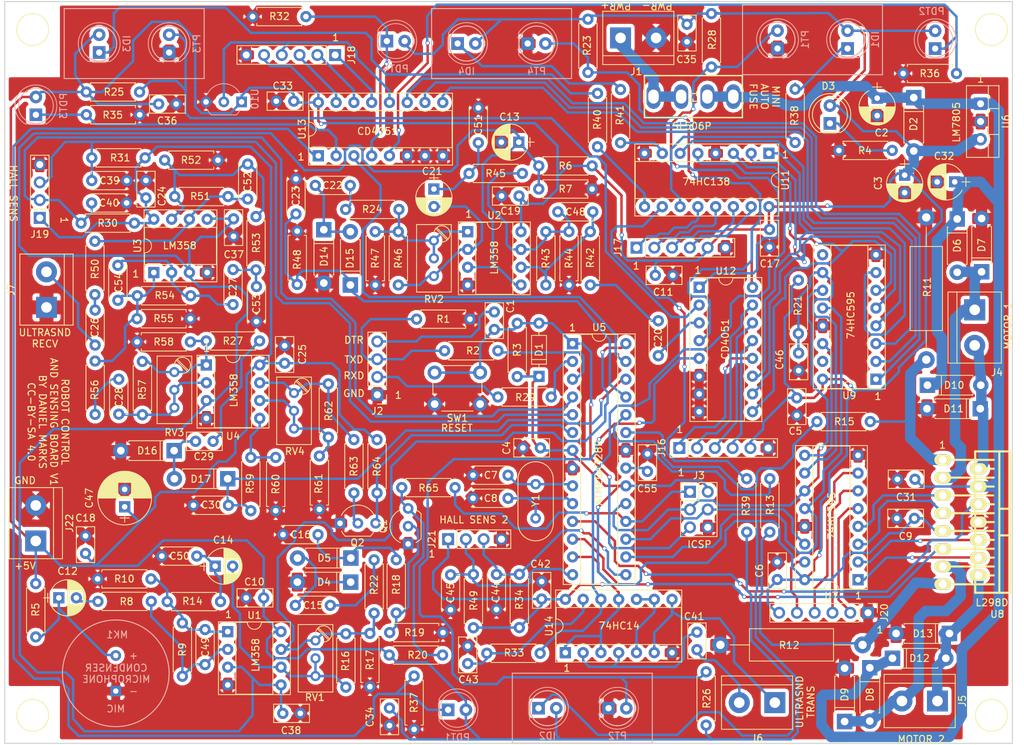
<source format=kicad_pcb>
(kicad_pcb (version 4) (host pcbnew 4.0.7)
  (layers (0 F.Cu signal) (31 B.Cu signal) (34 B.Paste user) (35 F.Paste user) (36 B.SilkS user) (37 F.SilkS user) (38 B.Mask user) (39 F.Mask user) (44 Edge.Cuts user))
  (net 0 "")
  (net 1 RESET)
  (net 2 "Net-(C1-Pad2)")
  (net 3 +12V)
  (net 4 GND)
  (net 5 +5V)
  (net 6 "Net-(C7-Pad2)")
  (net 7 "Net-(C8-Pad2)")
  (net 8 "Net-(C12-Pad1)")
  (net 9 "Net-(C12-Pad2)")
  (net 10 2V5)
  (net 11 "Net-(C14-Pad1)")
  (net 12 "Net-(C14-Pad2)")
  (net 13 "Net-(C15-Pad1)")
  (net 14 MICOUT)
  (net 15 "Net-(C20-Pad1)")
  (net 16 "Net-(C20-Pad2)")
  (net 17 "Net-(C21-Pad1)")
  (net 18 "Net-(C21-Pad2)")
  (net 19 "Net-(C22-Pad1)")
  (net 20 "Net-(C22-Pad2)")
  (net 21 PHOTLEVELOUT)
  (net 22 "Net-(C26-Pad1)")
  (net 23 "Net-(C26-Pad2)")
  (net 24 "Net-(C27-Pad1)")
  (net 25 "Net-(C27-Pad2)")
  (net 26 "Net-(C28-Pad1)")
  (net 27 "Net-(C28-Pad2)")
  (net 28 "Net-(C29-Pad1)")
  (net 29 "Net-(C29-Pad2)")
  (net 30 ULTRASOUNDOUT)
  (net 31 "Net-(D3-Pad1)")
  (net 32 "Net-(D6-Pad2)")
  (net 33 "Net-(D8-Pad2)")
  (net 34 "Net-(D10-Pad2)")
  (net 35 "Net-(D12-Pad2)")
  (net 36 "Net-(F1-Pad1)")
  (net 37 "Net-(ID1-Pad1)")
  (net 38 "Net-(ID2-Pad1)")
  (net 39 "Net-(ID3-Pad1)")
  (net 40 "Net-(ID4-Pad1)")
  (net 41 RXD)
  (net 42 "Net-(J2-Pad3)")
  (net 43 SCK)
  (net 44 MOSI)
  (net 45 "Net-(J6-Pad1)")
  (net 46 "Net-(PDT1-Pad1)")
  (net 47 "Net-(PDT2-Pad1)")
  (net 48 "Net-(PDT3-Pad1)")
  (net 49 "Net-(PDT4-Pad1)")
  (net 50 "Net-(PT1-Pad2)")
  (net 51 "Net-(PT2-Pad2)")
  (net 52 "Net-(PT3-Pad2)")
  (net 53 "Net-(PT4-Pad2)")
  (net 54 "Net-(Q1-Pad2)")
  (net 55 MICTHR)
  (net 56 "Net-(Q2-Pad2)")
  (net 57 ULTRASOUNDTHR)
  (net 58 TXD)
  (net 59 "Net-(R11-Pad1)")
  (net 60 "Net-(R12-Pad1)")
  (net 61 CURSEN2)
  (net 62 CURSEN1)
  (net 63 CLROUT)
  (net 64 "Net-(R59-Pad1)")
  (net 65 "Net-(R61-Pad2)")
  (net 66 "Net-(R62-Pad2)")
  (net 67 LATCH)
  (net 68 PHOTSIG)
  (net 69 LIGHTLEVEL)
  (net 70 MTRIN2)
  (net 71 "Net-(U7-Pad9)")
  (net 72 MTRIN3)
  (net 73 MTRIN4)
  (net 74 MTRIN1)
  (net 75 PHOTSELB)
  (net 76 "Net-(U9-Pad9)")
  (net 77 PHOTSELC)
  (net 78 PHOTSELON)
  (net 79 LIGHTSELA)
  (net 80 LIGHTSELB)
  (net 81 LIGHTSELC)
  (net 82 PHOTSELA)
  (net 83 "Net-(U9-Pad15)")
  (net 84 "Net-(R38-Pad2)")
  (net 85 "Net-(R39-Pad2)")
  (net 86 "Net-(R40-Pad2)")
  (net 87 "Net-(R41-Pad2)")
  (net 88 "Net-(J16-Pad1)")
  (net 89 "Net-(J16-Pad2)")
  (net 90 "Net-(J16-Pad3)")
  (net 91 "Net-(J16-Pad4)")
  (net 92 "Net-(J17-Pad1)")
  (net 93 "Net-(J17-Pad2)")
  (net 94 "Net-(J17-Pad3)")
  (net 95 "Net-(J17-Pad4)")
  (net 96 "Net-(J18-Pad1)")
  (net 97 "Net-(J18-Pad2)")
  (net 98 "Net-(J18-Pad3)")
  (net 99 "Net-(J18-Pad4)")
  (net 100 "Net-(C15-Pad2)")
  (net 101 "Net-(R24-Pad1)")
  (net 102 "Net-(R27-Pad1)")
  (net 103 "Net-(J2-Pad2)")
  (net 104 "Net-(C16-Pad2)")
  (net 105 "Net-(C39-Pad1)")
  (net 106 "Net-(C40-Pad1)")
  (net 107 "Net-(C41-Pad1)")
  (net 108 "Net-(C41-Pad2)")
  (net 109 ULTRATRANS)
  (net 110 "Net-(C43-Pad1)")
  (net 111 "Net-(U14-Pad10)")
  (net 112 MOTORPWM1)
  (net 113 MOTORPWM2)
  (net 114 "Net-(J20-Pad2)")
  (net 115 "Net-(J20-Pad3)")
  (net 116 "Net-(J20-Pad4)")
  (net 117 "Net-(J20-Pad5)")
  (net 118 "Net-(C44-Pad1)")
  (net 119 "Net-(C45-Pad1)")
  (net 120 "Net-(Q1-Pad3)")
  (net 121 "Net-(C48-Pad1)")
  (net 122 "Net-(C48-Pad2)")
  (net 123 "Net-(C49-Pad1)")
  (net 124 "Net-(C49-Pad2)")
  (net 125 "Net-(C52-Pad1)")
  (net 126 "Net-(C52-Pad2)")
  (net 127 "Net-(C54-Pad1)")
  (net 128 "Net-(C55-Pad1)")
  (module Resistors_THT:R_Axial_DIN0207_L6.3mm_D2.5mm_P7.62mm_Horizontal (layer F.Cu) (at 80.39 135.41 90)
    (fp_text reference R9 (at 3.81 0 90) (layer F.SilkS))
    (fp_text value 220k)
    (pad 1 thru_hole circle (at 0 0 90) (size 1.6 1.6) (drill 0.8) (layers *.Cu *.Mask) (net 124 "Net-(C49-Pad2)"))
    (pad 2 thru_hole oval (at 7.62 0 90) (size 1.6 1.6) (drill 0.8) (layers *.Cu *.Mask) (net 123 "Net-(C49-Pad1)"))
  )
  (module Housings_DIP:DIP-14_W7.62mm_Socket (layer F.Cu) (at 135.12 132.04 90)
    (fp_text reference U14 (at 3.81 -2.33 90) (layer F.SilkS))
    (fp_text value 74HC14)
    (pad 1 thru_hole rect (at 0 0 90) (size 1.6 1.6) (drill 0.8) (layers *.Cu *.Mask) (net 109 ULTRATRANS))
    (pad 8 thru_hole oval (at 7.62 15.24 90) (size 1.6 1.6) (drill 0.8) (layers *.Cu *.Mask) (net 45 "Net-(J6-Pad1)"))
    (pad 2 thru_hole oval (at 0 2.54 90) (size 1.6 1.6) (drill 0.8) (layers *.Cu *.Mask) (net 107 "Net-(C41-Pad1)"))
    (pad 9 thru_hole oval (at 7.62 12.7 90) (size 1.6 1.6) (drill 0.8) (layers *.Cu *.Mask) (net 111 "Net-(U14-Pad10)"))
    (pad 3 thru_hole oval (at 0 5.08 90) (size 1.6 1.6) (drill 0.8) (layers *.Cu *.Mask) (net 109 ULTRATRANS))
    (pad 10 thru_hole oval (at 7.62 10.16 90) (size 1.6 1.6) (drill 0.8) (layers *.Cu *.Mask) (net 111 "Net-(U14-Pad10)"))
    (pad 4 thru_hole oval (at 0 7.62 90) (size 1.6 1.6) (drill 0.8) (layers *.Cu *.Mask) (net 107 "Net-(C41-Pad1)"))
    (pad 11 thru_hole oval (at 7.62 7.62 90) (size 1.6 1.6) (drill 0.8) (layers *.Cu *.Mask) (net 109 ULTRATRANS))
    (pad 5 thru_hole oval (at 0 10.16 90) (size 1.6 1.6) (drill 0.8) (layers *.Cu *.Mask) (net 111 "Net-(U14-Pad10)"))
    (pad 12 thru_hole oval (at 7.62 5.08 90) (size 1.6 1.6) (drill 0.8) (layers *.Cu *.Mask) (net 68 PHOTSIG))
    (pad 6 thru_hole oval (at 0 12.7 90) (size 1.6 1.6) (drill 0.8) (layers *.Cu *.Mask) (net 45 "Net-(J6-Pad1)"))
    (pad 13 thru_hole oval (at 7.62 2.54 90) (size 1.6 1.6) (drill 0.8) (layers *.Cu *.Mask) (net 110 "Net-(C43-Pad1)"))
    (pad 7 thru_hole oval (at 0 15.24 90) (size 1.6 1.6) (drill 0.8) (layers *.Cu *.Mask) (net 4 GND))
    (pad 14 thru_hole oval (at 7.62 0 90) (size 1.6 1.6) (drill 0.8) (layers *.Cu *.Mask) (net 5 +5V))
  )
  (module Resistors_THT:R_Axial_DIN0207_L6.3mm_D2.5mm_P7.62mm_Horizontal (layer F.Cu) (at 117.63 129.17 180)
    (fp_text reference R19 (at 4.064 0 180) (layer F.SilkS))
    (fp_text value 10k)
    (pad 1 thru_hole circle (at 0 0 180) (size 1.6 1.6) (drill 0.8) (layers *.Cu *.Mask) (net 4 GND))
    (pad 2 thru_hole oval (at 7.62 0 180) (size 1.6 1.6) (drill 0.8) (layers *.Cu *.Mask) (net 54 "Net-(Q1-Pad2)"))
  )
  (module Housings_DIP:DIP-8_W7.62mm_Socket (layer F.Cu) (at 76.31 77.72 90)
    (fp_text reference U3 (at 3.81 -2.33 90) (layer F.SilkS))
    (fp_text value LM358)
    (pad 1 thru_hole rect (at 0 0 90) (size 1.6 1.6) (drill 0.8) (layers *.Cu *.Mask) (net 127 "Net-(C54-Pad1)"))
    (pad 5 thru_hole oval (at 7.62 7.62 90) (size 1.6 1.6) (drill 0.8) (layers *.Cu *.Mask) (net 10 2V5))
    (pad 2 thru_hole oval (at 0 2.54 90) (size 1.6 1.6) (drill 0.8) (layers *.Cu *.Mask) (net 24 "Net-(C27-Pad1)"))
    (pad 6 thru_hole oval (at 7.62 5.08 90) (size 1.6 1.6) (drill 0.8) (layers *.Cu *.Mask) (net 126 "Net-(C52-Pad2)"))
    (pad 3 thru_hole oval (at 0 5.08 90) (size 1.6 1.6) (drill 0.8) (layers *.Cu *.Mask) (net 10 2V5))
    (pad 7 thru_hole oval (at 7.62 2.54 90) (size 1.6 1.6) (drill 0.8) (layers *.Cu *.Mask) (net 125 "Net-(C52-Pad1)"))
    (pad 4 thru_hole oval (at 0 7.62 90) (size 1.6 1.6) (drill 0.8) (layers *.Cu *.Mask) (net 4 GND))
    (pad 8 thru_hole oval (at 7.62 0 90) (size 1.6 1.6) (drill 0.8) (layers *.Cu *.Mask) (net 5 +5V))
  )
  (module Resistors_THT:R_Axial_DIN0414_L11.9mm_D4.5mm_P20.32mm_Horizontal (layer F.Cu) (at 177.59 130.93 180)
    (fp_text reference R12 (at 10.488 -0.054 180) (layer F.SilkS))
    (fp_text value 0R47)
    (pad 1 thru_hole circle (at 0 0 180) (size 2.4 2.4) (drill 1.2) (layers *.Cu *.Mask) (net 60 "Net-(R12-Pad1)"))
    (pad 2 thru_hole oval (at 20.32 0 180) (size 2.4 2.4) (drill 1.2) (layers *.Cu *.Mask) (net 4 GND))
  )
  (module ControlBoard:SL506Pfuseholder (layer F.Cu) (at 153.416 52.578 180)
    (fp_text reference F1 (at 0 0 270) (layer F.SilkS))
    (fp_text value SL506P)
    (pad 1 thru_hole oval (at 1.75 0 180) (size 2 3.5) (drill oval 1.5 2) (layers *.Cu *.Mask) (net 36 "Net-(F1-Pad1)"))
    (pad 1 thru_hole oval (at 5.7 0 180) (size 2 3.5) (drill oval 1.5 2) (layers *.Cu *.Mask) (net 36 "Net-(F1-Pad1)"))
    (pad 2 thru_hole oval (at -2 0 180) (size 2 3.5) (drill oval 1.5 2) (layers *.Cu *.Mask) (net 3 +12V))
    (pad 2 thru_hole oval (at -5.7 0 180) (size 2 3.5) (drill oval 1.5 2) (layers *.Cu *.Mask) (net 3 +12V))
  )
  (module Capacitors_THT:CP_Radial_D5.0mm_P2.50mm (layer F.Cu) (at 183.6 63.8 270)
    (fp_text reference C3 (at 1.16 3.78 270) (layer F.SilkS))
    (fp_text value "100 uF")
    (pad 1 thru_hole rect (at 0 0 270) (size 1.6 1.6) (drill 0.8) (layers *.Cu *.Mask) (net 5 +5V))
    (pad 2 thru_hole circle (at 2.5 0 270) (size 1.6 1.6) (drill 0.8) (layers *.Cu *.Mask) (net 4 GND))
  )
  (module Capacitors_THT:C_Disc_D5.0mm_W2.5mm_P2.50mm (layer F.Cu) (at 124.968 85.852 90)
    (fp_text reference C1 (at 3.302 2.286 270) (layer F.SilkS))
    (fp_text value "100 nF")
    (pad 1 thru_hole circle (at 0 0 90) (size 1.6 1.6) (drill 0.8) (layers *.Cu *.Mask) (net 1 RESET))
    (pad 2 thru_hole circle (at 2.5 0 90) (size 1.6 1.6) (drill 0.8) (layers *.Cu *.Mask) (net 2 "Net-(C1-Pad2)"))
  )
  (module Capacitors_THT:CP_Radial_D5.0mm_P2.50mm (layer F.Cu) (at 179.675 52.8 270)
    (fp_text reference C2 (at 4.95 -0.625 360) (layer F.SilkS))
    (fp_text value "100 uF")
    (pad 1 thru_hole rect (at 0 0 270) (size 1.6 1.6) (drill 0.8) (layers *.Cu *.Mask) (net 3 +12V))
    (pad 2 thru_hole circle (at 2.5 0 270) (size 1.6 1.6) (drill 0.8) (layers *.Cu *.Mask) (net 4 GND))
  )
  (module Capacitors_THT:C_Disc_D5.0mm_W2.5mm_P2.50mm (layer F.Cu) (at 131.55 102.775 180)
    (fp_text reference C4 (at 4.826 0 270) (layer F.SilkS))
    (fp_text value "100 nF")
    (pad 1 thru_hole circle (at 0 0 180) (size 1.6 1.6) (drill 0.8) (layers *.Cu *.Mask) (net 5 +5V))
    (pad 2 thru_hole circle (at 2.5 0 180) (size 1.6 1.6) (drill 0.8) (layers *.Cu *.Mask) (net 4 GND))
  )
  (module Capacitors_THT:C_Disc_D5.0mm_W2.5mm_P2.50mm (layer F.Cu) (at 168.19 95.63 270)
    (fp_text reference C5 (at 4.75 0.2 360) (layer F.SilkS))
    (fp_text value "100 nF")
    (pad 1 thru_hole circle (at 0 0 270) (size 1.6 1.6) (drill 0.8) (layers *.Cu *.Mask) (net 5 +5V))
    (pad 2 thru_hole circle (at 2.5 0 270) (size 1.6 1.6) (drill 0.8) (layers *.Cu *.Mask) (net 4 GND))
  )
  (module Capacitors_THT:C_Disc_D5.0mm_W2.5mm_P2.50mm (layer F.Cu) (at 165.4 121.59 90)
    (fp_text reference C6 (at 1.25 -2.56 90) (layer F.SilkS))
    (fp_text value "100 nF")
    (pad 1 thru_hole circle (at 0 0 90) (size 1.6 1.6) (drill 0.8) (layers *.Cu *.Mask) (net 5 +5V))
    (pad 2 thru_hole circle (at 2.5 0 90) (size 1.6 1.6) (drill 0.8) (layers *.Cu *.Mask) (net 4 GND))
  )
  (module Capacitors_THT:C_Disc_D5.0mm_W2.5mm_P5.00mm (layer F.Cu) (at 121.92 106.68)
    (fp_text reference C7 (at 2.54 0) (layer F.SilkS))
    (fp_text value "20 pF")
    (pad 1 thru_hole circle (at 0 0) (size 1.6 1.6) (drill 0.8) (layers *.Cu *.Mask) (net 4 GND))
    (pad 2 thru_hole circle (at 5 0) (size 1.6 1.6) (drill 0.8) (layers *.Cu *.Mask) (net 6 "Net-(C7-Pad2)"))
  )
  (module Capacitors_THT:C_Disc_D5.0mm_W2.5mm_P5.00mm (layer F.Cu) (at 121.92 109.982)
    (fp_text reference C8 (at 2.54 0) (layer F.SilkS))
    (fp_text value "20 pF")
    (pad 1 thru_hole circle (at 0 0) (size 1.6 1.6) (drill 0.8) (layers *.Cu *.Mask) (net 4 GND))
    (pad 2 thru_hole circle (at 5 0) (size 1.6 1.6) (drill 0.8) (layers *.Cu *.Mask) (net 7 "Net-(C8-Pad2)"))
  )
  (module Capacitors_THT:C_Disc_D5.0mm_W2.5mm_P2.50mm (layer F.Cu) (at 184.99 112.85 180)
    (fp_text reference C9 (at 1.25 -2.56 180) (layer F.SilkS))
    (fp_text value "100 nF")
    (pad 1 thru_hole circle (at 0 0 180) (size 1.6 1.6) (drill 0.8) (layers *.Cu *.Mask) (net 5 +5V))
    (pad 2 thru_hole circle (at 2.5 0 180) (size 1.6 1.6) (drill 0.8) (layers *.Cu *.Mask) (net 4 GND))
  )
  (module Capacitors_THT:C_Disc_D5.0mm_W2.5mm_P2.50mm (layer F.Cu) (at 92.01 124.21 180)
    (fp_text reference C10 (at 1.332 2.29 180) (layer F.SilkS))
    (fp_text value "100 nF")
    (pad 1 thru_hole circle (at 0 0 180) (size 1.6 1.6) (drill 0.8) (layers *.Cu *.Mask) (net 5 +5V))
    (pad 2 thru_hole circle (at 2.5 0 180) (size 1.6 1.6) (drill 0.8) (layers *.Cu *.Mask) (net 4 GND))
  )
  (module Capacitors_THT:C_Disc_D5.0mm_W2.5mm_P2.50mm (layer F.Cu) (at 147.97 78.12)
    (fp_text reference C11 (at 1.128 2.398) (layer F.SilkS))
    (fp_text value "100 nF")
    (pad 1 thru_hole circle (at 0 0) (size 1.6 1.6) (drill 0.8) (layers *.Cu *.Mask) (net 5 +5V))
    (pad 2 thru_hole circle (at 2.5 0) (size 1.6 1.6) (drill 0.8) (layers *.Cu *.Mask) (net 4 GND))
  )
  (module Capacitors_THT:CP_Radial_D5.0mm_P2.50mm (layer F.Cu) (at 62.738 124.206)
    (fp_text reference C12 (at 1.25 -3.81) (layer F.SilkS))
    (fp_text value "1 uF")
    (pad 1 thru_hole rect (at 0 0) (size 1.6 1.6) (drill 0.8) (layers *.Cu *.Mask) (net 8 "Net-(C12-Pad1)"))
    (pad 2 thru_hole circle (at 2.5 0) (size 1.6 1.6) (drill 0.8) (layers *.Cu *.Mask) (net 9 "Net-(C12-Pad2)"))
  )
  (module Capacitors_THT:CP_Radial_D5.0mm_P2.50mm (layer F.Cu) (at 128.47 59.09 180)
    (fp_text reference C13 (at 1.33 3.61 180) (layer F.SilkS))
    (fp_text value "100 uF")
    (pad 1 thru_hole rect (at 0 0 180) (size 1.6 1.6) (drill 0.8) (layers *.Cu *.Mask) (net 10 2V5))
    (pad 2 thru_hole circle (at 2.5 0 180) (size 1.6 1.6) (drill 0.8) (layers *.Cu *.Mask) (net 4 GND))
  )
  (module Capacitors_THT:CP_Radial_D5.0mm_P2.50mm (layer F.Cu) (at 85.075 119.675)
    (fp_text reference C14 (at 1.145 -3.735 180) (layer F.SilkS))
    (fp_text value "100 uF")
    (pad 1 thru_hole rect (at 0 0) (size 1.6 1.6) (drill 0.8) (layers *.Cu *.Mask) (net 11 "Net-(C14-Pad1)"))
    (pad 2 thru_hole circle (at 2.5 0) (size 1.6 1.6) (drill 0.8) (layers *.Cu *.Mask) (net 12 "Net-(C14-Pad2)"))
  )
  (module Capacitors_THT:C_Disc_D5.0mm_W2.5mm_P5.00mm (layer F.Cu) (at 96.53 125.28)
    (fp_text reference C15 (at 2.54 0) (layer F.SilkS))
    (fp_text value "10 nF")
    (pad 1 thru_hole circle (at 0 0) (size 1.6 1.6) (drill 0.8) (layers *.Cu *.Mask) (net 13 "Net-(C15-Pad1)"))
    (pad 2 thru_hole circle (at 5 0) (size 1.6 1.6) (drill 0.8) (layers *.Cu *.Mask) (net 100 "Net-(C15-Pad2)"))
  )
  (module Capacitors_THT:C_Disc_D5.0mm_W2.5mm_P5.00mm (layer F.Cu) (at 94.77 115.17)
    (fp_text reference C16 (at 2.54 0) (layer F.SilkS))
    (fp_text value "10 nF")
    (pad 1 thru_hole circle (at 0 0) (size 1.6 1.6) (drill 0.8) (layers *.Cu *.Mask) (net 4 GND))
    (pad 2 thru_hole circle (at 5 0) (size 1.6 1.6) (drill 0.8) (layers *.Cu *.Mask) (net 104 "Net-(C16-Pad2)"))
  )
  (module Capacitors_THT:C_Disc_D5.0mm_W2.5mm_P2.50mm (layer F.Cu) (at 164.29 71.57 270)
    (fp_text reference C17 (at 4.884 -0.048 360) (layer F.SilkS))
    (fp_text value "100 nF")
    (pad 1 thru_hole circle (at 0 0 270) (size 1.6 1.6) (drill 0.8) (layers *.Cu *.Mask) (net 5 +5V))
    (pad 2 thru_hole circle (at 2.5 0 270) (size 1.6 1.6) (drill 0.8) (layers *.Cu *.Mask) (net 4 GND))
  )
  (module Capacitors_THT:C_Disc_D5.0mm_W2.5mm_P2.50mm (layer F.Cu) (at 66.548 117.856 90)
    (fp_text reference C18 (at 5.06 0 180) (layer F.SilkS))
    (fp_text value "100 nF")
    (pad 1 thru_hole circle (at 0 0 90) (size 1.6 1.6) (drill 0.8) (layers *.Cu *.Mask) (net 5 +5V))
    (pad 2 thru_hole circle (at 2.5 0 90) (size 1.6 1.6) (drill 0.8) (layers *.Cu *.Mask) (net 4 GND))
  )
  (module Capacitors_THT:C_Disc_D5.0mm_W2.5mm_P2.50mm (layer F.Cu) (at 128.5 66.78 180)
    (fp_text reference C19 (at 1.21 -2.15 360) (layer F.SilkS))
    (fp_text value "100 nF")
    (pad 1 thru_hole circle (at 0 0 180) (size 1.6 1.6) (drill 0.8) (layers *.Cu *.Mask) (net 5 +5V))
    (pad 2 thru_hole circle (at 2.5 0 180) (size 1.6 1.6) (drill 0.8) (layers *.Cu *.Mask) (net 4 GND))
  )
  (module Capacitors_THT:CP_Radial_D5.0mm_P2.50mm (layer F.Cu) (at 116.332 65.786 270)
    (fp_text reference C21 (at -2.54 0.254 360) (layer F.SilkS))
    (fp_text value "1 uF")
    (pad 1 thru_hole rect (at 0 0 270) (size 1.6 1.6) (drill 0.8) (layers *.Cu *.Mask) (net 17 "Net-(C21-Pad1)"))
    (pad 2 thru_hole circle (at 2.5 0 270) (size 1.6 1.6) (drill 0.8) (layers *.Cu *.Mask) (net 18 "Net-(C21-Pad2)"))
  )
  (module Capacitors_THT:C_Disc_D5.0mm_W2.5mm_P5.00mm (layer F.Cu) (at 104.38 65.27 180)
    (fp_text reference C22 (at 2.54 0 180) (layer F.SilkS))
    (fp_text value "100 nF")
    (pad 1 thru_hole circle (at 0 0 180) (size 1.6 1.6) (drill 0.8) (layers *.Cu *.Mask) (net 19 "Net-(C22-Pad1)"))
    (pad 2 thru_hole circle (at 5 0 180) (size 1.6 1.6) (drill 0.8) (layers *.Cu *.Mask) (net 20 "Net-(C22-Pad2)"))
  )
  (module Capacitors_THT:C_Disc_D5.0mm_W2.5mm_P5.00mm (layer F.Cu) (at 96.62 69.35 90)
    (fp_text reference C23 (at 2.54 0 90) (layer F.SilkS))
    (fp_text value "10 nF")
    (pad 1 thru_hole circle (at 0 0 90) (size 1.6 1.6) (drill 0.8) (layers *.Cu *.Mask) (net 21 PHOTLEVELOUT))
    (pad 2 thru_hole circle (at 5 0 90) (size 1.6 1.6) (drill 0.8) (layers *.Cu *.Mask) (net 4 GND))
  )
  (module Capacitors_THT:C_Disc_D5.0mm_W2.5mm_P2.50mm (layer F.Cu) (at 75.184 67.056 90)
    (fp_text reference C24 (at 0.254 2.286 270) (layer F.SilkS))
    (fp_text value "100 nF")
    (pad 1 thru_hole circle (at 0 0 90) (size 1.6 1.6) (drill 0.8) (layers *.Cu *.Mask) (net 5 +5V))
    (pad 2 thru_hole circle (at 2.5 0 90) (size 1.6 1.6) (drill 0.8) (layers *.Cu *.Mask) (net 4 GND))
  )
  (module Capacitors_THT:C_Disc_D5.0mm_W2.5mm_P2.50mm (layer F.Cu) (at 94.996 90.678 90)
    (fp_text reference C25 (at 1.27 2.54 90) (layer F.SilkS))
    (fp_text value "100 nF")
    (pad 1 thru_hole circle (at 0 0 90) (size 1.6 1.6) (drill 0.8) (layers *.Cu *.Mask) (net 5 +5V))
    (pad 2 thru_hole circle (at 2.5 0 90) (size 1.6 1.6) (drill 0.8) (layers *.Cu *.Mask) (net 4 GND))
  )
  (module Capacitors_THT:C_Disc_D5.0mm_W2.5mm_P5.00mm (layer F.Cu) (at 67.92 83.09 270)
    (fp_text reference C26 (at 2.48 0.04 270) (layer F.SilkS))
    (fp_text value "1 nF")
    (pad 1 thru_hole circle (at 0 0 270) (size 1.6 1.6) (drill 0.8) (layers *.Cu *.Mask) (net 22 "Net-(C26-Pad1)"))
    (pad 2 thru_hole circle (at 5 0 270) (size 1.6 1.6) (drill 0.8) (layers *.Cu *.Mask) (net 23 "Net-(C26-Pad2)"))
  )
  (module Capacitors_THT:C_Disc_D5.0mm_W2.5mm_P5.00mm (layer F.Cu) (at 87.63 82.296 90)
    (fp_text reference C27 (at 2.422 -0.016 90) (layer F.SilkS))
    (fp_text value "1 nF")
    (pad 1 thru_hole circle (at 0 0 90) (size 1.6 1.6) (drill 0.8) (layers *.Cu *.Mask) (net 24 "Net-(C27-Pad1)"))
    (pad 2 thru_hole circle (at 5 0 90) (size 1.6 1.6) (drill 0.8) (layers *.Cu *.Mask) (net 25 "Net-(C27-Pad2)"))
  )
  (module Capacitors_THT:C_Disc_D5.0mm_W2.5mm_P5.00mm (layer F.Cu) (at 71.3 97.96 90)
    (fp_text reference C28 (at 2.43 0.04 90) (layer F.SilkS))
    (fp_text value "1 nF")
    (pad 1 thru_hole circle (at 0 0 90) (size 1.6 1.6) (drill 0.8) (layers *.Cu *.Mask) (net 26 "Net-(C28-Pad1)"))
    (pad 2 thru_hole circle (at 5 0 90) (size 1.6 1.6) (drill 0.8) (layers *.Cu *.Mask) (net 27 "Net-(C28-Pad2)"))
  )
  (module Capacitors_THT:C_Disc_D5.0mm_W2.5mm_P2.50mm (layer F.Cu) (at 84.78 101.84 180)
    (fp_text reference C29 (at 1.33 -2.17 360) (layer F.SilkS))
    (fp_text value "100 nF")
    (pad 1 thru_hole circle (at 0 0 180) (size 1.6 1.6) (drill 0.8) (layers *.Cu *.Mask) (net 28 "Net-(C29-Pad1)"))
    (pad 2 thru_hole circle (at 2.5 0 180) (size 1.6 1.6) (drill 0.8) (layers *.Cu *.Mask) (net 29 "Net-(C29-Pad2)"))
  )
  (module Capacitors_THT:C_Disc_D5.0mm_W2.5mm_P5.00mm (layer F.Cu) (at 81.98 110.98)
    (fp_text reference C30 (at 2.544 -0.05) (layer F.SilkS))
    (fp_text value "1 nF")
    (pad 1 thru_hole circle (at 0 0) (size 1.6 1.6) (drill 0.8) (layers *.Cu *.Mask) (net 4 GND))
    (pad 2 thru_hole circle (at 5 0) (size 1.6 1.6) (drill 0.8) (layers *.Cu *.Mask) (net 30 ULTRASOUNDOUT))
  )
  (module Diodes_THT:D_DO-35_SOD27_P7.62mm_Horizontal (layer F.Cu) (at 131.35 92.57 90)
    (fp_text reference D1 (at 3.81 0 90) (layer F.SilkS))
    (fp_text value 1N4148)
    (pad 1 thru_hole rect (at 0 0 90) (size 1.6 1.6) (drill 0.8) (layers *.Cu *.Mask) (net 5 +5V))
    (pad 2 thru_hole oval (at 7.62 0 90) (size 1.6 1.6) (drill 0.8) (layers *.Cu *.Mask) (net 1 RESET))
  )
  (module Diodes_THT:D_DO-41_SOD81_P7.62mm_Horizontal (layer F.Cu) (at 184.9 52.73 270)
    (fp_text reference D2 (at 3.78 0.02 270) (layer F.SilkS))
    (fp_text value 1N4007)
    (pad 1 thru_hole rect (at 0 0 270) (size 2.2 2.2) (drill 1.1) (layers *.Cu *.Mask) (net 3 +12V))
    (pad 2 thru_hole oval (at 7.62 0 270) (size 2.2 2.2) (drill 1.1) (layers *.Cu *.Mask) (net 5 +5V))
  )
  (module LEDs:LED_D5.0mm (layer F.Cu) (at 172.92 56.41 90)
    (fp_text reference D3 (at 5.34 -0.22 360) (layer F.SilkS))
    (fp_text value LED)
    (pad 1 thru_hole rect (at 0 0 90) (size 1.8 1.8) (drill 0.9) (layers *.Cu *.Mask) (net 31 "Net-(D3-Pad1)"))
    (pad 2 thru_hole circle (at 2.54 0 90) (size 1.8 1.8) (drill 0.9) (layers *.Cu *.Mask) (net 5 +5V))
  )
  (module Diodes_THT:D_DO-41_SOD81_P7.62mm_Horizontal (layer F.Cu) (at 191.11 70.07 270)
    (fp_text reference D6 (at 3.81 0 270) (layer F.SilkS))
    (fp_text value UF4007)
    (pad 1 thru_hole rect (at 0 0 270) (size 2.2 2.2) (drill 1.1) (layers *.Cu *.Mask) (net 3 +12V))
    (pad 2 thru_hole oval (at 7.62 0 270) (size 2.2 2.2) (drill 1.1) (layers *.Cu *.Mask) (net 32 "Net-(D6-Pad2)"))
  )
  (module Diodes_THT:D_DO-41_SOD81_P7.62mm_Horizontal (layer F.Cu) (at 194.6 77.62 90)
    (fp_text reference D7 (at 3.81 0 90) (layer F.SilkS))
    (fp_text value UF4007)
    (pad 1 thru_hole rect (at 0 0 90) (size 2.2 2.2) (drill 1.1) (layers *.Cu *.Mask) (net 32 "Net-(D6-Pad2)"))
    (pad 2 thru_hole oval (at 7.62 0 90) (size 2.2 2.2) (drill 1.1) (layers *.Cu *.Mask) (net 4 GND))
  )
  (module Diodes_THT:D_DO-41_SOD81_P7.62mm_Horizontal (layer F.Cu) (at 178.62 134.2 270)
    (fp_text reference D8 (at 3.83 -0.03 270) (layer F.SilkS))
    (fp_text value UF4007)
    (pad 1 thru_hole rect (at 0 0 270) (size 2.2 2.2) (drill 1.1) (layers *.Cu *.Mask) (net 3 +12V))
    (pad 2 thru_hole oval (at 7.62 0 270) (size 2.2 2.2) (drill 1.1) (layers *.Cu *.Mask) (net 33 "Net-(D8-Pad2)"))
  )
  (module Diodes_THT:D_DO-41_SOD81_P7.62mm_Horizontal (layer F.Cu) (at 175.02 141.88 90)
    (fp_text reference D9 (at 3.85 0.01 90) (layer F.SilkS))
    (fp_text value UF4007)
    (pad 1 thru_hole rect (at 0 0 90) (size 2.2 2.2) (drill 1.1) (layers *.Cu *.Mask) (net 33 "Net-(D8-Pad2)"))
    (pad 2 thru_hole oval (at 7.62 0 90) (size 2.2 2.2) (drill 1.1) (layers *.Cu *.Mask) (net 4 GND))
  )
  (module Diodes_THT:D_DO-41_SOD81_P7.62mm_Horizontal (layer F.Cu) (at 186.86 93.82)
    (fp_text reference D10 (at 3.81 0) (layer F.SilkS))
    (fp_text value UF4007)
    (pad 1 thru_hole rect (at 0 0) (size 2.2 2.2) (drill 1.1) (layers *.Cu *.Mask) (net 3 +12V))
    (pad 2 thru_hole oval (at 7.62 0) (size 2.2 2.2) (drill 1.1) (layers *.Cu *.Mask) (net 34 "Net-(D10-Pad2)"))
  )
  (module Diodes_THT:D_DO-41_SOD81_P7.62mm_Horizontal (layer F.Cu) (at 194.41 97.18 180)
    (fp_text reference D11 (at 3.81 0 180) (layer F.SilkS))
    (fp_text value UF4007)
    (pad 1 thru_hole rect (at 0 0 180) (size 2.2 2.2) (drill 1.1) (layers *.Cu *.Mask) (net 34 "Net-(D10-Pad2)"))
    (pad 2 thru_hole oval (at 7.62 0 180) (size 2.2 2.2) (drill 1.1) (layers *.Cu *.Mask) (net 4 GND))
  )
  (module Diodes_THT:D_DO-41_SOD81_P7.62mm_Horizontal (layer F.Cu) (at 181.864 132.842)
    (fp_text reference D12 (at 3.86 0) (layer F.SilkS))
    (fp_text value UF4007)
    (pad 1 thru_hole rect (at 0 0) (size 2.2 2.2) (drill 1.1) (layers *.Cu *.Mask) (net 3 +12V))
    (pad 2 thru_hole oval (at 7.62 0) (size 2.2 2.2) (drill 1.1) (layers *.Cu *.Mask) (net 35 "Net-(D12-Pad2)"))
  )
  (module Diodes_THT:D_DO-41_SOD81_P7.62mm_Horizontal (layer F.Cu) (at 190 129.3 180)
    (fp_text reference D13 (at 3.79 -0.02 180) (layer F.SilkS))
    (fp_text value UF4007)
    (pad 1 thru_hole rect (at 0 0 180) (size 2.2 2.2) (drill 1.1) (layers *.Cu *.Mask) (net 35 "Net-(D12-Pad2)"))
    (pad 2 thru_hole oval (at 7.62 0 180) (size 2.2 2.2) (drill 1.1) (layers *.Cu *.Mask) (net 4 GND))
  )
  (module LEDs:LED_D5.0mm (layer B.Cu) (at 175.45 45.71 90)
    (fp_text reference ID1 (at 1.27 3.96 90) (layer B.SilkS) (effects (justify mirror)))
    (fp_text value 940nm)
    (pad 1 thru_hole rect (at 0 0 90) (size 1.8 1.8) (drill 0.9) (layers *.Cu *.Mask) (net 37 "Net-(ID1-Pad1)"))
    (pad 2 thru_hole circle (at 2.54 0 90) (size 1.8 1.8) (drill 0.9) (layers *.Cu *.Mask) (net 5 +5V))
  )
  (module LEDs:LED_D5.0mm (layer B.Cu) (at 131.28 139.98)
    (fp_text reference ID2 (at 1.27 3.96) (layer B.SilkS) (effects (justify mirror)))
    (fp_text value 940nm)
    (pad 1 thru_hole rect (at 0 0) (size 1.8 1.8) (drill 0.9) (layers *.Cu *.Mask) (net 38 "Net-(ID2-Pad1)"))
    (pad 2 thru_hole circle (at 2.54 0) (size 1.8 1.8) (drill 0.9) (layers *.Cu *.Mask) (net 5 +5V))
  )
  (module LEDs:LED_D5.0mm (layer B.Cu) (at 68.5 46.28 90)
    (fp_text reference ID3 (at 1.27 3.96 90) (layer B.SilkS) (effects (justify mirror)))
    (fp_text value 940nm)
    (pad 1 thru_hole rect (at 0 0 90) (size 1.8 1.8) (drill 0.9) (layers *.Cu *.Mask) (net 39 "Net-(ID3-Pad1)"))
    (pad 2 thru_hole circle (at 2.54 0 90) (size 1.8 1.8) (drill 0.9) (layers *.Cu *.Mask) (net 5 +5V))
  )
  (module LEDs:LED_D5.0mm (layer B.Cu) (at 119.72 45)
    (fp_text reference ID4 (at 1.27 3.96) (layer B.SilkS) (effects (justify mirror)))
    (fp_text value 940nm)
    (pad 1 thru_hole rect (at 0 0) (size 1.8 1.8) (drill 0.9) (layers *.Cu *.Mask) (net 40 "Net-(ID4-Pad1)"))
    (pad 2 thru_hole circle (at 2.54 0) (size 1.8 1.8) (drill 0.9) (layers *.Cu *.Mask) (net 5 +5V))
  )
  (module Connectors_Terminal_Blocks:TerminalBlock_bornier-2_P5.08mm (layer F.Cu) (at 143.002 44.196)
    (fp_text reference J1 (at 2.248 4.804 180) (layer F.SilkS))
    (fp_text value PowerIn)
    (pad 1 thru_hole rect (at 0 0) (size 3 3) (drill 1.52) (layers *.Cu *.Mask) (net 36 "Net-(F1-Pad1)"))
    (pad 2 thru_hole circle (at 5.08 0) (size 3 3) (drill 1.52) (layers *.Cu *.Mask) (net 4 GND))
  )
  (module Pin_Headers:Pin_Header_Straight_1x04_Pitch2.54mm (layer F.Cu) (at 108.24 95.19 180)
    (fp_text reference J2 (at 0 -2.33 180) (layer F.SilkS))
    (fp_text value UART)
    (pad 1 thru_hole rect (at 0 0 180) (size 1.7 1.7) (drill 1) (layers *.Cu *.Mask) (net 4 GND))
    (pad 2 thru_hole oval (at 0 2.54 180) (size 1.7 1.7) (drill 1) (layers *.Cu *.Mask) (net 103 "Net-(J2-Pad2)"))
    (pad 3 thru_hole oval (at 0 5.08 180) (size 1.7 1.7) (drill 1) (layers *.Cu *.Mask) (net 42 "Net-(J2-Pad3)"))
    (pad 4 thru_hole oval (at 0 7.62 180) (size 1.7 1.7) (drill 1) (layers *.Cu *.Mask) (net 2 "Net-(C1-Pad2)"))
  )
  (module Pin_Headers:Pin_Header_Straight_2x03_Pitch2.54mm (layer F.Cu) (at 152.925 109.05)
    (fp_text reference J3 (at 1.27 -2.33) (layer F.SilkS))
    (fp_text value ICSP)
    (pad 1 thru_hole rect (at 0 0) (size 1.7 1.7) (drill 1) (layers *.Cu *.Mask) (net 55 MICTHR))
    (pad 2 thru_hole oval (at 2.54 0) (size 1.7 1.7) (drill 1) (layers *.Cu *.Mask) (net 5 +5V))
    (pad 3 thru_hole oval (at 0 2.54) (size 1.7 1.7) (drill 1) (layers *.Cu *.Mask) (net 43 SCK))
    (pad 4 thru_hole oval (at 2.54 2.54) (size 1.7 1.7) (drill 1) (layers *.Cu *.Mask) (net 44 MOSI))
    (pad 5 thru_hole oval (at 0 5.08) (size 1.7 1.7) (drill 1) (layers *.Cu *.Mask) (net 1 RESET))
    (pad 6 thru_hole oval (at 2.54 5.08) (size 1.7 1.7) (drill 1) (layers *.Cu *.Mask) (net 4 GND))
  )
  (module Connectors_Terminal_Blocks:TerminalBlock_bornier-2_P5.08mm (layer F.Cu) (at 193.61 83.05 270)
    (fp_text reference J4 (at 8.952 -3.184 360) (layer F.SilkS))
    (fp_text value MTR1)
    (pad 1 thru_hole rect (at 0 0 270) (size 3 3) (drill 1.52) (layers *.Cu *.Mask) (net 32 "Net-(D6-Pad2)"))
    (pad 2 thru_hole circle (at 5.08 0 270) (size 3 3) (drill 1.52) (layers *.Cu *.Mask) (net 34 "Net-(D10-Pad2)"))
  )
  (module Connectors_Terminal_Blocks:TerminalBlock_bornier-2_P5.08mm (layer F.Cu) (at 188.29 138.95 180)
    (fp_text reference J5 (at -3.556 0 270) (layer F.SilkS))
    (fp_text value MTR2)
    (pad 1 thru_hole rect (at 0 0 180) (size 3 3) (drill 1.52) (layers *.Cu *.Mask) (net 35 "Net-(D12-Pad2)"))
    (pad 2 thru_hole circle (at 5.08 0 180) (size 3 3) (drill 1.52) (layers *.Cu *.Mask) (net 33 "Net-(D8-Pad2)"))
  )
  (module Connectors_Terminal_Blocks:TerminalBlock_bornier-2_P5.08mm (layer F.Cu) (at 165.05 139.18 180)
    (fp_text reference J6 (at 2.54 -5.08 180) (layer F.SilkS))
    (fp_text value "Ultrasonic Transmitter")
    (pad 1 thru_hole rect (at 0 0 180) (size 3 3) (drill 1.52) (layers *.Cu *.Mask) (net 45 "Net-(J6-Pad1)"))
    (pad 2 thru_hole circle (at 5.08 0 180) (size 3 3) (drill 1.52) (layers *.Cu *.Mask) (net 108 "Net-(C41-Pad2)"))
  )
  (module Connectors_Terminal_Blocks:TerminalBlock_bornier-2_P5.08mm (layer F.Cu) (at 60.97 82.7 90)
    (fp_text reference J7 (at 2.54 -5.08 90) (layer F.SilkS))
    (fp_text value "Ultrasonic Receiver")
    (pad 1 thru_hole rect (at 0 0 90) (size 3 3) (drill 1.52) (layers *.Cu *.Mask) (net 4 GND))
    (pad 2 thru_hole circle (at 5.08 0 90) (size 3 3) (drill 1.52) (layers *.Cu *.Mask) (net 23 "Net-(C26-Pad2)"))
  )
  (module ControlBoard:CondenserMic (layer B.Cu) (at 70.87 134.99)
    (fp_text reference MK1 (at 0.202 -5.512) (layer B.SilkS) (effects (justify mirror)))
    (fp_text value Microphone_Condenser)
    (fp_text user + (at 2.54 -2.54) (layer B.SilkS) (effects (justify mirror)))
    (fp_text user - (at 2.54 2.54) (layer B.SilkS) (effects (justify mirror)))
    (fp_text user MIC (at 0 5.08) (layer B.SilkS) (effects (justify mirror)))
    (pad 1 thru_hole rect (at 0 2.54) (size 1.524 1.524) (drill 0.762) (layers *.Cu *.Mask) (net 4 GND))
    (pad 2 thru_hole circle (at 0 -2.54) (size 1.524 1.524) (drill 0.762) (layers *.Cu *.Mask) (net 8 "Net-(C12-Pad1)"))
  )
  (module LEDs:LED_D5.0mm (layer B.Cu) (at 118.364 140.208)
    (fp_text reference PDT1 (at 1.27 3.96) (layer B.SilkS) (effects (justify mirror)))
    (fp_text value PT333)
    (pad 1 thru_hole rect (at 0 0) (size 1.8 1.8) (drill 0.9) (layers *.Cu *.Mask) (net 46 "Net-(PDT1-Pad1)"))
    (pad 2 thru_hole circle (at 2.54 0) (size 1.8 1.8) (drill 0.9) (layers *.Cu *.Mask) (net 5 +5V))
  )
  (module LEDs:LED_D5.0mm (layer B.Cu) (at 187.96 45.72 90)
    (fp_text reference PDT2 (at 5.334 -0.508 180) (layer B.SilkS) (effects (justify mirror)))
    (fp_text value PT333)
    (pad 1 thru_hole rect (at 0 0 90) (size 1.8 1.8) (drill 0.9) (layers *.Cu *.Mask) (net 47 "Net-(PDT2-Pad1)"))
    (pad 2 thru_hole circle (at 2.54 0 90) (size 1.8 1.8) (drill 0.9) (layers *.Cu *.Mask) (net 5 +5V))
  )
  (module LEDs:LED_D5.0mm (layer B.Cu) (at 59.45 55.175 90)
    (fp_text reference PDT3 (at 1.27 3.96 90) (layer B.SilkS) (effects (justify mirror)))
    (fp_text value PT333)
    (pad 1 thru_hole rect (at 0 0 90) (size 1.8 1.8) (drill 0.9) (layers *.Cu *.Mask) (net 48 "Net-(PDT3-Pad1)"))
    (pad 2 thru_hole circle (at 2.54 0 90) (size 1.8 1.8) (drill 0.9) (layers *.Cu *.Mask) (net 5 +5V))
  )
  (module LEDs:LED_D5.0mm (layer B.Cu) (at 109.61 44.65)
    (fp_text reference PDT4 (at 1.27 3.96) (layer B.SilkS) (effects (justify mirror)))
    (fp_text value PT333)
    (pad 1 thru_hole rect (at 0 0) (size 1.8 1.8) (drill 0.9) (layers *.Cu *.Mask) (net 49 "Net-(PDT4-Pad1)"))
    (pad 2 thru_hole circle (at 2.54 0) (size 1.8 1.8) (drill 0.9) (layers *.Cu *.Mask) (net 5 +5V))
  )
  (module LEDs:LED_D5.0mm (layer B.Cu) (at 165.43 45.71 90)
    (fp_text reference PT1 (at 1.27 3.96 90) (layer B.SilkS) (effects (justify mirror)))
    (fp_text value PT333)
    (pad 1 thru_hole rect (at 0 0 90) (size 1.8 1.8) (drill 0.9) (layers *.Cu *.Mask) (net 4 GND))
    (pad 2 thru_hole circle (at 2.54 0 90) (size 1.8 1.8) (drill 0.9) (layers *.Cu *.Mask) (net 50 "Net-(PT1-Pad2)"))
  )
  (module LEDs:LED_D5.0mm (layer B.Cu) (at 141.29 139.98)
    (fp_text reference PT2 (at 1.27 3.96) (layer B.SilkS) (effects (justify mirror)))
    (fp_text value PT333)
    (pad 1 thru_hole rect (at 0 0) (size 1.8 1.8) (drill 0.9) (layers *.Cu *.Mask) (net 4 GND))
    (pad 2 thru_hole circle (at 2.54 0) (size 1.8 1.8) (drill 0.9) (layers *.Cu *.Mask) (net 51 "Net-(PT2-Pad2)"))
  )
  (module LEDs:LED_D5.0mm (layer B.Cu) (at 78.5 46.28 90)
    (fp_text reference PT3 (at 1.27 3.96 90) (layer B.SilkS) (effects (justify mirror)))
    (fp_text value PT333)
    (pad 1 thru_hole rect (at 0 0 90) (size 1.8 1.8) (drill 0.9) (layers *.Cu *.Mask) (net 4 GND))
    (pad 2 thru_hole circle (at 2.54 0 90) (size 1.8 1.8) (drill 0.9) (layers *.Cu *.Mask) (net 52 "Net-(PT3-Pad2)"))
  )
  (module LEDs:LED_D5.0mm (layer B.Cu) (at 129.73 45)
    (fp_text reference PT4 (at 1.27 3.96) (layer B.SilkS) (effects (justify mirror)))
    (fp_text value PT333)
    (pad 1 thru_hole rect (at 0 0) (size 1.8 1.8) (drill 0.9) (layers *.Cu *.Mask) (net 4 GND))
    (pad 2 thru_hole circle (at 2.54 0) (size 1.8 1.8) (drill 0.9) (layers *.Cu *.Mask) (net 53 "Net-(PT4-Pad2)"))
  )
  (module TO_SOT_Packages_THT:TO-92_Inline_Wide (layer F.Cu) (at 112.65 116.51 90)
    (fp_text reference Q1 (at 2.54 -3.56 270) (layer F.SilkS))
    (fp_text value 2N3904)
    (pad 2 thru_hole circle (at 2.54 0 180) (size 1.52 1.52) (drill 0.8) (layers *.Cu *.Mask) (net 54 "Net-(Q1-Pad2)"))
    (pad 3 thru_hole circle (at 5.08 0 180) (size 1.52 1.52) (drill 0.8) (layers *.Cu *.Mask) (net 120 "Net-(Q1-Pad3)"))
    (pad 1 thru_hole rect (at 0 0 180) (size 1.52 1.52) (drill 0.8) (layers *.Cu *.Mask) (net 4 GND))
  )
  (module TO_SOT_Packages_THT:TO-92_Inline_Wide (layer F.Cu) (at 102.925 113.55)
    (fp_text reference Q2 (at 2.485 2.782 180) (layer F.SilkS))
    (fp_text value 2N3904)
    (pad 2 thru_hole circle (at 2.54 0 90) (size 1.52 1.52) (drill 0.8) (layers *.Cu *.Mask) (net 56 "Net-(Q2-Pad2)"))
    (pad 3 thru_hole circle (at 5.08 0 90) (size 1.52 1.52) (drill 0.8) (layers *.Cu *.Mask) (net 57 ULTRASOUNDTHR))
    (pad 1 thru_hole rect (at 0 0 90) (size 1.52 1.52) (drill 0.8) (layers *.Cu *.Mask) (net 4 GND))
  )
  (module Resistors_THT:R_Axial_DIN0207_L6.3mm_D2.5mm_P7.62mm_Horizontal (layer F.Cu) (at 113.86 84.38)
    (fp_text reference R1 (at 3.81 0) (layer F.SilkS))
    (fp_text value 1k)
    (pad 1 thru_hole circle (at 0 0) (size 1.6 1.6) (drill 0.8) (layers *.Cu *.Mask) (net 42 "Net-(J2-Pad3)"))
    (pad 2 thru_hole oval (at 7.62 0) (size 1.6 1.6) (drill 0.8) (layers *.Cu *.Mask) (net 4 GND))
  )
  (module Resistors_THT:R_Axial_DIN0207_L6.3mm_D2.5mm_P7.62mm_Horizontal (layer F.Cu) (at 117.856 88.9)
    (fp_text reference R2 (at 4.064 0) (layer F.SilkS))
    (fp_text value 470R)
    (pad 1 thru_hole circle (at 0 0) (size 1.6 1.6) (drill 0.8) (layers *.Cu *.Mask) (net 42 "Net-(J2-Pad3)"))
    (pad 2 thru_hole oval (at 7.62 0) (size 1.6 1.6) (drill 0.8) (layers *.Cu *.Mask) (net 58 TXD))
  )
  (module Resistors_THT:R_Axial_DIN0207_L6.3mm_D2.5mm_P7.62mm_Horizontal (layer F.Cu) (at 128.24 92.59 90)
    (fp_text reference R3 (at 3.81 0 90) (layer F.SilkS))
    (fp_text value 10k)
    (pad 1 thru_hole circle (at 0 0 90) (size 1.6 1.6) (drill 0.8) (layers *.Cu *.Mask) (net 5 +5V))
    (pad 2 thru_hole oval (at 7.62 0 90) (size 1.6 1.6) (drill 0.8) (layers *.Cu *.Mask) (net 1 RESET))
  )
  (module Resistors_THT:R_Axial_DIN0207_L6.3mm_D2.5mm_P7.62mm_Horizontal (layer F.Cu) (at 181.825 60.275 180)
    (fp_text reference R4 (at 3.9 -0.02 180) (layer F.SilkS))
    (fp_text value 1k)
    (pad 1 thru_hole circle (at 0 0 180) (size 1.6 1.6) (drill 0.8) (layers *.Cu *.Mask) (net 31 "Net-(D3-Pad1)"))
    (pad 2 thru_hole oval (at 7.62 0 180) (size 1.6 1.6) (drill 0.8) (layers *.Cu *.Mask) (net 4 GND))
  )
  (module Resistors_THT:R_Axial_DIN0207_L6.3mm_D2.5mm_P7.62mm_Horizontal (layer F.Cu) (at 59.436 122.174 270)
    (fp_text reference R5 (at 3.72 0.02 270) (layer F.SilkS))
    (fp_text value 4k7)
    (pad 1 thru_hole circle (at 0 0 270) (size 1.6 1.6) (drill 0.8) (layers *.Cu *.Mask) (net 5 +5V))
    (pad 2 thru_hole oval (at 7.62 0 270) (size 1.6 1.6) (drill 0.8) (layers *.Cu *.Mask) (net 8 "Net-(C12-Pad1)"))
  )
  (module Resistors_THT:R_Axial_DIN0207_L6.3mm_D2.5mm_P7.62mm_Horizontal (layer F.Cu) (at 138.938 62.484 180)
    (fp_text reference R6 (at 3.81 0 180) (layer F.SilkS))
    (fp_text value 1k)
    (pad 1 thru_hole circle (at 0 0 180) (size 1.6 1.6) (drill 0.8) (layers *.Cu *.Mask) (net 5 +5V))
    (pad 2 thru_hole oval (at 7.62 0 180) (size 1.6 1.6) (drill 0.8) (layers *.Cu *.Mask) (net 10 2V5))
  )
  (module Resistors_THT:R_Axial_DIN0207_L6.3mm_D2.5mm_P7.62mm_Horizontal (layer F.Cu) (at 131.318 65.786)
    (fp_text reference R7 (at 3.81 0) (layer F.SilkS))
    (fp_text value 1k)
    (pad 1 thru_hole circle (at 0 0) (size 1.6 1.6) (drill 0.8) (layers *.Cu *.Mask) (net 10 2V5))
    (pad 2 thru_hole oval (at 7.62 0) (size 1.6 1.6) (drill 0.8) (layers *.Cu *.Mask) (net 4 GND))
  )
  (module Resistors_THT:R_Axial_DIN0207_L6.3mm_D2.5mm_P7.62mm_Horizontal (layer F.Cu) (at 75.946 124.714 180)
    (fp_text reference R8 (at 3.536 -0.028 180) (layer F.SilkS))
    (fp_text value 47k)
    (pad 1 thru_hole circle (at 0 0 180) (size 1.6 1.6) (drill 0.8) (layers *.Cu *.Mask) (net 124 "Net-(C49-Pad2)"))
    (pad 2 thru_hole oval (at 7.62 0 180) (size 1.6 1.6) (drill 0.8) (layers *.Cu *.Mask) (net 9 "Net-(C12-Pad2)"))
  )
  (module Resistors_THT:R_Axial_DIN0207_L6.3mm_D2.5mm_P7.62mm_Horizontal (layer F.Cu) (at 68.28 121.5)
    (fp_text reference R10 (at 3.81 0) (layer F.SilkS))
    (fp_text value 1k)
    (pad 1 thru_hole circle (at 0 0) (size 1.6 1.6) (drill 0.8) (layers *.Cu *.Mask) (net 4 GND))
    (pad 2 thru_hole oval (at 7.62 0) (size 1.6 1.6) (drill 0.8) (layers *.Cu *.Mask) (net 123 "Net-(C49-Pad1)"))
  )
  (module Resistors_THT:R_Axial_DIN0414_L11.9mm_D4.5mm_P20.32mm_Horizontal (layer F.Cu) (at 186.69 90.17 90)
    (fp_text reference R11 (at 10.4 0.132 90) (layer F.SilkS))
    (fp_text value 0R47)
    (pad 1 thru_hole circle (at 0 0 90) (size 2.4 2.4) (drill 1.2) (layers *.Cu *.Mask) (net 59 "Net-(R11-Pad1)"))
    (pad 2 thru_hole oval (at 20.32 0 90) (size 2.4 2.4) (drill 1.2) (layers *.Cu *.Mask) (net 4 GND))
  )
  (module Resistors_THT:R_Axial_DIN0207_L6.3mm_D2.5mm_P7.62mm_Horizontal (layer F.Cu) (at 164.338 107.188 270)
    (fp_text reference R13 (at 3.74 -0.05 270) (layer F.SilkS))
    (fp_text value 10k)
    (pad 1 thru_hole circle (at 0 0 270) (size 1.6 1.6) (drill 0.8) (layers *.Cu *.Mask) (net 61 CURSEN2))
    (pad 2 thru_hole oval (at 7.62 0 270) (size 1.6 1.6) (drill 0.8) (layers *.Cu *.Mask) (net 60 "Net-(R12-Pad1)"))
  )
  (module Resistors_THT:R_Axial_DIN0207_L6.3mm_D2.5mm_P7.62mm_Horizontal (layer F.Cu) (at 78.22 124.74)
    (fp_text reference R14 (at 3.61 -0.06) (layer F.SilkS))
    (fp_text value 1k)
    (pad 1 thru_hole circle (at 0 0) (size 1.6 1.6) (drill 0.8) (layers *.Cu *.Mask) (net 123 "Net-(C49-Pad1)"))
    (pad 2 thru_hole oval (at 7.62 0) (size 1.6 1.6) (drill 0.8) (layers *.Cu *.Mask) (net 11 "Net-(C14-Pad1)"))
  )
  (module Resistors_THT:R_Axial_DIN0207_L6.3mm_D2.5mm_P7.62mm_Horizontal (layer F.Cu) (at 171.07 99.02)
    (fp_text reference R15 (at 3.91 0) (layer F.SilkS))
    (fp_text value 10k)
    (pad 1 thru_hole circle (at 0 0) (size 1.6 1.6) (drill 0.8) (layers *.Cu *.Mask) (net 62 CURSEN1))
    (pad 2 thru_hole oval (at 7.62 0) (size 1.6 1.6) (drill 0.8) (layers *.Cu *.Mask) (net 59 "Net-(R11-Pad1)"))
  )
  (module Resistors_THT:R_Axial_DIN0207_L6.3mm_D2.5mm_P7.62mm_Horizontal (layer F.Cu) (at 103.75 136.97 90)
    (fp_text reference R16 (at 3.74 -0.05 90) (layer F.SilkS))
    (fp_text value NC)
    (pad 1 thru_hole circle (at 0 0 90) (size 1.6 1.6) (drill 0.8) (layers *.Cu *.Mask) (net 12 "Net-(C14-Pad2)"))
    (pad 2 thru_hole oval (at 7.62 0 90) (size 1.6 1.6) (drill 0.8) (layers *.Cu *.Mask) (net 14 MICOUT))
  )
  (module Resistors_THT:R_Axial_DIN0207_L6.3mm_D2.5mm_P7.62mm_Horizontal (layer F.Cu) (at 107.188 136.906 90)
    (fp_text reference R17 (at 3.81 0 90) (layer F.SilkS))
    (fp_text value 10k)
    (pad 1 thru_hole circle (at 0 0 90) (size 1.6 1.6) (drill 0.8) (layers *.Cu *.Mask) (net 4 GND))
    (pad 2 thru_hole oval (at 7.62 0 90) (size 1.6 1.6) (drill 0.8) (layers *.Cu *.Mask) (net 14 MICOUT))
  )
  (module Resistors_THT:R_Axial_DIN0207_L6.3mm_D2.5mm_P7.62mm_Horizontal (layer F.Cu) (at 110.95 126.37 90)
    (fp_text reference R18 (at 4.064 0 90) (layer F.SilkS))
    (fp_text value 10k)
    (pad 1 thru_hole circle (at 0 0 90) (size 1.6 1.6) (drill 0.8) (layers *.Cu *.Mask) (net 54 "Net-(Q1-Pad2)"))
    (pad 2 thru_hole oval (at 7.62 0 90) (size 1.6 1.6) (drill 0.8) (layers *.Cu *.Mask) (net 104 "Net-(C16-Pad2)"))
  )
  (module Resistors_THT:R_Axial_DIN0207_L6.3mm_D2.5mm_P7.62mm_Horizontal (layer F.Cu) (at 117.57 132.38 180)
    (fp_text reference R20 (at 3.556 0 180) (layer F.SilkS))
    (fp_text value 10k)
    (pad 1 thru_hole circle (at 0 0 180) (size 1.6 1.6) (drill 0.8) (layers *.Cu *.Mask) (net 120 "Net-(Q1-Pad3)"))
    (pad 2 thru_hole oval (at 7.62 0 180) (size 1.6 1.6) (drill 0.8) (layers *.Cu *.Mask) (net 5 +5V))
  )
  (module Resistors_THT:R_Axial_DIN0207_L6.3mm_D2.5mm_P7.62mm_Horizontal (layer F.Cu) (at 168.42 78.82 270)
    (fp_text reference R21 (at 3.61 0.06 270) (layer F.SilkS))
    (fp_text value 10k)
    (pad 1 thru_hole circle (at 0 0 270) (size 1.6 1.6) (drill 0.8) (layers *.Cu *.Mask) (net 5 +5V))
    (pad 2 thru_hole oval (at 7.62 0 270) (size 1.6 1.6) (drill 0.8) (layers *.Cu *.Mask) (net 63 CLROUT))
  )
  (module Resistors_THT:R_Axial_DIN0207_L6.3mm_D2.5mm_P7.62mm_Horizontal (layer F.Cu) (at 107.79 126.4 90)
    (fp_text reference R22 (at 4.064 0 90) (layer F.SilkS))
    (fp_text value 100R)
    (pad 1 thru_hole circle (at 0 0 90) (size 1.6 1.6) (drill 0.8) (layers *.Cu *.Mask) (net 14 MICOUT))
    (pad 2 thru_hole oval (at 7.62 0 90) (size 1.6 1.6) (drill 0.8) (layers *.Cu *.Mask) (net 100 "Net-(C15-Pad2)"))
  )
  (module Resistors_THT:R_Axial_DIN0207_L6.3mm_D2.5mm_P7.62mm_Horizontal (layer F.Cu) (at 138.34 49.13 90)
    (fp_text reference R23 (at 3.85 -0.11 90) (layer F.SilkS))
    (fp_text value 10k)
    (pad 1 thru_hole circle (at 0 0 90) (size 1.6 1.6) (drill 0.8) (layers *.Cu *.Mask) (net 53 "Net-(PT4-Pad2)"))
    (pad 2 thru_hole oval (at 7.62 0 90) (size 1.6 1.6) (drill 0.8) (layers *.Cu *.Mask) (net 5 +5V))
  )
  (module Resistors_THT:R_Axial_DIN0207_L6.3mm_D2.5mm_P7.62mm_Horizontal (layer F.Cu) (at 111.34 68.7 180)
    (fp_text reference R24 (at 3.824 0.018 180) (layer F.SilkS))
    (fp_text value 100R)
    (pad 1 thru_hole circle (at 0 0 180) (size 1.6 1.6) (drill 0.8) (layers *.Cu *.Mask) (net 101 "Net-(R24-Pad1)"))
    (pad 2 thru_hole oval (at 7.62 0 180) (size 1.6 1.6) (drill 0.8) (layers *.Cu *.Mask) (net 19 "Net-(C22-Pad1)"))
  )
  (module Resistors_THT:R_Axial_DIN0207_L6.3mm_D2.5mm_P7.62mm_Horizontal (layer F.Cu) (at 74.27 51.92 180)
    (fp_text reference R25 (at 3.66 0 180) (layer F.SilkS))
    (fp_text value 10k)
    (pad 1 thru_hole circle (at 0 0 180) (size 1.6 1.6) (drill 0.8) (layers *.Cu *.Mask) (net 52 "Net-(PT3-Pad2)"))
    (pad 2 thru_hole oval (at 7.62 0 180) (size 1.6 1.6) (drill 0.8) (layers *.Cu *.Mask) (net 5 +5V))
  )
  (module Resistors_THT:R_Axial_DIN0207_L6.3mm_D2.5mm_P7.62mm_Horizontal (layer F.Cu) (at 155.23 134.78 270)
    (fp_text reference R26 (at 3.8 -0.1 270) (layer F.SilkS))
    (fp_text value 10k)
    (pad 1 thru_hole circle (at 0 0 270) (size 1.6 1.6) (drill 0.8) (layers *.Cu *.Mask) (net 51 "Net-(PT2-Pad2)"))
    (pad 2 thru_hole oval (at 7.62 0 270) (size 1.6 1.6) (drill 0.8) (layers *.Cu *.Mask) (net 5 +5V))
  )
  (module Resistors_THT:R_Axial_DIN0207_L6.3mm_D2.5mm_P7.62mm_Horizontal (layer F.Cu) (at 83.8 87.5)
    (fp_text reference R27 (at 3.81 0) (layer F.SilkS))
    (fp_text value 100R)
    (pad 1 thru_hole circle (at 0 0) (size 1.6 1.6) (drill 0.8) (layers *.Cu *.Mask) (net 102 "Net-(R27-Pad1)"))
    (pad 2 thru_hole oval (at 7.62 0) (size 1.6 1.6) (drill 0.8) (layers *.Cu *.Mask) (net 28 "Net-(C29-Pad1)"))
  )
  (module Resistors_THT:R_Axial_DIN0207_L6.3mm_D2.5mm_P7.62mm_Horizontal (layer F.Cu) (at 155.99 48.34 90)
    (fp_text reference R28 (at 3.89 0.11 90) (layer F.SilkS))
    (fp_text value 10k)
    (pad 1 thru_hole circle (at 0 0 90) (size 1.6 1.6) (drill 0.8) (layers *.Cu *.Mask) (net 50 "Net-(PT1-Pad2)"))
    (pad 2 thru_hole oval (at 7.62 0 90) (size 1.6 1.6) (drill 0.8) (layers *.Cu *.Mask) (net 5 +5V))
  )
  (module Resistors_THT:R_Axial_DIN0207_L6.3mm_D2.5mm_P7.62mm_Horizontal (layer F.Cu) (at 90.424 41.148)
    (fp_text reference R32 (at 3.836 -0.028) (layer F.SilkS))
    (fp_text value 100k)
    (pad 1 thru_hole circle (at 0 0) (size 1.6 1.6) (drill 0.8) (layers *.Cu *.Mask) (net 4 GND))
    (pad 2 thru_hole oval (at 7.62 0) (size 1.6 1.6) (drill 0.8) (layers *.Cu *.Mask) (net 49 "Net-(PDT4-Pad1)"))
  )
  (module Resistors_THT:R_Axial_DIN0207_L6.3mm_D2.5mm_P7.62mm_Horizontal (layer F.Cu) (at 74.29 55.17 180)
    (fp_text reference R35 (at 3.85 -0.05 180) (layer F.SilkS))
    (fp_text value 100k)
    (pad 1 thru_hole circle (at 0 0 180) (size 1.6 1.6) (drill 0.8) (layers *.Cu *.Mask) (net 4 GND))
    (pad 2 thru_hole oval (at 7.62 0 180) (size 1.6 1.6) (drill 0.8) (layers *.Cu *.Mask) (net 48 "Net-(PDT3-Pad1)"))
  )
  (module Resistors_THT:R_Axial_DIN0207_L6.3mm_D2.5mm_P7.62mm_Horizontal (layer F.Cu) (at 183.388 49.276)
    (fp_text reference R36 (at 3.81 0) (layer F.SilkS))
    (fp_text value 100k)
    (pad 1 thru_hole circle (at 0 0) (size 1.6 1.6) (drill 0.8) (layers *.Cu *.Mask) (net 4 GND))
    (pad 2 thru_hole oval (at 7.62 0) (size 1.6 1.6) (drill 0.8) (layers *.Cu *.Mask) (net 47 "Net-(PDT2-Pad1)"))
  )
  (module Resistors_THT:R_Axial_DIN0207_L6.3mm_D2.5mm_P7.62mm_Horizontal (layer F.Cu) (at 113.5 143 90)
    (fp_text reference R37 (at 3.81 0 90) (layer F.SilkS))
    (fp_text value 100k)
    (pad 1 thru_hole circle (at 0 0 90) (size 1.6 1.6) (drill 0.8) (layers *.Cu *.Mask) (net 4 GND))
    (pad 2 thru_hole oval (at 7.62 0 90) (size 1.6 1.6) (drill 0.8) (layers *.Cu *.Mask) (net 46 "Net-(PDT1-Pad1)"))
  )
  (module Resistors_THT:R_Axial_DIN0207_L6.3mm_D2.5mm_P7.62mm_Horizontal (layer F.Cu) (at 167.95 51.52 270)
    (fp_text reference R38 (at 3.79 0.08 270) (layer F.SilkS))
    (fp_text value 220R)
    (pad 1 thru_hole circle (at 0 0 270) (size 1.6 1.6) (drill 0.8) (layers *.Cu *.Mask) (net 37 "Net-(ID1-Pad1)"))
    (pad 2 thru_hole oval (at 7.62 0 270) (size 1.6 1.6) (drill 0.8) (layers *.Cu *.Mask) (net 84 "Net-(R38-Pad2)"))
  )
  (module Resistors_THT:R_Axial_DIN0207_L6.3mm_D2.5mm_P7.62mm_Horizontal (layer F.Cu) (at 161.036 114.808 90)
    (fp_text reference R39 (at 3.75 -0.1 90) (layer F.SilkS))
    (fp_text value 220R)
    (pad 1 thru_hole circle (at 0 0 90) (size 1.6 1.6) (drill 0.8) (layers *.Cu *.Mask) (net 38 "Net-(ID2-Pad1)"))
    (pad 2 thru_hole oval (at 7.62 0 90) (size 1.6 1.6) (drill 0.8) (layers *.Cu *.Mask) (net 85 "Net-(R39-Pad2)"))
  )
  (module Resistors_THT:R_Axial_DIN0207_L6.3mm_D2.5mm_P7.62mm_Horizontal (layer F.Cu) (at 139.71 52.12 270)
    (fp_text reference R40 (at 3.744 0.022 270) (layer F.SilkS))
    (fp_text value 220R)
    (pad 1 thru_hole circle (at 0 0 270) (size 1.6 1.6) (drill 0.8) (layers *.Cu *.Mask) (net 39 "Net-(ID3-Pad1)"))
    (pad 2 thru_hole oval (at 7.62 0 270) (size 1.6 1.6) (drill 0.8) (layers *.Cu *.Mask) (net 86 "Net-(R40-Pad2)"))
  )
  (module Resistors_THT:R_Axial_DIN0207_L6.3mm_D2.5mm_P7.62mm_Horizontal (layer F.Cu) (at 143.002 51.562 270)
    (fp_text reference R41 (at 3.66 0.09 270) (layer F.SilkS))
    (fp_text value 220R)
    (pad 1 thru_hole circle (at 0 0 270) (size 1.6 1.6) (drill 0.8) (layers *.Cu *.Mask) (net 40 "Net-(ID4-Pad1)"))
    (pad 2 thru_hole oval (at 7.62 0 270) (size 1.6 1.6) (drill 0.8) (layers *.Cu *.Mask) (net 87 "Net-(R41-Pad2)"))
  )
  (module Resistors_THT:R_Axial_DIN0207_L6.3mm_D2.5mm_P7.62mm_Horizontal (layer F.Cu) (at 138.684 79.502 90)
    (fp_text reference R42 (at 3.88 0 90) (layer F.SilkS))
    (fp_text value 22k)
    (pad 1 thru_hole circle (at 0 0 90) (size 1.6 1.6) (drill 0.8) (layers *.Cu *.Mask) (net 15 "Net-(C20-Pad1)"))
    (pad 2 thru_hole oval (at 7.62 0 90) (size 1.6 1.6) (drill 0.8) (layers *.Cu *.Mask) (net 122 "Net-(C48-Pad2)"))
  )
  (module Resistors_THT:R_Axial_DIN0207_L6.3mm_D2.5mm_P7.62mm_Horizontal (layer F.Cu) (at 132.334 79.502 90)
    (fp_text reference R43 (at 3.81 0 90) (layer F.SilkS))
    (fp_text value 100k)
    (pad 1 thru_hole circle (at 0 0 90) (size 1.6 1.6) (drill 0.8) (layers *.Cu *.Mask) (net 122 "Net-(C48-Pad2)"))
    (pad 2 thru_hole oval (at 7.62 0 90) (size 1.6 1.6) (drill 0.8) (layers *.Cu *.Mask) (net 121 "Net-(C48-Pad1)"))
  )
  (module Resistors_THT:R_Axial_DIN0207_L6.3mm_D2.5mm_P7.62mm_Horizontal (layer F.Cu) (at 135.636 79.502 90)
    (fp_text reference R44 (at 3.81 0 90) (layer F.SilkS))
    (fp_text value 1k)
    (pad 1 thru_hole circle (at 0 0 90) (size 1.6 1.6) (drill 0.8) (layers *.Cu *.Mask) (net 4 GND))
    (pad 2 thru_hole oval (at 7.62 0 90) (size 1.6 1.6) (drill 0.8) (layers *.Cu *.Mask) (net 121 "Net-(C48-Pad1)"))
  )
  (module Resistors_THT:R_Axial_DIN0207_L6.3mm_D2.5mm_P7.62mm_Horizontal (layer F.Cu) (at 128.97 63.56 180)
    (fp_text reference R45 (at 3.81 0 180) (layer F.SilkS))
    (fp_text value 1k)
    (pad 1 thru_hole circle (at 0 0 180) (size 1.6 1.6) (drill 0.8) (layers *.Cu *.Mask) (net 121 "Net-(C48-Pad1)"))
    (pad 2 thru_hole oval (at 7.62 0 180) (size 1.6 1.6) (drill 0.8) (layers *.Cu *.Mask) (net 17 "Net-(C21-Pad1)"))
  )
  (module Resistors_THT:R_Axial_DIN0207_L6.3mm_D2.5mm_P7.62mm_Horizontal (layer F.Cu) (at 111.252 79.502 90)
    (fp_text reference R46 (at 3.81 0 90) (layer F.SilkS))
    (fp_text value NC)
    (pad 1 thru_hole circle (at 0 0 90) (size 1.6 1.6) (drill 0.8) (layers *.Cu *.Mask) (net 18 "Net-(C21-Pad2)"))
    (pad 2 thru_hole oval (at 7.62 0 90) (size 1.6 1.6) (drill 0.8) (layers *.Cu *.Mask) (net 101 "Net-(R24-Pad1)"))
  )
  (module Resistors_THT:R_Axial_DIN0207_L6.3mm_D2.5mm_P7.62mm_Horizontal (layer F.Cu) (at 107.95 79.502 90)
    (fp_text reference R47 (at 3.81 0 90) (layer F.SilkS))
    (fp_text value 1k)
    (pad 1 thru_hole circle (at 0 0 90) (size 1.6 1.6) (drill 0.8) (layers *.Cu *.Mask) (net 4 GND))
    (pad 2 thru_hole oval (at 7.62 0 90) (size 1.6 1.6) (drill 0.8) (layers *.Cu *.Mask) (net 101 "Net-(R24-Pad1)"))
  )
  (module Resistors_THT:R_Axial_DIN0207_L6.3mm_D2.5mm_P7.62mm_Horizontal (layer F.Cu) (at 96.8 71.8 270)
    (fp_text reference R48 (at 4.064 0 270) (layer F.SilkS))
    (fp_text value 1M)
    (pad 1 thru_hole circle (at 0 0 270) (size 1.6 1.6) (drill 0.8) (layers *.Cu *.Mask) (net 4 GND))
    (pad 2 thru_hole oval (at 7.62 0 270) (size 1.6 1.6) (drill 0.8) (layers *.Cu *.Mask) (net 21 PHOTLEVELOUT))
  )
  (module Resistors_THT:R_Axial_DIN0207_L6.3mm_D2.5mm_P7.62mm_Horizontal (layer F.Cu) (at 67.89 73.25 270)
    (fp_text reference R50 (at 3.966 -0.022 270) (layer F.SilkS))
    (fp_text value 10k)
    (pad 1 thru_hole circle (at 0 0 270) (size 1.6 1.6) (drill 0.8) (layers *.Cu *.Mask) (net 126 "Net-(C52-Pad2)"))
    (pad 2 thru_hole oval (at 7.62 0 270) (size 1.6 1.6) (drill 0.8) (layers *.Cu *.Mask) (net 22 "Net-(C26-Pad1)"))
  )
  (module Resistors_THT:R_Axial_DIN0207_L6.3mm_D2.5mm_P7.62mm_Horizontal (layer F.Cu) (at 79.29 66.86)
    (fp_text reference R51 (at 3.662 -0.028) (layer F.SilkS))
    (fp_text value 220k)
    (pad 1 thru_hole circle (at 0 0) (size 1.6 1.6) (drill 0.8) (layers *.Cu *.Mask) (net 125 "Net-(C52-Pad1)"))
    (pad 2 thru_hole oval (at 7.62 0) (size 1.6 1.6) (drill 0.8) (layers *.Cu *.Mask) (net 126 "Net-(C52-Pad2)"))
  )
  (module Resistors_THT:R_Axial_DIN0207_L6.3mm_D2.5mm_P7.62mm_Horizontal (layer F.Cu) (at 85.47 61.66 180)
    (fp_text reference R52 (at 3.838 0.006 180) (layer F.SilkS))
    (fp_text value 10k)
    (pad 1 thru_hole circle (at 0 0 180) (size 1.6 1.6) (drill 0.8) (layers *.Cu *.Mask) (net 4 GND))
    (pad 2 thru_hole oval (at 7.62 0 180) (size 1.6 1.6) (drill 0.8) (layers *.Cu *.Mask) (net 125 "Net-(C52-Pad1)"))
  )
  (module Resistors_THT:R_Axial_DIN0207_L6.3mm_D2.5mm_P7.62mm_Horizontal (layer F.Cu) (at 90.91 77.34 90)
    (fp_text reference R53 (at 3.848 0.046 90) (layer F.SilkS))
    (fp_text value 10k)
    (pad 1 thru_hole circle (at 0 0 90) (size 1.6 1.6) (drill 0.8) (layers *.Cu *.Mask) (net 25 "Net-(C27-Pad2)"))
    (pad 2 thru_hole oval (at 7.62 0 90) (size 1.6 1.6) (drill 0.8) (layers *.Cu *.Mask) (net 125 "Net-(C52-Pad1)"))
  )
  (module Resistors_THT:R_Axial_DIN0207_L6.3mm_D2.5mm_P7.62mm_Horizontal (layer F.Cu) (at 73.95 81.04)
    (fp_text reference R54 (at 3.924 -0.054) (layer F.SilkS))
    (fp_text value 220k)
    (pad 1 thru_hole circle (at 0 0) (size 1.6 1.6) (drill 0.8) (layers *.Cu *.Mask) (net 127 "Net-(C54-Pad1)"))
    (pad 2 thru_hole oval (at 7.62 0) (size 1.6 1.6) (drill 0.8) (layers *.Cu *.Mask) (net 24 "Net-(C27-Pad1)"))
  )
  (module Resistors_THT:R_Axial_DIN0207_L6.3mm_D2.5mm_P7.62mm_Horizontal (layer F.Cu) (at 81.53 84.32 180)
    (fp_text reference R55 (at 3.818 0.03 180) (layer F.SilkS))
    (fp_text value 10k)
    (pad 1 thru_hole circle (at 0 0 180) (size 1.6 1.6) (drill 0.8) (layers *.Cu *.Mask) (net 4 GND))
    (pad 2 thru_hole oval (at 7.62 0 180) (size 1.6 1.6) (drill 0.8) (layers *.Cu *.Mask) (net 127 "Net-(C54-Pad1)"))
  )
  (module Resistors_THT:R_Axial_DIN0207_L6.3mm_D2.5mm_P7.62mm_Horizontal (layer F.Cu) (at 67.92 97.99 90)
    (fp_text reference R56 (at 3.51 -0.05 90) (layer F.SilkS))
    (fp_text value 10k)
    (pad 1 thru_hole circle (at 0 0 90) (size 1.6 1.6) (drill 0.8) (layers *.Cu *.Mask) (net 27 "Net-(C28-Pad2)"))
    (pad 2 thru_hole oval (at 7.62 0 90) (size 1.6 1.6) (drill 0.8) (layers *.Cu *.Mask) (net 127 "Net-(C54-Pad1)"))
  )
  (module Resistors_THT:R_Axial_DIN0207_L6.3mm_D2.5mm_P7.62mm_Horizontal (layer F.Cu) (at 74.676 98.044 90)
    (fp_text reference R57 (at 3.575 -0.026 90) (layer F.SilkS))
    (fp_text value NC)
    (pad 1 thru_hole circle (at 0 0 90) (size 1.6 1.6) (drill 0.8) (layers *.Cu *.Mask) (net 26 "Net-(C28-Pad1)"))
    (pad 2 thru_hole oval (at 7.62 0 90) (size 1.6 1.6) (drill 0.8) (layers *.Cu *.Mask) (net 102 "Net-(R27-Pad1)"))
  )
  (module Resistors_THT:R_Axial_DIN0207_L6.3mm_D2.5mm_P7.62mm_Horizontal (layer F.Cu) (at 73.914 87.63)
    (fp_text reference R58 (at 3.81 0) (layer F.SilkS))
    (fp_text value 10k)
    (pad 1 thru_hole circle (at 0 0) (size 1.6 1.6) (drill 0.8) (layers *.Cu *.Mask) (net 4 GND))
    (pad 2 thru_hole oval (at 7.62 0) (size 1.6 1.6) (drill 0.8) (layers *.Cu *.Mask) (net 102 "Net-(R27-Pad1)"))
  )
  (module Resistors_THT:R_Axial_DIN0207_L6.3mm_D2.5mm_P7.62mm_Horizontal (layer F.Cu) (at 90.17 104.14 270)
    (fp_text reference R59 (at 3.74 0.102 270) (layer F.SilkS))
    (fp_text value 100k)
    (pad 1 thru_hole circle (at 0 0 270) (size 1.6 1.6) (drill 0.8) (layers *.Cu *.Mask) (net 64 "Net-(R59-Pad1)"))
    (pad 2 thru_hole oval (at 7.62 0 270) (size 1.6 1.6) (drill 0.8) (layers *.Cu *.Mask) (net 30 ULTRASOUNDOUT))
  )
  (module Resistors_THT:R_Axial_DIN0207_L6.3mm_D2.5mm_P7.62mm_Horizontal (layer F.Cu) (at 93.726 111.76 90)
    (fp_text reference R60 (at 3.81 0 90) (layer F.SilkS))
    (fp_text value 100k)
    (pad 1 thru_hole circle (at 0 0 90) (size 1.6 1.6) (drill 0.8) (layers *.Cu *.Mask) (net 4 GND))
    (pad 2 thru_hole oval (at 7.62 0 90) (size 1.6 1.6) (drill 0.8) (layers *.Cu *.Mask) (net 64 "Net-(R59-Pad1)"))
  )
  (module Resistors_THT:R_Axial_DIN0207_L6.3mm_D2.5mm_P7.62mm_Horizontal (layer F.Cu) (at 99.97 111.56 90)
    (fp_text reference R61 (at 3.686 -0.104 90) (layer F.SilkS))
    (fp_text value 10k)
    (pad 1 thru_hole circle (at 0 0 90) (size 1.6 1.6) (drill 0.8) (layers *.Cu *.Mask) (net 4 GND))
    (pad 2 thru_hole oval (at 7.62 0 90) (size 1.6 1.6) (drill 0.8) (layers *.Cu *.Mask) (net 65 "Net-(R61-Pad2)"))
  )
  (module Resistors_THT:R_Axial_DIN0207_L6.3mm_D2.5mm_P7.62mm_Horizontal (layer F.Cu) (at 101.25 101.25 90)
    (fp_text reference R62 (at 3.76 0.05 90) (layer F.SilkS))
    (fp_text value NC)
    (pad 1 thru_hole circle (at 0 0 90) (size 1.6 1.6) (drill 0.8) (layers *.Cu *.Mask) (net 65 "Net-(R61-Pad2)"))
    (pad 2 thru_hole oval (at 7.62 0 90) (size 1.6 1.6) (drill 0.8) (layers *.Cu *.Mask) (net 66 "Net-(R62-Pad2)"))
  )
  (module Resistors_THT:R_Axial_DIN0207_L6.3mm_D2.5mm_P7.62mm_Horizontal (layer F.Cu) (at 104.902 109.22 90)
    (fp_text reference R63 (at 3.81 0 90) (layer F.SilkS))
    (fp_text value 1k)
    (pad 1 thru_hole circle (at 0 0 90) (size 1.6 1.6) (drill 0.8) (layers *.Cu *.Mask) (net 56 "Net-(Q2-Pad2)"))
    (pad 2 thru_hole oval (at 7.62 0 90) (size 1.6 1.6) (drill 0.8) (layers *.Cu *.Mask) (net 66 "Net-(R62-Pad2)"))
  )
  (module Resistors_THT:R_Axial_DIN0207_L6.3mm_D2.5mm_P7.62mm_Horizontal (layer F.Cu) (at 108.204 109.22 90)
    (fp_text reference R64 (at 3.81 0 90) (layer F.SilkS))
    (fp_text value 10k)
    (pad 1 thru_hole circle (at 0 0 90) (size 1.6 1.6) (drill 0.8) (layers *.Cu *.Mask) (net 57 ULTRASOUNDTHR))
    (pad 2 thru_hole oval (at 7.62 0 90) (size 1.6 1.6) (drill 0.8) (layers *.Cu *.Mask) (net 5 +5V))
  )
  (module Potentiometers:Potentiometer_Trimmer_Bourns_3296W (layer F.Cu) (at 99.41 130.31 90)
    (fp_text reference RV1 (at -8.12 -0.096 180) (layer F.SilkS))
    (fp_text value 200k)
    (pad 1 thru_hole circle (at 0 0 90) (size 1.44 1.44) (drill 0.8) (layers *.Cu *.Mask) (net 14 MICOUT))
    (pad 2 thru_hole circle (at -2.54 0 90) (size 1.44 1.44) (drill 0.8) (layers *.Cu *.Mask) (net 12 "Net-(C14-Pad2)"))
    (pad 3 thru_hole circle (at -5.08 0 90) (size 1.44 1.44) (drill 0.8) (layers *.Cu *.Mask) (net 12 "Net-(C14-Pad2)"))
  )
  (module Potentiometers:Potentiometer_Trimmer_Bourns_3296W (layer F.Cu) (at 116.332 73.152 90)
    (fp_text reference RV2 (at -8.382 0 180) (layer F.SilkS))
    (fp_text value 200k)
    (pad 1 thru_hole circle (at 0 0 90) (size 1.44 1.44) (drill 0.8) (layers *.Cu *.Mask) (net 101 "Net-(R24-Pad1)"))
    (pad 2 thru_hole circle (at -2.54 0 90) (size 1.44 1.44) (drill 0.8) (layers *.Cu *.Mask) (net 101 "Net-(R24-Pad1)"))
    (pad 3 thru_hole circle (at -5.08 0 90) (size 1.44 1.44) (drill 0.8) (layers *.Cu *.Mask) (net 18 "Net-(C21-Pad2)"))
  )
  (module Potentiometers:Potentiometer_Trimmer_Bourns_3296W (layer F.Cu) (at 79.248 91.948 90)
    (fp_text reference RV3 (at -8.636 0 180) (layer F.SilkS))
    (fp_text value 200k)
    (pad 1 thru_hole circle (at 0 0 90) (size 1.44 1.44) (drill 0.8) (layers *.Cu *.Mask) (net 102 "Net-(R27-Pad1)"))
    (pad 2 thru_hole circle (at -2.54 0 90) (size 1.44 1.44) (drill 0.8) (layers *.Cu *.Mask) (net 26 "Net-(C28-Pad1)"))
    (pad 3 thru_hole circle (at -5.08 0 90) (size 1.44 1.44) (drill 0.8) (layers *.Cu *.Mask) (net 26 "Net-(C28-Pad1)"))
  )
  (module Potentiometers:Potentiometer_Trimmer_Bourns_3296W (layer F.Cu) (at 96.34 94.94 90)
    (fp_text reference RV4 (at -8.33 0.12 180) (layer F.SilkS))
    (fp_text value 100k)
    (pad 1 thru_hole circle (at 0 0 90) (size 1.44 1.44) (drill 0.8) (layers *.Cu *.Mask) (net 66 "Net-(R62-Pad2)"))
    (pad 2 thru_hole circle (at -2.54 0 90) (size 1.44 1.44) (drill 0.8) (layers *.Cu *.Mask) (net 65 "Net-(R61-Pad2)"))
    (pad 3 thru_hole circle (at -5.08 0 90) (size 1.44 1.44) (drill 0.8) (layers *.Cu *.Mask) (net 65 "Net-(R61-Pad2)"))
  )
  (module Buttons_Switches_THT:SW_PUSH_6mm (layer F.Cu) (at 122.936 96.52 180)
    (fp_text reference SW1 (at 3.25 -2 180) (layer F.SilkS))
    (fp_text value SW_Push)
    (pad 2 thru_hole circle (at 0 4.5 270) (size 2 2) (drill 1.1) (layers *.Cu *.Mask) (net 1 RESET))
    (pad 1 thru_hole circle (at 0 0 270) (size 2 2) (drill 1.1) (layers *.Cu *.Mask) (net 4 GND))
    (pad 2 thru_hole circle (at 6.5 4.5 270) (size 2 2) (drill 1.1) (layers *.Cu *.Mask) (net 1 RESET))
    (pad 1 thru_hole circle (at 6.5 0 270) (size 2 2) (drill 1.1) (layers *.Cu *.Mask) (net 4 GND))
  )
  (module Housings_DIP:DIP-28_W7.62mm_Socket (layer F.Cu) (at 136.144 87.884)
    (fp_text reference U5 (at 3.81 -2.33) (layer F.SilkS))
    (fp_text value ATMEGA328P-PU)
    (pad 1 thru_hole rect (at 0 0) (size 1.6 1.6) (drill 0.8) (layers *.Cu *.Mask) (net 1 RESET))
    (pad 15 thru_hole oval (at 7.62 33.02) (size 1.6 1.6) (drill 0.8) (layers *.Cu *.Mask) (net 118 "Net-(C44-Pad1)"))
    (pad 2 thru_hole oval (at 0 2.54) (size 1.6 1.6) (drill 0.8) (layers *.Cu *.Mask) (net 41 RXD))
    (pad 16 thru_hole oval (at 7.62 30.48) (size 1.6 1.6) (drill 0.8) (layers *.Cu *.Mask) (net 67 LATCH))
    (pad 3 thru_hole oval (at 0 5.08) (size 1.6 1.6) (drill 0.8) (layers *.Cu *.Mask) (net 58 TXD))
    (pad 17 thru_hole oval (at 7.62 27.94) (size 1.6 1.6) (drill 0.8) (layers *.Cu *.Mask) (net 44 MOSI))
    (pad 4 thru_hole oval (at 0 7.62) (size 1.6 1.6) (drill 0.8) (layers *.Cu *.Mask) (net 106 "Net-(C40-Pad1)"))
    (pad 18 thru_hole oval (at 7.62 25.4) (size 1.6 1.6) (drill 0.8) (layers *.Cu *.Mask) (net 55 MICTHR))
    (pad 5 thru_hole oval (at 0 10.16) (size 1.6 1.6) (drill 0.8) (layers *.Cu *.Mask) (net 105 "Net-(C39-Pad1)"))
    (pad 19 thru_hole oval (at 7.62 22.86) (size 1.6 1.6) (drill 0.8) (layers *.Cu *.Mask) (net 43 SCK))
    (pad 6 thru_hole oval (at 0 12.7) (size 1.6 1.6) (drill 0.8) (layers *.Cu *.Mask) (net 57 ULTRASOUNDTHR))
    (pad 20 thru_hole oval (at 7.62 20.32) (size 1.6 1.6) (drill 0.8) (layers *.Cu *.Mask) (net 5 +5V))
    (pad 7 thru_hole oval (at 0 15.24) (size 1.6 1.6) (drill 0.8) (layers *.Cu *.Mask) (net 5 +5V))
    (pad 21 thru_hole oval (at 7.62 17.78) (size 1.6 1.6) (drill 0.8) (layers *.Cu *.Mask) (net 128 "Net-(C55-Pad1)"))
    (pad 8 thru_hole oval (at 0 17.78) (size 1.6 1.6) (drill 0.8) (layers *.Cu *.Mask) (net 4 GND))
    (pad 22 thru_hole oval (at 7.62 15.24) (size 1.6 1.6) (drill 0.8) (layers *.Cu *.Mask) (net 4 GND))
    (pad 9 thru_hole oval (at 0 20.32) (size 1.6 1.6) (drill 0.8) (layers *.Cu *.Mask) (net 6 "Net-(C7-Pad2)"))
    (pad 23 thru_hole oval (at 7.62 12.7) (size 1.6 1.6) (drill 0.8) (layers *.Cu *.Mask) (net 62 CURSEN1))
    (pad 10 thru_hole oval (at 0 22.86) (size 1.6 1.6) (drill 0.8) (layers *.Cu *.Mask) (net 7 "Net-(C8-Pad2)"))
    (pad 24 thru_hole oval (at 7.62 10.16) (size 1.6 1.6) (drill 0.8) (layers *.Cu *.Mask) (net 61 CURSEN2))
    (pad 11 thru_hole oval (at 0 25.4) (size 1.6 1.6) (drill 0.8) (layers *.Cu *.Mask) (net 112 MOTORPWM1))
    (pad 25 thru_hole oval (at 7.62 7.62) (size 1.6 1.6) (drill 0.8) (layers *.Cu *.Mask) (net 21 PHOTLEVELOUT))
    (pad 12 thru_hole oval (at 0 27.94) (size 1.6 1.6) (drill 0.8) (layers *.Cu *.Mask) (net 113 MOTORPWM2))
    (pad 26 thru_hole oval (at 7.62 5.08) (size 1.6 1.6) (drill 0.8) (layers *.Cu *.Mask) (net 30 ULTRASOUNDOUT))
    (pad 13 thru_hole oval (at 0 30.48) (size 1.6 1.6) (drill 0.8) (layers *.Cu *.Mask) (net 109 ULTRATRANS))
    (pad 27 thru_hole oval (at 7.62 2.54) (size 1.6 1.6) (drill 0.8) (layers *.Cu *.Mask) (net 69 LIGHTLEVEL))
    (pad 14 thru_hole oval (at 0 33.02) (size 1.6 1.6) (drill 0.8) (layers *.Cu *.Mask) (net 119 "Net-(C45-Pad1)"))
    (pad 28 thru_hole oval (at 7.62 0) (size 1.6 1.6) (drill 0.8) (layers *.Cu *.Mask) (net 14 MICOUT))
  )
  (module TO_SOT_Packages_THT:TO-220-3_Vertical (layer F.Cu) (at 194.45 53.6 270)
    (fp_text reference U6 (at 2.54 -3.62 270) (layer F.SilkS))
    (fp_text value LM7805_TO220)
    (pad 1 thru_hole rect (at 0 0 270) (size 1.8 1.8) (drill 1) (layers *.Cu *.Mask) (net 3 +12V))
    (pad 2 thru_hole oval (at 2.54 0 270) (size 1.8 1.8) (drill 1) (layers *.Cu *.Mask) (net 4 GND))
    (pad 3 thru_hole oval (at 5.08 0 270) (size 1.8 1.8) (drill 1) (layers *.Cu *.Mask) (net 5 +5V))
  )
  (module Housings_DIP:DIP-16_W7.62mm_Socket (layer F.Cu) (at 176.94 121.62 180)
    (fp_text reference U7 (at 3.81 -2.33 180) (layer F.SilkS))
    (fp_text value 74HC595)
    (pad 1 thru_hole rect (at 0 0 180) (size 1.6 1.6) (drill 0.8) (layers *.Cu *.Mask) (net 73 MTRIN4))
    (pad 9 thru_hole oval (at 7.62 17.78 180) (size 1.6 1.6) (drill 0.8) (layers *.Cu *.Mask) (net 71 "Net-(U7-Pad9)"))
    (pad 2 thru_hole oval (at 0 2.54 180) (size 1.6 1.6) (drill 0.8) (layers *.Cu *.Mask) (net 72 MTRIN3))
    (pad 10 thru_hole oval (at 7.62 15.24 180) (size 1.6 1.6) (drill 0.8) (layers *.Cu *.Mask) (net 63 CLROUT))
    (pad 3 thru_hole oval (at 0 5.08 180) (size 1.6 1.6) (drill 0.8) (layers *.Cu *.Mask) (net 70 MTRIN2))
    (pad 11 thru_hole oval (at 7.62 12.7 180) (size 1.6 1.6) (drill 0.8) (layers *.Cu *.Mask) (net 43 SCK))
    (pad 4 thru_hole oval (at 0 7.62 180) (size 1.6 1.6) (drill 0.8) (layers *.Cu *.Mask) (net 74 MTRIN1))
    (pad 12 thru_hole oval (at 7.62 10.16 180) (size 1.6 1.6) (drill 0.8) (layers *.Cu *.Mask) (net 67 LATCH))
    (pad 5 thru_hole oval (at 0 10.16 180) (size 1.6 1.6) (drill 0.8) (layers *.Cu *.Mask) (net 114 "Net-(J20-Pad2)"))
    (pad 13 thru_hole oval (at 7.62 7.62 180) (size 1.6 1.6) (drill 0.8) (layers *.Cu *.Mask) (net 4 GND))
    (pad 6 thru_hole oval (at 0 12.7 180) (size 1.6 1.6) (drill 0.8) (layers *.Cu *.Mask) (net 115 "Net-(J20-Pad3)"))
    (pad 14 thru_hole oval (at 7.62 5.08 180) (size 1.6 1.6) (drill 0.8) (layers *.Cu *.Mask) (net 44 MOSI))
    (pad 7 thru_hole oval (at 0 15.24 180) (size 1.6 1.6) (drill 0.8) (layers *.Cu *.Mask) (net 116 "Net-(J20-Pad4)"))
    (pad 15 thru_hole oval (at 7.62 2.54 180) (size 1.6 1.6) (drill 0.8) (layers *.Cu *.Mask) (net 117 "Net-(J20-Pad5)"))
    (pad 8 thru_hole oval (at 0 17.78 180) (size 1.6 1.6) (drill 0.8) (layers *.Cu *.Mask) (net 4 GND))
    (pad 16 thru_hole oval (at 7.62 0 180) (size 1.6 1.6) (drill 0.8) (layers *.Cu *.Mask) (net 5 +5V))
  )
  (module ControlBoard:Multiwatt15 (layer F.Cu) (at 194.13 113.38 270)
    (fp_text reference U8 (at 13.16 -2.71 360) (layer F.SilkS))
    (fp_text value L298D (at 11.51 -1.95 360) (layer F.SilkS))
    (pad 1 thru_hole oval (at -8.89 5.08 270) (size 1.6 2.4) (drill 1.1) (layers *.Cu *.Mask F.SilkS) (net 59 "Net-(R11-Pad1)"))
    (pad 2 thru_hole oval (at -7.62 0 270) (size 1.6 2.4) (drill 1.1) (layers *.Cu *.Mask F.SilkS) (net 34 "Net-(D10-Pad2)"))
    (pad 3 thru_hole oval (at -6.35 5.08 270) (size 1.6 2.4) (drill 1.1) (layers *.Cu *.Mask F.SilkS) (net 32 "Net-(D6-Pad2)"))
    (pad 4 thru_hole oval (at -5.08 0 270) (size 1.6 2.4) (drill 1.1) (layers *.Cu *.Mask F.SilkS) (net 3 +12V))
    (pad 5 thru_hole oval (at -3.81 5.08 270) (size 1.6 2.4) (drill 1.1) (layers *.Cu *.Mask F.SilkS) (net 74 MTRIN1))
    (pad 6 thru_hole oval (at -2.54 0 270) (size 1.6 2.4) (drill 1.1) (layers *.Cu *.Mask F.SilkS) (net 112 MOTORPWM1))
    (pad 7 thru_hole oval (at -1.27 5.08 270) (size 1.6 2.4) (drill 1.1) (layers *.Cu *.Mask F.SilkS) (net 70 MTRIN2))
    (pad 8 thru_hole oval (at 0 0 270) (size 1.6 2.4) (drill 1.1) (layers *.Cu *.Mask F.SilkS) (net 4 GND))
    (pad 9 thru_hole oval (at 1.27 5.08 270) (size 1.6 2.4) (drill 1.1) (layers *.Cu *.Mask F.SilkS) (net 5 +5V))
    (pad 10 thru_hole oval (at 2.54 0 270) (size 1.6 2.4) (drill 1.1) (layers *.Cu *.Mask F.SilkS) (net 72 MTRIN3))
    (pad 11 thru_hole oval (at 3.81 5.08 270) (size 1.6 2.4) (drill 1.1) (layers *.Cu *.Mask F.SilkS) (net 113 MOTORPWM2))
    (pad 12 thru_hole oval (at 5.08 0 270) (size 1.6 2.4) (drill 1.1) (layers *.Cu *.Mask F.SilkS) (net 73 MTRIN4))
    (pad 13 thru_hole oval (at 6.35 5.08 270) (size 1.6 2.4) (drill 1.1) (layers *.Cu *.Mask F.SilkS) (net 33 "Net-(D8-Pad2)"))
    (pad 14 thru_hole oval (at 7.62 0 270) (size 1.6 2.4) (drill 1.1) (layers *.Cu *.Mask F.SilkS) (net 35 "Net-(D12-Pad2)"))
    (pad 15 thru_hole oval (at 8.89 5.08 270) (size 1.6 2.4) (drill 1.1) (layers *.Cu *.Mask F.SilkS) (net 60 "Net-(R12-Pad1)"))
  )
  (module Housings_DIP:DIP-16_W7.62mm_Socket (layer F.Cu) (at 179.502 92.96 180)
    (fp_text reference U9 (at 3.81 -2.33 180) (layer F.SilkS))
    (fp_text value 74HC595)
    (pad 1 thru_hole rect (at 0 0 180) (size 1.6 1.6) (drill 0.8) (layers *.Cu *.Mask) (net 79 LIGHTSELA))
    (pad 9 thru_hole oval (at 7.62 17.78 180) (size 1.6 1.6) (drill 0.8) (layers *.Cu *.Mask) (net 76 "Net-(U9-Pad9)"))
    (pad 2 thru_hole oval (at 0 2.54 180) (size 1.6 1.6) (drill 0.8) (layers *.Cu *.Mask) (net 80 LIGHTSELB))
    (pad 10 thru_hole oval (at 7.62 15.24 180) (size 1.6 1.6) (drill 0.8) (layers *.Cu *.Mask) (net 63 CLROUT))
    (pad 3 thru_hole oval (at 0 5.08 180) (size 1.6 1.6) (drill 0.8) (layers *.Cu *.Mask) (net 81 LIGHTSELC))
    (pad 11 thru_hole oval (at 7.62 12.7 180) (size 1.6 1.6) (drill 0.8) (layers *.Cu *.Mask) (net 43 SCK))
    (pad 4 thru_hole oval (at 0 7.62 180) (size 1.6 1.6) (drill 0.8) (layers *.Cu *.Mask) (net 82 PHOTSELA))
    (pad 12 thru_hole oval (at 7.62 10.16 180) (size 1.6 1.6) (drill 0.8) (layers *.Cu *.Mask) (net 67 LATCH))
    (pad 5 thru_hole oval (at 0 10.16 180) (size 1.6 1.6) (drill 0.8) (layers *.Cu *.Mask) (net 75 PHOTSELB))
    (pad 13 thru_hole oval (at 7.62 7.62 180) (size 1.6 1.6) (drill 0.8) (layers *.Cu *.Mask) (net 4 GND))
    (pad 6 thru_hole oval (at 0 12.7 180) (size 1.6 1.6) (drill 0.8) (layers *.Cu *.Mask) (net 77 PHOTSELC))
    (pad 14 thru_hole oval (at 7.62 5.08 180) (size 1.6 1.6) (drill 0.8) (layers *.Cu *.Mask) (net 71 "Net-(U7-Pad9)"))
    (pad 7 thru_hole oval (at 0 15.24 180) (size 1.6 1.6) (drill 0.8) (layers *.Cu *.Mask) (net 78 PHOTSELON))
    (pad 15 thru_hole oval (at 7.62 2.54 180) (size 1.6 1.6) (drill 0.8) (layers *.Cu *.Mask) (net 83 "Net-(U9-Pad15)"))
    (pad 8 thru_hole oval (at 0 17.78 180) (size 1.6 1.6) (drill 0.8) (layers *.Cu *.Mask) (net 4 GND))
    (pad 16 thru_hole oval (at 7.62 0 180) (size 1.6 1.6) (drill 0.8) (layers *.Cu *.Mask) (net 5 +5V))
  )
  (module TO_SOT_Packages_THT:TO-92_Inline_Wide (layer B.Cu) (at 88.85 53.34 180)
    (fp_text reference U10 (at -1.9 0.42 450) (layer B.SilkS) (effects (justify mirror)))
    (fp_text value LMT85)
    (pad 2 thru_hole circle (at 2.54 0 90) (size 1.52 1.52) (drill 0.8) (layers *.Cu *.Mask) (net 99 "Net-(J18-Pad4)"))
    (pad 3 thru_hole circle (at 5.08 0 90) (size 1.52 1.52) (drill 0.8) (layers *.Cu *.Mask) (net 4 GND))
    (pad 1 thru_hole rect (at 0 0 90) (size 1.52 1.52) (drill 0.8) (layers *.Cu *.Mask) (net 5 +5V))
  )
  (module Housings_DIP:DIP-16_W7.62mm_Socket (layer F.Cu) (at 164.21 60.69 270)
    (fp_text reference U11 (at 3.81 -2.33 270) (layer F.SilkS))
    (fp_text value 74HC138)
    (pad 1 thru_hole rect (at 0 0 270) (size 1.6 1.6) (drill 0.8) (layers *.Cu *.Mask) (net 82 PHOTSELA))
    (pad 9 thru_hole oval (at 7.62 17.78 270) (size 1.6 1.6) (drill 0.8) (layers *.Cu *.Mask) (net 86 "Net-(R40-Pad2)"))
    (pad 2 thru_hole oval (at 0 2.54 270) (size 1.6 1.6) (drill 0.8) (layers *.Cu *.Mask) (net 75 PHOTSELB))
    (pad 10 thru_hole oval (at 7.62 15.24 270) (size 1.6 1.6) (drill 0.8) (layers *.Cu *.Mask) (net 85 "Net-(R39-Pad2)"))
    (pad 3 thru_hole oval (at 0 5.08 270) (size 1.6 1.6) (drill 0.8) (layers *.Cu *.Mask) (net 77 PHOTSELC))
    (pad 11 thru_hole oval (at 7.62 12.7 270) (size 1.6 1.6) (drill 0.8) (layers *.Cu *.Mask) (net 84 "Net-(R38-Pad2)"))
    (pad 4 thru_hole oval (at 0 7.62 270) (size 1.6 1.6) (drill 0.8) (layers *.Cu *.Mask) (net 4 GND))
    (pad 12 thru_hole oval (at 7.62 10.16 270) (size 1.6 1.6) (drill 0.8) (layers *.Cu *.Mask) (net 92 "Net-(J17-Pad1)"))
    (pad 5 thru_hole oval (at 0 10.16 270) (size 1.6 1.6) (drill 0.8) (layers *.Cu *.Mask) (net 68 PHOTSIG))
    (pad 13 thru_hole oval (at 7.62 7.62 270) (size 1.6 1.6) (drill 0.8) (layers *.Cu *.Mask) (net 93 "Net-(J17-Pad2)"))
    (pad 6 thru_hole oval (at 0 12.7 270) (size 1.6 1.6) (drill 0.8) (layers *.Cu *.Mask) (net 78 PHOTSELON))
    (pad 14 thru_hole oval (at 7.62 5.08 270) (size 1.6 1.6) (drill 0.8) (layers *.Cu *.Mask) (net 94 "Net-(J17-Pad3)"))
    (pad 7 thru_hole oval (at 0 15.24 270) (size 1.6 1.6) (drill 0.8) (layers *.Cu *.Mask) (net 87 "Net-(R41-Pad2)"))
    (pad 15 thru_hole oval (at 7.62 2.54 270) (size 1.6 1.6) (drill 0.8) (layers *.Cu *.Mask) (net 95 "Net-(J17-Pad4)"))
    (pad 8 thru_hole oval (at 0 17.78 270) (size 1.6 1.6) (drill 0.8) (layers *.Cu *.Mask) (net 4 GND))
    (pad 16 thru_hole oval (at 7.62 0 270) (size 1.6 1.6) (drill 0.8) (layers *.Cu *.Mask) (net 5 +5V))
  )
  (module Housings_DIP:DIP-16_W7.62mm_Socket (layer F.Cu) (at 154.24 79.83)
    (fp_text reference U12 (at 3.81 -2.33) (layer F.SilkS))
    (fp_text value 4051)
    (pad 1 thru_hole rect (at 0 0) (size 1.6 1.6) (drill 0.8) (layers *.Cu *.Mask) (net 50 "Net-(PT1-Pad2)"))
    (pad 9 thru_hole oval (at 7.62 17.78) (size 1.6 1.6) (drill 0.8) (layers *.Cu *.Mask) (net 77 PHOTSELC))
    (pad 2 thru_hole oval (at 0 2.54) (size 1.6 1.6) (drill 0.8) (layers *.Cu *.Mask) (net 52 "Net-(PT3-Pad2)"))
    (pad 10 thru_hole oval (at 7.62 15.24) (size 1.6 1.6) (drill 0.8) (layers *.Cu *.Mask) (net 75 PHOTSELB))
    (pad 3 thru_hole oval (at 0 5.08) (size 1.6 1.6) (drill 0.8) (layers *.Cu *.Mask) (net 16 "Net-(C20-Pad2)"))
    (pad 11 thru_hole oval (at 7.62 12.7) (size 1.6 1.6) (drill 0.8) (layers *.Cu *.Mask) (net 82 PHOTSELA))
    (pad 4 thru_hole oval (at 0 7.62) (size 1.6 1.6) (drill 0.8) (layers *.Cu *.Mask) (net 53 "Net-(PT4-Pad2)"))
    (pad 12 thru_hole oval (at 7.62 10.16) (size 1.6 1.6) (drill 0.8) (layers *.Cu *.Mask) (net 88 "Net-(J16-Pad1)"))
    (pad 5 thru_hole oval (at 0 10.16) (size 1.6 1.6) (drill 0.8) (layers *.Cu *.Mask) (net 51 "Net-(PT2-Pad2)"))
    (pad 13 thru_hole oval (at 7.62 7.62) (size 1.6 1.6) (drill 0.8) (layers *.Cu *.Mask) (net 91 "Net-(J16-Pad4)"))
    (pad 6 thru_hole oval (at 0 12.7) (size 1.6 1.6) (drill 0.8) (layers *.Cu *.Mask) (net 4 GND))
    (pad 14 thru_hole oval (at 7.62 5.08) (size 1.6 1.6) (drill 0.8) (layers *.Cu *.Mask) (net 90 "Net-(J16-Pad3)"))
    (pad 7 thru_hole oval (at 0 15.24) (size 1.6 1.6) (drill 0.8) (layers *.Cu *.Mask) (net 4 GND))
    (pad 15 thru_hole oval (at 7.62 2.54) (size 1.6 1.6) (drill 0.8) (layers *.Cu *.Mask) (net 89 "Net-(J16-Pad2)"))
    (pad 8 thru_hole oval (at 0 17.78) (size 1.6 1.6) (drill 0.8) (layers *.Cu *.Mask) (net 4 GND))
    (pad 16 thru_hole oval (at 7.62 0) (size 1.6 1.6) (drill 0.8) (layers *.Cu *.Mask) (net 5 +5V))
  )
  (module Housings_DIP:DIP-16_W7.62mm_Socket (layer F.Cu) (at 99.82 61.04 90)
    (fp_text reference U13 (at 3.81 -2.33 90) (layer F.SilkS))
    (fp_text value 4051)
    (pad 1 thru_hole rect (at 0 0 90) (size 1.6 1.6) (drill 0.8) (layers *.Cu *.Mask) (net 46 "Net-(PDT1-Pad1)"))
    (pad 9 thru_hole oval (at 7.62 17.78 90) (size 1.6 1.6) (drill 0.8) (layers *.Cu *.Mask) (net 81 LIGHTSELC))
    (pad 2 thru_hole oval (at 0 2.54 90) (size 1.6 1.6) (drill 0.8) (layers *.Cu *.Mask) (net 48 "Net-(PDT3-Pad1)"))
    (pad 10 thru_hole oval (at 7.62 15.24 90) (size 1.6 1.6) (drill 0.8) (layers *.Cu *.Mask) (net 80 LIGHTSELB))
    (pad 3 thru_hole oval (at 0 5.08 90) (size 1.6 1.6) (drill 0.8) (layers *.Cu *.Mask) (net 69 LIGHTLEVEL))
    (pad 11 thru_hole oval (at 7.62 12.7 90) (size 1.6 1.6) (drill 0.8) (layers *.Cu *.Mask) (net 79 LIGHTSELA))
    (pad 4 thru_hole oval (at 0 7.62 90) (size 1.6 1.6) (drill 0.8) (layers *.Cu *.Mask) (net 49 "Net-(PDT4-Pad1)"))
    (pad 12 thru_hole oval (at 7.62 10.16 90) (size 1.6 1.6) (drill 0.8) (layers *.Cu *.Mask) (net 99 "Net-(J18-Pad4)"))
    (pad 5 thru_hole oval (at 0 10.16 90) (size 1.6 1.6) (drill 0.8) (layers *.Cu *.Mask) (net 47 "Net-(PDT2-Pad1)"))
    (pad 13 thru_hole oval (at 7.62 7.62 90) (size 1.6 1.6) (drill 0.8) (layers *.Cu *.Mask) (net 96 "Net-(J18-Pad1)"))
    (pad 6 thru_hole oval (at 0 12.7 90) (size 1.6 1.6) (drill 0.8) (layers *.Cu *.Mask) (net 4 GND))
    (pad 14 thru_hole oval (at 7.62 5.08 90) (size 1.6 1.6) (drill 0.8) (layers *.Cu *.Mask) (net 97 "Net-(J18-Pad2)"))
    (pad 7 thru_hole oval (at 0 15.24 90) (size 1.6 1.6) (drill 0.8) (layers *.Cu *.Mask) (net 4 GND))
    (pad 15 thru_hole oval (at 7.62 2.54 90) (size 1.6 1.6) (drill 0.8) (layers *.Cu *.Mask) (net 98 "Net-(J18-Pad3)"))
    (pad 8 thru_hole oval (at 0 17.78 90) (size 1.6 1.6) (drill 0.8) (layers *.Cu *.Mask) (net 4 GND))
    (pad 16 thru_hole oval (at 7.62 0 90) (size 1.6 1.6) (drill 0.8) (layers *.Cu *.Mask) (net 5 +5V))
  )
  (module Crystals:Crystal_HC49-U_Vertical (layer F.Cu) (at 130.87 112.85 90)
    (fp_text reference Y1 (at 2.54 0 90) (layer F.SilkS))
    (fp_text value 16MHz)
    (pad 1 thru_hole circle (at 0 0 90) (size 1.5 1.5) (drill 0.8) (layers *.Cu *.Mask) (net 7 "Net-(C8-Pad2)"))
    (pad 2 thru_hole circle (at 4.88 0 90) (size 1.5 1.5) (drill 0.8) (layers *.Cu *.Mask) (net 6 "Net-(C7-Pad2)"))
  )
  (module Capacitors_THT:C_Disc_D5.0mm_W2.5mm_P2.50mm (layer F.Cu) (at 185.07 107.26 180)
    (fp_text reference C31 (at 1.25 -2.56 180) (layer F.SilkS))
    (fp_text value "100 nF")
    (pad 1 thru_hole circle (at 0 0 180) (size 1.6 1.6) (drill 0.8) (layers *.Cu *.Mask) (net 3 +12V))
    (pad 2 thru_hole circle (at 2.5 0 180) (size 1.6 1.6) (drill 0.8) (layers *.Cu *.Mask) (net 4 GND))
  )
  (module Capacitors_THT:CP_Radial_D5.0mm_P2.50mm (layer F.Cu) (at 190.754 64.77 180)
    (fp_text reference C32 (at 1.514 3.69 180) (layer F.SilkS))
    (fp_text value "100 uF")
    (pad 1 thru_hole rect (at 0 0 180) (size 1.6 1.6) (drill 0.8) (layers *.Cu *.Mask) (net 3 +12V))
    (pad 2 thru_hole circle (at 2.5 0 180) (size 1.6 1.6) (drill 0.8) (layers *.Cu *.Mask) (net 4 GND))
  )
  (module Connectors:1pin (layer F.Cu) (at 196 43)
    (fp_text reference J8 hide)
    (fp_text value Conn_01x01)
    (pad "" np_thru_hole circle (at 0 0) (size 3.048 3.048) (drill 3.048) (layers *.Cu *.Mask))
  )
  (module Connectors:1pin (layer F.Cu) (at 196 141)
    (fp_text reference J9 hide)
    (fp_text value Conn_01x01)
    (pad "" np_thru_hole circle (at 0 0) (size 3.048 3.048) (drill 3.048) (layers *.Cu *.Mask))
  )
  (module Connectors:1pin (layer F.Cu) (at 59 43)
    (fp_text reference J10 hide)
    (fp_text value Conn_01x01)
    (pad "" np_thru_hole oval (at 0 0) (size 3.048 3.048) (drill 3.048) (layers *.Cu *.Mask))
  )
  (module Connectors:1pin (layer F.Cu) (at 59 141)
    (fp_text reference J11 hide)
    (fp_text value Conn_01x01)
    (pad "" np_thru_hole oval (at 0 0) (size 3.048 3.048) (drill 3.048) (layers *.Cu *.Mask))
  )
  (module ControlBoard:IRPair (layer B.Cu) (at 170.434 44.45)
    (fp_text reference J12 hide)
    (fp_text value Conn_01x01)
  )
  (module ControlBoard:IRPair (layer B.Cu) (at 73.5 45)
    (fp_text reference J13 hide)
    (fp_text value Conn_01x01)
  )
  (module ControlBoard:IRPair (layer B.Cu) (at 126 45)
    (fp_text reference J14 hide)
    (fp_text value Conn_01x01)
  )
  (module ControlBoard:IRPair (layer B.Cu) (at 137.54 139.98)
    (fp_text reference J15 hide)
    (fp_text value Conn_01x01)
  )
  (module Capacitors_THT:C_Disc_D5.0mm_W2.5mm_P2.50mm (layer F.Cu) (at 96.31 53.23 180)
    (fp_text reference C33 (at 1.568 2.176 180) (layer F.SilkS))
    (fp_text value "100 nF")
    (pad 1 thru_hole circle (at 0 0 180) (size 1.6 1.6) (drill 0.8) (layers *.Cu *.Mask) (net 5 +5V))
    (pad 2 thru_hole circle (at 2.5 0 180) (size 1.6 1.6) (drill 0.8) (layers *.Cu *.Mask) (net 4 GND))
  )
  (module Pin_Headers:Pin_Header_Straight_1x06_Pitch2.54mm (layer F.Cu) (at 151.4 102.8 90)
    (fp_text reference J16 (at 0.04 -2.51 90) (layer F.SilkS))
    (fp_text value Conn_01x06)
    (pad 1 thru_hole rect (at 0 0 90) (size 1.7 1.7) (drill 1) (layers *.Cu *.Mask) (net 88 "Net-(J16-Pad1)"))
    (pad 2 thru_hole oval (at 0 2.54 90) (size 1.7 1.7) (drill 1) (layers *.Cu *.Mask) (net 89 "Net-(J16-Pad2)"))
    (pad 3 thru_hole oval (at 0 5.08 90) (size 1.7 1.7) (drill 1) (layers *.Cu *.Mask) (net 90 "Net-(J16-Pad3)"))
    (pad 4 thru_hole oval (at 0 7.62 90) (size 1.7 1.7) (drill 1) (layers *.Cu *.Mask) (net 91 "Net-(J16-Pad4)"))
    (pad 5 thru_hole oval (at 0 10.16 90) (size 1.7 1.7) (drill 1) (layers *.Cu *.Mask) (net 5 +5V))
    (pad 6 thru_hole oval (at 0 12.7 90) (size 1.7 1.7) (drill 1) (layers *.Cu *.Mask) (net 4 GND))
  )
  (module Pin_Headers:Pin_Header_Straight_1x06_Pitch2.54mm (layer F.Cu) (at 145.288 74.168 90)
    (fp_text reference J17 (at 0.018 -2.658 90) (layer F.SilkS))
    (fp_text value Conn_01x06)
    (pad 1 thru_hole rect (at 0 0 90) (size 1.7 1.7) (drill 1) (layers *.Cu *.Mask) (net 92 "Net-(J17-Pad1)"))
    (pad 2 thru_hole oval (at 0 2.54 90) (size 1.7 1.7) (drill 1) (layers *.Cu *.Mask) (net 93 "Net-(J17-Pad2)"))
    (pad 3 thru_hole oval (at 0 5.08 90) (size 1.7 1.7) (drill 1) (layers *.Cu *.Mask) (net 94 "Net-(J17-Pad3)"))
    (pad 4 thru_hole oval (at 0 7.62 90) (size 1.7 1.7) (drill 1) (layers *.Cu *.Mask) (net 95 "Net-(J17-Pad4)"))
    (pad 5 thru_hole oval (at 0 10.16 90) (size 1.7 1.7) (drill 1) (layers *.Cu *.Mask) (net 5 +5V))
    (pad 6 thru_hole oval (at 0 12.7 90) (size 1.7 1.7) (drill 1) (layers *.Cu *.Mask) (net 4 GND))
  )
  (module Pin_Headers:Pin_Header_Straight_1x06_Pitch2.54mm (layer F.Cu) (at 102.22 46.63 270)
    (fp_text reference J18 (at 0 -2.33 270) (layer F.SilkS))
    (fp_text value Conn_01x06)
    (pad 1 thru_hole rect (at 0 0 270) (size 1.7 1.7) (drill 1) (layers *.Cu *.Mask) (net 96 "Net-(J18-Pad1)"))
    (pad 2 thru_hole oval (at 0 2.54 270) (size 1.7 1.7) (drill 1) (layers *.Cu *.Mask) (net 97 "Net-(J18-Pad2)"))
    (pad 3 thru_hole oval (at 0 5.08 270) (size 1.7 1.7) (drill 1) (layers *.Cu *.Mask) (net 98 "Net-(J18-Pad3)"))
    (pad 4 thru_hole oval (at 0 7.62 270) (size 1.7 1.7) (drill 1) (layers *.Cu *.Mask) (net 99 "Net-(J18-Pad4)"))
    (pad 5 thru_hole oval (at 0 10.16 270) (size 1.7 1.7) (drill 1) (layers *.Cu *.Mask) (net 5 +5V))
    (pad 6 thru_hole oval (at 0 12.7 270) (size 1.7 1.7) (drill 1) (layers *.Cu *.Mask) (net 4 GND))
  )
  (module Diodes_THT:D_DO-41_SOD81_P7.62mm_Horizontal (layer F.Cu) (at 104.44 121.96 180)
    (fp_text reference D4 (at 3.81 0 180) (layer F.SilkS))
    (fp_text value 1N4148)
    (pad 1 thru_hole rect (at 0 0 180) (size 2.2 2.2) (drill 1.1) (layers *.Cu *.Mask) (net 13 "Net-(C15-Pad1)"))
    (pad 2 thru_hole oval (at 7.62 0 180) (size 2.2 2.2) (drill 1.1) (layers *.Cu *.Mask) (net 4 GND))
  )
  (module Diodes_THT:D_DO-41_SOD81_P7.62mm_Horizontal (layer F.Cu) (at 104.47 118.52 180)
    (fp_text reference D5 (at 3.81 0 180) (layer F.SilkS))
    (fp_text value 1N4148)
    (pad 1 thru_hole rect (at 0 0 180) (size 2.2 2.2) (drill 1.1) (layers *.Cu *.Mask) (net 104 "Net-(C16-Pad2)"))
    (pad 2 thru_hole oval (at 7.62 0 180) (size 2.2 2.2) (drill 1.1) (layers *.Cu *.Mask) (net 13 "Net-(C15-Pad1)"))
  )
  (module Diodes_THT:D_DO-41_SOD81_P7.62mm_Horizontal (layer F.Cu) (at 100.6 71.6 270)
    (fp_text reference D14 (at 3.81 -0.04 270) (layer F.SilkS))
    (fp_text value 1N4148)
    (pad 1 thru_hole rect (at 0 0 270) (size 2.2 2.2) (drill 1.1) (layers *.Cu *.Mask) (net 20 "Net-(C22-Pad2)"))
    (pad 2 thru_hole oval (at 7.62 0 270) (size 2.2 2.2) (drill 1.1) (layers *.Cu *.Mask) (net 4 GND))
  )
  (module Diodes_THT:D_DO-41_SOD81_P7.62mm_Horizontal (layer F.Cu) (at 104.394 79.502 90)
    (fp_text reference D15 (at 3.812 -0.064 90) (layer F.SilkS))
    (fp_text value 1N4148)
    (pad 1 thru_hole rect (at 0 0 90) (size 2.2 2.2) (drill 1.1) (layers *.Cu *.Mask) (net 21 PHOTLEVELOUT))
    (pad 2 thru_hole oval (at 7.62 0 90) (size 2.2 2.2) (drill 1.1) (layers *.Cu *.Mask) (net 20 "Net-(C22-Pad2)"))
  )
  (module Diodes_THT:D_DO-41_SOD81_P7.62mm_Horizontal (layer F.Cu) (at 79.21 103.17 180)
    (fp_text reference D16 (at 3.828 -0.014 180) (layer F.SilkS))
    (fp_text value 1N4148)
    (pad 1 thru_hole rect (at 0 0 180) (size 2.2 2.2) (drill 1.1) (layers *.Cu *.Mask) (net 29 "Net-(C29-Pad2)"))
    (pad 2 thru_hole oval (at 7.62 0 180) (size 2.2 2.2) (drill 1.1) (layers *.Cu *.Mask) (net 4 GND))
  )
  (module Diodes_THT:D_DO-41_SOD81_P7.62mm_Horizontal (layer F.Cu) (at 86.868 107.188 180)
    (fp_text reference D17 (at 3.86 -0.038 180) (layer F.SilkS))
    (fp_text value 1N4148)
    (pad 1 thru_hole rect (at 0 0 180) (size 2.2 2.2) (drill 1.1) (layers *.Cu *.Mask) (net 30 ULTRASOUNDOUT))
    (pad 2 thru_hole oval (at 7.62 0 180) (size 2.2 2.2) (drill 1.1) (layers *.Cu *.Mask) (net 29 "Net-(C29-Pad2)"))
  )
  (module Housings_DIP:DIP-8_W7.62mm_Socket (layer F.Cu) (at 86.868 129.032)
    (fp_text reference U1 (at 3.81 -2.33) (layer F.SilkS))
    (fp_text value LM358)
    (pad 1 thru_hole rect (at 0 0) (size 1.6 1.6) (drill 0.8) (layers *.Cu *.Mask) (net 123 "Net-(C49-Pad1)"))
    (pad 5 thru_hole oval (at 7.62 7.62) (size 1.6 1.6) (drill 0.8) (layers *.Cu *.Mask) (net 10 2V5))
    (pad 2 thru_hole oval (at 0 2.54) (size 1.6 1.6) (drill 0.8) (layers *.Cu *.Mask) (net 124 "Net-(C49-Pad2)"))
    (pad 6 thru_hole oval (at 7.62 5.08) (size 1.6 1.6) (drill 0.8) (layers *.Cu *.Mask) (net 12 "Net-(C14-Pad2)"))
    (pad 3 thru_hole oval (at 0 5.08) (size 1.6 1.6) (drill 0.8) (layers *.Cu *.Mask) (net 10 2V5))
    (pad 7 thru_hole oval (at 7.62 2.54) (size 1.6 1.6) (drill 0.8) (layers *.Cu *.Mask) (net 14 MICOUT))
    (pad 4 thru_hole oval (at 0 7.62) (size 1.6 1.6) (drill 0.8) (layers *.Cu *.Mask) (net 4 GND))
    (pad 8 thru_hole oval (at 7.62 0) (size 1.6 1.6) (drill 0.8) (layers *.Cu *.Mask) (net 5 +5V))
  )
  (module Housings_DIP:DIP-8_W7.62mm_Socket (layer F.Cu) (at 121.158 71.882)
    (fp_text reference U2 (at 3.81 -2.33) (layer F.SilkS))
    (fp_text value LM358)
    (pad 1 thru_hole rect (at 0 0) (size 1.6 1.6) (drill 0.8) (layers *.Cu *.Mask) (net 101 "Net-(R24-Pad1)"))
    (pad 5 thru_hole oval (at 7.62 7.62) (size 1.6 1.6) (drill 0.8) (layers *.Cu *.Mask) (net 10 2V5))
    (pad 2 thru_hole oval (at 0 2.54) (size 1.6 1.6) (drill 0.8) (layers *.Cu *.Mask) (net 18 "Net-(C21-Pad2)"))
    (pad 6 thru_hole oval (at 7.62 5.08) (size 1.6 1.6) (drill 0.8) (layers *.Cu *.Mask) (net 122 "Net-(C48-Pad2)"))
    (pad 3 thru_hole oval (at 0 5.08) (size 1.6 1.6) (drill 0.8) (layers *.Cu *.Mask) (net 10 2V5))
    (pad 7 thru_hole oval (at 7.62 2.54) (size 1.6 1.6) (drill 0.8) (layers *.Cu *.Mask) (net 121 "Net-(C48-Pad1)"))
    (pad 4 thru_hole oval (at 0 7.62) (size 1.6 1.6) (drill 0.8) (layers *.Cu *.Mask) (net 4 GND))
    (pad 8 thru_hole oval (at 7.62 0) (size 1.6 1.6) (drill 0.8) (layers *.Cu *.Mask) (net 5 +5V))
  )
  (module Housings_DIP:DIP-8_W7.62mm_Socket (layer F.Cu) (at 83.82 90.932)
    (fp_text reference U4 (at 3.81 10.16) (layer F.SilkS))
    (fp_text value LM358)
    (pad 1 thru_hole rect (at 0 0) (size 1.6 1.6) (drill 0.8) (layers *.Cu *.Mask) (net 102 "Net-(R27-Pad1)"))
    (pad 5 thru_hole oval (at 7.62 7.62) (size 1.6 1.6) (drill 0.8) (layers *.Cu *.Mask) (net 64 "Net-(R59-Pad1)"))
    (pad 2 thru_hole oval (at 0 2.54) (size 1.6 1.6) (drill 0.8) (layers *.Cu *.Mask) (net 26 "Net-(C28-Pad1)"))
    (pad 6 thru_hole oval (at 7.62 5.08) (size 1.6 1.6) (drill 0.8) (layers *.Cu *.Mask) (net 65 "Net-(R61-Pad2)"))
    (pad 3 thru_hole oval (at 0 5.08) (size 1.6 1.6) (drill 0.8) (layers *.Cu *.Mask) (net 10 2V5))
    (pad 7 thru_hole oval (at 7.62 2.54) (size 1.6 1.6) (drill 0.8) (layers *.Cu *.Mask) (net 66 "Net-(R62-Pad2)"))
    (pad 4 thru_hole oval (at 0 7.62) (size 1.6 1.6) (drill 0.8) (layers *.Cu *.Mask) (net 4 GND))
    (pad 8 thru_hole oval (at 7.62 0) (size 1.6 1.6) (drill 0.8) (layers *.Cu *.Mask) (net 5 +5V))
  )
  (module Capacitors_THT:C_Disc_D5.0mm_W2.5mm_P2.50mm (layer F.Cu) (at 109.982 139.954 270)
    (fp_text reference C34 (at 1.27 2.794 270) (layer F.SilkS))
    (fp_text value "100 nF")
    (pad 1 thru_hole circle (at 0 0 270) (size 1.6 1.6) (drill 0.8) (layers *.Cu *.Mask) (net 5 +5V))
    (pad 2 thru_hole circle (at 2.5 0 270) (size 1.6 1.6) (drill 0.8) (layers *.Cu *.Mask) (net 4 GND))
  )
  (module Capacitors_THT:C_Disc_D5.0mm_W2.5mm_P2.50mm (layer F.Cu) (at 152.5 42.25 270)
    (fp_text reference C35 (at 5.02 0.06 360) (layer F.SilkS))
    (fp_text value "100 nF")
    (pad 1 thru_hole circle (at 0 0 270) (size 1.6 1.6) (drill 0.8) (layers *.Cu *.Mask) (net 5 +5V))
    (pad 2 thru_hole circle (at 2.5 0 270) (size 1.6 1.6) (drill 0.8) (layers *.Cu *.Mask) (net 4 GND))
  )
  (module Capacitors_THT:C_Disc_D5.0mm_W2.5mm_P2.50mm (layer F.Cu) (at 77 53.64)
    (fp_text reference C36 (at 1.21 2.4 180) (layer F.SilkS))
    (fp_text value "100 nF")
    (pad 1 thru_hole circle (at 0 0) (size 1.6 1.6) (drill 0.8) (layers *.Cu *.Mask) (net 5 +5V))
    (pad 2 thru_hole circle (at 2.5 0) (size 1.6 1.6) (drill 0.8) (layers *.Cu *.Mask) (net 4 GND))
  )
  (module Capacitors_THT:C_Disc_D5.0mm_W2.5mm_P2.50mm (layer F.Cu) (at 87.7 70.05 270)
    (fp_text reference C37 (at 5.1 -0.04 360) (layer F.SilkS))
    (fp_text value "100 nF")
    (pad 1 thru_hole circle (at 0 0 270) (size 1.6 1.6) (drill 0.8) (layers *.Cu *.Mask) (net 10 2V5))
    (pad 2 thru_hole circle (at 2.5 0 270) (size 1.6 1.6) (drill 0.8) (layers *.Cu *.Mask) (net 4 GND))
  )
  (module Capacitors_THT:C_Disc_D5.0mm_W2.5mm_P2.50mm (layer F.Cu) (at 94.742 140.716)
    (fp_text reference C38 (at 1.178 2.444) (layer F.SilkS))
    (fp_text value "220 nF")
    (pad 1 thru_hole circle (at 0 0) (size 1.6 1.6) (drill 0.8) (layers *.Cu *.Mask) (net 10 2V5))
    (pad 2 thru_hole circle (at 2.5 0) (size 1.6 1.6) (drill 0.8) (layers *.Cu *.Mask) (net 4 GND))
  )
  (module Resistors_THT:R_Axial_DIN0207_L6.3mm_D2.5mm_P7.62mm_Horizontal (layer F.Cu) (at 133.096 95.504 180)
    (fp_text reference R29 (at 3.69 -0.06 180) (layer F.SilkS))
    (fp_text value 1k)
    (pad 1 thru_hole circle (at 0 0 180) (size 1.6 1.6) (drill 0.8) (layers *.Cu *.Mask) (net 41 RXD))
    (pad 2 thru_hole oval (at 7.62 0 180) (size 1.6 1.6) (drill 0.8) (layers *.Cu *.Mask) (net 103 "Net-(J2-Pad2)"))
  )
  (module Capacitors_THT:C_Disc_D5.0mm_W2.5mm_P5.00mm (layer F.Cu) (at 67.44 64.58)
    (fp_text reference C39 (at 2.552 0.002) (layer F.SilkS))
    (fp_text value "100 pF")
    (pad 1 thru_hole circle (at 0 0) (size 1.6 1.6) (drill 0.8) (layers *.Cu *.Mask) (net 105 "Net-(C39-Pad1)"))
    (pad 2 thru_hole circle (at 5 0) (size 1.6 1.6) (drill 0.8) (layers *.Cu *.Mask) (net 4 GND))
  )
  (module Capacitors_THT:C_Disc_D5.0mm_W2.5mm_P5.00mm (layer F.Cu) (at 67.42 67.78)
    (fp_text reference C40 (at 2.5 -0.005001) (layer F.SilkS))
    (fp_text value "100 pF")
    (pad 1 thru_hole circle (at 0 0) (size 1.6 1.6) (drill 0.8) (layers *.Cu *.Mask) (net 106 "Net-(C40-Pad1)"))
    (pad 2 thru_hole circle (at 5 0) (size 1.6 1.6) (drill 0.8) (layers *.Cu *.Mask) (net 4 GND))
  )
  (module Pin_Headers:Pin_Header_Straight_1x04_Pitch2.54mm (layer F.Cu) (at 60.01 69.91 180)
    (fp_text reference J19 (at 0 -2.33 180) (layer F.SilkS))
    (fp_text value HALLSENS)
    (pad 1 thru_hole rect (at 0 0 180) (size 1.7 1.7) (drill 1) (layers *.Cu *.Mask) (net 5 +5V))
    (pad 2 thru_hole oval (at 0 2.54 180) (size 1.7 1.7) (drill 1) (layers *.Cu *.Mask) (net 106 "Net-(C40-Pad1)"))
    (pad 3 thru_hole oval (at 0 5.08 180) (size 1.7 1.7) (drill 1) (layers *.Cu *.Mask) (net 105 "Net-(C39-Pad1)"))
    (pad 4 thru_hole oval (at 0 7.62 180) (size 1.7 1.7) (drill 1) (layers *.Cu *.Mask) (net 4 GND))
  )
  (module Resistors_THT:R_Axial_DIN0207_L6.3mm_D2.5mm_P7.62mm_Horizontal (layer F.Cu) (at 65.91 70.66)
    (fp_text reference R30 (at 3.81 0) (layer F.SilkS))
    (fp_text value 10k)
    (pad 1 thru_hole circle (at 0 0) (size 1.6 1.6) (drill 0.8) (layers *.Cu *.Mask) (net 106 "Net-(C40-Pad1)"))
    (pad 2 thru_hole oval (at 7.62 0) (size 1.6 1.6) (drill 0.8) (layers *.Cu *.Mask) (net 5 +5V))
  )
  (module Resistors_THT:R_Axial_DIN0207_L6.3mm_D2.5mm_P7.62mm_Horizontal (layer F.Cu) (at 67.44 61.33)
    (fp_text reference R31 (at 4.064 0) (layer F.SilkS))
    (fp_text value 10k)
    (pad 1 thru_hole circle (at 0 0) (size 1.6 1.6) (drill 0.8) (layers *.Cu *.Mask) (net 105 "Net-(C39-Pad1)"))
    (pad 2 thru_hole oval (at 7.62 0) (size 1.6 1.6) (drill 0.8) (layers *.Cu *.Mask) (net 5 +5V))
  )
  (module Capacitors_THT:C_Disc_D5.0mm_W2.5mm_P2.50mm (layer F.Cu) (at 153.92 129.11 270)
    (fp_text reference C41 (at -2.24 0.4 360) (layer F.SilkS))
    (fp_text value "100 nF")
    (pad 1 thru_hole circle (at 0 0 270) (size 1.6 1.6) (drill 0.8) (layers *.Cu *.Mask) (net 107 "Net-(C41-Pad1)"))
    (pad 2 thru_hole circle (at 2.5 0 270) (size 1.6 1.6) (drill 0.8) (layers *.Cu *.Mask) (net 108 "Net-(C41-Pad2)"))
  )
  (module Capacitors_THT:C_Disc_D5.0mm_W2.5mm_P2.50mm (layer F.Cu) (at 131.73 124.38 90)
    (fp_text reference C42 (at 5 -0.158 180) (layer F.SilkS))
    (fp_text value "100 nF")
    (pad 1 thru_hole circle (at 0 0 90) (size 1.6 1.6) (drill 0.8) (layers *.Cu *.Mask) (net 5 +5V))
    (pad 2 thru_hole circle (at 2.5 0 90) (size 1.6 1.6) (drill 0.8) (layers *.Cu *.Mask) (net 4 GND))
  )
  (module Capacitors_THT:C_Disc_D5.0mm_W2.5mm_P2.50mm (layer F.Cu) (at 121.158 133.604 90)
    (fp_text reference C43 (at -2.286 0.127 180) (layer F.SilkS))
    (fp_text value "100 nF")
    (pad 1 thru_hole circle (at 0 0 90) (size 1.6 1.6) (drill 0.8) (layers *.Cu *.Mask) (net 110 "Net-(C43-Pad1)"))
    (pad 2 thru_hole circle (at 2.5 0 90) (size 1.6 1.6) (drill 0.8) (layers *.Cu *.Mask) (net 4 GND))
  )
  (module Resistors_THT:R_Axial_DIN0207_L6.3mm_D2.5mm_P7.62mm_Horizontal (layer F.Cu) (at 131.52 132.13 180)
    (fp_text reference R33 (at 3.73 0.07 180) (layer F.SilkS))
    (fp_text value 100k)
    (pad 1 thru_hole circle (at 0 0 180) (size 1.6 1.6) (drill 0.8) (layers *.Cu *.Mask) (net 68 PHOTSIG))
    (pad 2 thru_hole oval (at 7.62 0 180) (size 1.6 1.6) (drill 0.8) (layers *.Cu *.Mask) (net 110 "Net-(C43-Pad1)"))
  )
  (module Pin_Headers:Pin_Header_Straight_1x06_Pitch2.54mm (layer F.Cu) (at 178.37 126.34 270)
    (fp_text reference J20 (at 0 -2.33 270) (layer F.SilkS))
    (fp_text value Conn_01x06)
    (pad 1 thru_hole rect (at 0 0 270) (size 1.7 1.7) (drill 1) (layers *.Cu *.Mask) (net 4 GND))
    (pad 2 thru_hole oval (at 0 2.54 270) (size 1.7 1.7) (drill 1) (layers *.Cu *.Mask) (net 114 "Net-(J20-Pad2)"))
    (pad 3 thru_hole oval (at 0 5.08 270) (size 1.7 1.7) (drill 1) (layers *.Cu *.Mask) (net 115 "Net-(J20-Pad3)"))
    (pad 4 thru_hole oval (at 0 7.62 270) (size 1.7 1.7) (drill 1) (layers *.Cu *.Mask) (net 116 "Net-(J20-Pad4)"))
    (pad 5 thru_hole oval (at 0 10.16 270) (size 1.7 1.7) (drill 1) (layers *.Cu *.Mask) (net 117 "Net-(J20-Pad5)"))
    (pad 6 thru_hole oval (at 0 12.7 270) (size 1.7 1.7) (drill 1) (layers *.Cu *.Mask) (net 5 +5V))
  )
  (module Capacitors_THT:C_Disc_D5.0mm_W2.5mm_P5.00mm (layer F.Cu) (at 125.27 120.86 270)
    (fp_text reference C44 (at 2.55 0.08 270) (layer F.SilkS))
    (fp_text value "100 pF")
    (pad 1 thru_hole circle (at 0 0 270) (size 1.6 1.6) (drill 0.8) (layers *.Cu *.Mask) (net 118 "Net-(C44-Pad1)"))
    (pad 2 thru_hole circle (at 5 0 270) (size 1.6 1.6) (drill 0.8) (layers *.Cu *.Mask) (net 4 GND))
  )
  (module Capacitors_THT:C_Disc_D5.0mm_W2.5mm_P5.00mm (layer F.Cu) (at 118.71 120.92 270)
    (fp_text reference C45 (at 2.55 0 270) (layer F.SilkS))
    (fp_text value "100 pF")
    (pad 1 thru_hole circle (at 0 0 270) (size 1.6 1.6) (drill 0.8) (layers *.Cu *.Mask) (net 119 "Net-(C45-Pad1)"))
    (pad 2 thru_hole circle (at 5 0 270) (size 1.6 1.6) (drill 0.8) (layers *.Cu *.Mask) (net 4 GND))
  )
  (module Capacitors_THT:C_Disc_D5.0mm_W2.5mm_P2.50mm (layer F.Cu) (at 168.45 89.23 270)
    (fp_text reference C46 (at 0.94 2.715 270) (layer F.SilkS))
    (fp_text value "100 nF")
    (pad 1 thru_hole circle (at 0 0 270) (size 1.6 1.6) (drill 0.8) (layers *.Cu *.Mask) (net 63 CLROUT))
    (pad 2 thru_hole circle (at 2.5 0 270) (size 1.6 1.6) (drill 0.8) (layers *.Cu *.Mask) (net 4 GND))
  )
  (module Pin_Headers:Pin_Header_Straight_1x04_Pitch2.54mm (layer F.Cu) (at 118.364 115.824 90)
    (fp_text reference J21 (at 0 -2.33 90) (layer F.SilkS))
    (fp_text value HALLSENS2)
    (pad 1 thru_hole rect (at 0 0 90) (size 1.7 1.7) (drill 1) (layers *.Cu *.Mask) (net 5 +5V))
    (pad 2 thru_hole oval (at 0 2.54 90) (size 1.7 1.7) (drill 1) (layers *.Cu *.Mask) (net 119 "Net-(C45-Pad1)"))
    (pad 3 thru_hole oval (at 0 5.08 90) (size 1.7 1.7) (drill 1) (layers *.Cu *.Mask) (net 118 "Net-(C44-Pad1)"))
    (pad 4 thru_hole oval (at 0 7.62 90) (size 1.7 1.7) (drill 1) (layers *.Cu *.Mask) (net 4 GND))
  )
  (module Resistors_THT:R_Axial_DIN0207_L6.3mm_D2.5mm_P7.62mm_Horizontal (layer F.Cu) (at 128.54 120.84 270)
    (fp_text reference R34 (at 3.62 0 270) (layer F.SilkS))
    (fp_text value 10k)
    (pad 1 thru_hole circle (at 0 0 270) (size 1.6 1.6) (drill 0.8) (layers *.Cu *.Mask) (net 118 "Net-(C44-Pad1)"))
    (pad 2 thru_hole oval (at 7.62 0 270) (size 1.6 1.6) (drill 0.8) (layers *.Cu *.Mask) (net 5 +5V))
  )
  (module Resistors_THT:R_Axial_DIN0207_L6.3mm_D2.5mm_P7.62mm_Horizontal (layer F.Cu) (at 121.98 120.86 270)
    (fp_text reference R49 (at 3.73 -0.04 270) (layer F.SilkS))
    (fp_text value 10k)
    (pad 1 thru_hole circle (at 0 0 270) (size 1.6 1.6) (drill 0.8) (layers *.Cu *.Mask) (net 119 "Net-(C45-Pad1)"))
    (pad 2 thru_hole oval (at 7.62 0 270) (size 1.6 1.6) (drill 0.8) (layers *.Cu *.Mask) (net 5 +5V))
  )
  (module Resistors_THT:R_Axial_DIN0207_L6.3mm_D2.5mm_P7.62mm_Horizontal (layer F.Cu) (at 111.74 108.45)
    (fp_text reference R65 (at 3.84 0.064999) (layer F.SilkS))
    (fp_text value 10k)
    (pad 1 thru_hole circle (at 0 0) (size 1.6 1.6) (drill 0.8) (layers *.Cu *.Mask) (net 120 "Net-(Q1-Pad3)"))
    (pad 2 thru_hole oval (at 7.62 0) (size 1.6 1.6) (drill 0.8) (layers *.Cu *.Mask) (net 55 MICTHR))
  )
  (module Connectors_Terminal_Blocks:TerminalBlock_bornier-2_P5.08mm (layer F.Cu) (at 59.436 116.078 90)
    (fp_text reference J22 (at 2.54 4.826 90) (layer F.SilkS))
    (fp_text value PowerIn)
    (pad 1 thru_hole rect (at 0 0 90) (size 3 3) (drill 1.52) (layers *.Cu *.Mask) (net 5 +5V))
    (pad 2 thru_hole circle (at 5.08 0 90) (size 3 3) (drill 1.52) (layers *.Cu *.Mask) (net 4 GND))
  )
  (module Capacitors_THT:C_Disc_D5.0mm_W2.5mm_P5.00mm (layer F.Cu) (at 148.4 84.61 270)
    (fp_text reference C20 (at 2.5 0.02 270) (layer F.SilkS))
    (fp_text value "100 nF")
    (pad 1 thru_hole circle (at 0 0 270) (size 1.6 1.6) (drill 0.8) (layers *.Cu *.Mask) (net 15 "Net-(C20-Pad1)"))
    (pad 2 thru_hole circle (at 5 0 270) (size 1.6 1.6) (drill 0.8) (layers *.Cu *.Mask) (net 16 "Net-(C20-Pad2)"))
  )
  (module Capacitors_THT:CP_Radial_D7.5mm_P2.50mm (layer F.Cu) (at 72.14 111.2 90)
    (fp_text reference C47 (at 1.25 -5.06 90) (layer F.SilkS))
    (fp_text value "1000 uF")
    (pad 1 thru_hole rect (at 0 0 90) (size 1.6 1.6) (drill 0.8) (layers *.Cu *.Mask) (net 5 +5V))
    (pad 2 thru_hole circle (at 2.5 0 90) (size 1.6 1.6) (drill 0.8) (layers *.Cu *.Mask) (net 4 GND))
  )
  (module Capacitors_THT:C_Disc_D5.0mm_W2.5mm_P5.00mm (layer F.Cu) (at 134.04 69.04)
    (fp_text reference C48 (at 2.53 0.014999) (layer F.SilkS))
    (fp_text value "470 pF")
    (pad 1 thru_hole circle (at 0 0) (size 1.6 1.6) (drill 0.8) (layers *.Cu *.Mask) (net 121 "Net-(C48-Pad1)"))
    (pad 2 thru_hole circle (at 5 0) (size 1.6 1.6) (drill 0.8) (layers *.Cu *.Mask) (net 122 "Net-(C48-Pad2)"))
  )
  (module Capacitors_THT:C_Disc_D5.0mm_W2.5mm_P5.00mm (layer F.Cu) (at 83.63 128.74 270)
    (fp_text reference C49 (at 2.51 -0.04 270) (layer F.SilkS))
    (fp_text value "100 pF")
    (pad 1 thru_hole circle (at 0 0 270) (size 1.6 1.6) (drill 0.8) (layers *.Cu *.Mask) (net 123 "Net-(C49-Pad1)"))
    (pad 2 thru_hole circle (at 5 0 270) (size 1.6 1.6) (drill 0.8) (layers *.Cu *.Mask) (net 124 "Net-(C49-Pad2)"))
  )
  (module Capacitors_THT:C_Disc_D5.0mm_W2.5mm_P5.00mm (layer F.Cu) (at 77.45 118.24)
    (fp_text reference C50 (at 2.54 0) (layer F.SilkS))
    (fp_text value "100 nF")
    (pad 1 thru_hole circle (at 0 0) (size 1.6 1.6) (drill 0.8) (layers *.Cu *.Mask) (net 4 GND))
    (pad 2 thru_hole circle (at 5 0) (size 1.6 1.6) (drill 0.8) (layers *.Cu *.Mask) (net 11 "Net-(C14-Pad1)"))
  )
  (module Capacitors_THT:C_Disc_D5.0mm_W2.5mm_P5.00mm (layer F.Cu) (at 122.682 59.182 90)
    (fp_text reference C51 (at 2.54 0 90) (layer F.SilkS))
    (fp_text value "100 nF")
    (pad 1 thru_hole circle (at 0 0 90) (size 1.6 1.6) (drill 0.8) (layers *.Cu *.Mask) (net 17 "Net-(C21-Pad1)"))
    (pad 2 thru_hole circle (at 5 0 90) (size 1.6 1.6) (drill 0.8) (layers *.Cu *.Mask) (net 4 GND))
  )
  (module Capacitors_THT:C_Disc_D5.0mm_W2.5mm_P5.00mm (layer F.Cu) (at 89.72 62.22 270)
    (fp_text reference C52 (at 2.54 0 270) (layer F.SilkS))
    (fp_text value "68 pF")
    (pad 1 thru_hole circle (at 0 0 270) (size 1.6 1.6) (drill 0.8) (layers *.Cu *.Mask) (net 125 "Net-(C52-Pad1)"))
    (pad 2 thru_hole circle (at 5 0 270) (size 1.6 1.6) (drill 0.8) (layers *.Cu *.Mask) (net 126 "Net-(C52-Pad2)"))
  )
  (module Capacitors_THT:C_Disc_D5.0mm_W2.5mm_P5.00mm (layer F.Cu) (at 90.975 84.725 90)
    (fp_text reference C53 (at 2.54 0 90) (layer F.SilkS))
    (fp_text value "10 nF")
    (pad 1 thru_hole circle (at 0 0 90) (size 1.6 1.6) (drill 0.8) (layers *.Cu *.Mask) (net 4 GND))
    (pad 2 thru_hole circle (at 5 0 90) (size 1.6 1.6) (drill 0.8) (layers *.Cu *.Mask) (net 25 "Net-(C27-Pad2)"))
  )
  (module Capacitors_THT:C_Disc_D5.0mm_W2.5mm_P5.00mm (layer F.Cu) (at 71.17 81.69 90)
    (fp_text reference C54 (at 2.54 0.118999 90) (layer F.SilkS))
    (fp_text value "68 pF")
    (pad 1 thru_hole circle (at 0 0 90) (size 1.6 1.6) (drill 0.8) (layers *.Cu *.Mask) (net 127 "Net-(C54-Pad1)"))
    (pad 2 thru_hole circle (at 5 0 90) (size 1.6 1.6) (drill 0.8) (layers *.Cu *.Mask) (net 24 "Net-(C27-Pad1)"))
  )
  (module Capacitors_THT:C_Disc_D5.0mm_W2.5mm_P2.50mm (layer F.Cu) (at 146.85 106.14 90)
    (fp_text reference C55 (at -2.46 -0.03 180) (layer F.SilkS))
    (fp_text value "100 nF")
    (pad 1 thru_hole circle (at 0 0 90) (size 1.6 1.6) (drill 0.8) (layers *.Cu *.Mask) (net 128 "Net-(C55-Pad1)"))
    (pad 2 thru_hole circle (at 2.5 0 90) (size 1.6 1.6) (drill 0.8) (layers *.Cu *.Mask) (net 4 GND))
  )
  (gr_text GND (at 57.912 107.442) (layer F.SilkS) (effects (font (size 1 1))))
  (gr_text +5V (at 57.912 119.634) (layer F.SilkS) (effects (font (size 1 1))))
  (gr_text "HALL SENS 2" (at 122.04 113.05) (layer F.SilkS) (effects (font (size 1 1))))
  (gr_text 1 (at 116.05 117.92) (layer F.SilkS) (effects (font (size 1 1))))
  (gr_text 1 (at 180.086 128.778) (layer F.SilkS) (effects (font (size 1 1))))
  (gr_text 1 (at 111.252 95.25) (layer F.SilkS) (effects (font (size 1 1))))
  (gr_text 74HC14 (at 142.81 128.2) (layer F.SilkS) (effects (font (size 1 1))))
  (gr_text 1 (at 151.68 106.3) (layer F.SilkS) (effects (font (size 1 1))))
  (gr_text ICSP (at 154.28 116.57) (layer F.SilkS) (effects (font (size 1 1))))
  (gr_text 1 (at 135.34 134.25) (layer F.SilkS) (effects (font (size 1 1))))
  (gr_text 1 (at 63.5 70.25 270) (layer F.SilkS) (effects (font (size 1 1))))
  (gr_text "HALL SENS" (at 56.24 66.41 270) (layer F.SilkS) (effects (font (size 1 1))))
  (gr_text 1 (at 151.46 100.14) (layer F.SilkS) (effects (font (size 1 1))))
  (gr_text 1 (at 145.26 76.78) (layer F.SilkS) (effects (font (size 1 1))))
  (gr_text 1 (at 194.46 50.06) (layer F.SilkS) (effects (font (size 1 1))))
  (gr_text 1 (at 189.01 102.37) (layer F.SilkS) (effects (font (size 1 1))))
  (gr_text 1 (at 177.01 123.9) (layer F.SilkS) (effects (font (size 1 1))))
  (gr_text 1 (at 179.79 95.42) (layer F.SilkS) (effects (font (size 1 1))))
  (gr_text 1 (at 136.144 85.598) (layer F.SilkS) (effects (font (size 1 1))))
  (gr_text 1 (at 154.06 77.39) (layer F.SilkS) (effects (font (size 1 1))))
  (gr_text 1 (at 102.29 44.15) (layer F.SilkS) (effects (font (size 1 1))))
  (gr_text 1 (at 166.56 60.88) (layer F.SilkS) (effects (font (size 1 1))))
  (gr_text 1 (at 97.35 61.19) (layer F.SilkS) (effects (font (size 1 1))))
  (gr_text 1 (at 121.31 69.38) (layer F.SilkS) (effects (font (size 1 1))))
  (gr_text 1 (at 86.98 126.57) (layer F.SilkS) (effects (font (size 1 1))))
  (gr_text 1 (at 83.86 88.53) (layer F.SilkS) (effects (font (size 1 1))))
  (gr_text 1 (at 73.73 77.92) (layer F.SilkS) (effects (font (size 1 1))))
  (gr_text "PWR-  PWR+" (at 145.288 39.624 180) (layer F.SilkS) (effects (font (size 1 1))))
  (gr_text "MOTOR 2" (at 185.97 144.42) (layer F.SilkS) (effects (font (size 1 1))))
  (gr_text "MOTOR 1" (at 198.374 85.344 90) (layer F.SilkS) (effects (font (size 1 1))))
  (gr_text "ROBOT CONTROL\nAND SENSING BOARD V1\nBY DANIEL MARKS\nCC-BY-SA 4.0" (at 61.214 99.06 270) (layer F.SilkS) (effects (font (size 1 1))))
  (gr_text DTR (at 104.902 87.376) (layer F.SilkS) (effects (font (size 1 1))))
  (gr_text GND (at 104.902 94.996) (layer F.SilkS) (effects (font (size 1 1))))
  (gr_text RXD (at 104.902 92.456) (layer F.SilkS) (effects (font (size 1 1))))
  (gr_text TXD (at 104.902 90.17) (layer F.SilkS) (effects (font (size 1 1))))
  (gr_text RESET (at 119.61 99.95) (layer F.SilkS) (effects (font (size 1 1))))
  (gr_text "ULTRASND\nRECV" (at 60.75 87.1) (layer F.SilkS) (effects (font (size 1 1))))
  (gr_text "ULTRASND\nTRANS" (at 169.39 139.07 90) (layer F.SilkS) (effects (font (size 1 1))))
  (gr_text "CONDENSER\nMICROPHONE" (at 70.94 135.03) (layer B.SilkS) (effects (font (size 1 1)) (justify mirror)))
  (gr_text SL506P (at 153.2 56.8) (layer F.SilkS) (effects (font (size 1 1))))
  (gr_text "MINI\nAUTO\nFUSE" (at 163.576 52.578 270) (layer F.SilkS) (effects (font (size 1 1))))
  (gr_text LM7805 (at 191 56.24 90) (layer F.SilkS) (effects (font (size 1 1))))
  (gr_text LM358 (at 90.86 132.38 90) (layer F.SilkS) (effects (font (size 1 1))))
  (gr_text LM358 (at 124.97 75.59 90) (layer F.SilkS) (effects (font (size 1 1))))
  (gr_text LM358 (at 80.01 73.88) (layer F.SilkS) (effects (font (size 1 1))))
  (gr_text LM358 (at 87.74 94.56 90) (layer F.SilkS) (effects (font (size 1 1))))
  (gr_text ATMEGA328P (at 139.87 106.3 90) (layer F.SilkS) (effects (font (size 1 1))))
  (gr_text 74HC138 (at 155.26 64.74) (layer F.SilkS) (effects (font (size 1 1))))
  (gr_text CD4051 (at 108.27 57.53) (layer F.SilkS) (effects (font (size 1 1))))
  (gr_text CD4051 (at 157.97 87.23 90) (layer F.SilkS) (effects (font (size 1 1))))
  (gr_text 74HC595 (at 175.91 83.82 90) (layer F.SilkS) (effects (font (size 1 1))))
  (gr_text 74HC595 (at 173.17 112.49 90) (layer F.SilkS) (effects (font (size 1 1))))
  (gr_line (start 55 145) (end 55 39) (angle 90) (layer Edge.Cuts) (width 0.15))
  (gr_line (start 199 145) (end 55 145) (angle 90) (layer Edge.Cuts) (width 0.15))
  (gr_line (start 199 39) (end 199 145) (angle 90) (layer Edge.Cuts) (width 0.15))
  (gr_line (start 55 39) (end 199 39) (angle 90) (layer Edge.Cuts) (width 0.15))
  (segment (start 115.435 110.646) (end 115.451 110.63) (width 0.35) (layer F.Cu) (net 0))
  (segment (start 128.24 84.97) (end 128.24 85.39) (width 0.35) (layer B.Cu) (net 1))
  (segment (start 128.24 85.39) (end 127.778 85.852) (width 0.35) (layer B.Cu) (net 1))
  (segment (start 127.778 85.852) (end 124.968 85.852) (width 0.35) (layer B.Cu) (net 1))
  (segment (start 122.936 92.02) (end 122.936 87.884) (width 0.35) (layer B.Cu) (net 1))
  (segment (start 122.936 87.884) (end 124.968 85.852) (width 0.35) (layer B.Cu) (net 1))
  (segment (start 136.144 87.884) (end 137.584 87.884) (width 0.35) (layer B.Cu) (net 1))
  (segment (start 138.7 104.21) (end 141.43 106.94) (width 0.35) (layer F.Cu) (net 1))
  (segment (start 138.7 96.7) (end 138.7 104.21) (width 0.35) (layer F.Cu) (net 1))
  (segment (start 138.8 96.6) (end 138.7 96.7) (width 0.35) (layer F.Cu) (net 1))
  (via (at 138.8 96.6) (size 0.6) (drill 0.4) (layers F.Cu B.Cu) (net 1))
  (segment (start 138.8 89.1) (end 138.8 96.6) (width 0.35) (layer B.Cu) (net 1))
  (segment (start 137.584 87.884) (end 138.8 89.1) (width 0.35) (layer B.Cu) (net 1))
  (segment (start 149.955 117.1) (end 152.925 114.13) (width 0.35) (layer B.Cu) (net 1))
  (segment (start 141.85 117.1) (end 149.955 117.1) (width 0.35) (layer B.Cu) (net 1))
  (segment (start 141.38 116.41) (end 141.85 117.1) (width 0.35) (layer B.Cu) (net 1))
  (segment (start 141.41 106.96) (end 141.38 116.41) (width 0.35) (layer B.Cu) (net 1))
  (segment (start 141.43 106.94) (end 141.41 106.96) (width 0.35) (layer B.Cu) (net 1))
  (via (at 141.43 106.94) (size 0.6) (drill 0.4) (layers F.Cu B.Cu) (net 1))
  (segment (start 122.936 92.02) (end 116.436 92.02) (width 0.35) (layer B.Cu) (net 1))
  (segment (start 122.936 92.02) (end 122.936 91.82) (width 0.35) (layer B.Cu) (net 1))
  (segment (start 131.35 84.95) (end 133.21 84.95) (width 0.35) (layer B.Cu) (net 1))
  (segment (start 133.21 84.95) (end 136.144 87.884) (width 0.35) (layer B.Cu) (net 1))
  (segment (start 128.24 84.97) (end 131.33 84.97) (width 0.35) (layer B.Cu) (net 1))
  (segment (start 131.33 84.97) (end 131.35 84.95) (width 0.35) (layer B.Cu) (net 1))
  (segment (start 127.88 85.33) (end 128.24 84.97) (width 0.35) (layer B.Cu) (net 1))
  (segment (start 124.968 83.352) (end 123.568 83.352) (width 0.35) (layer B.Cu) (net 2))
  (segment (start 113.85 87.57) (end 108.24 87.57) (width 0.35) (layer B.Cu) (net 2))
  (segment (start 114.53 86.89) (end 113.85 87.57) (width 0.35) (layer B.Cu) (net 2))
  (segment (start 121.63 86.89) (end 114.53 86.89) (width 0.35) (layer B.Cu) (net 2))
  (segment (start 122.82 85.7) (end 121.63 86.89) (width 0.35) (layer B.Cu) (net 2))
  (segment (start 122.82 84.1) (end 122.82 85.7) (width 0.35) (layer B.Cu) (net 2))
  (segment (start 123.568 83.352) (end 122.82 84.1) (width 0.35) (layer B.Cu) (net 2))
  (segment (start 124.718 83.102) (end 124.968 83.352) (width 0.35) (layer B.Cu) (net 2))
  (segment (start 197.06 107) (end 197.06 71.575) (width 1.5) (layer B.Cu) (net 3))
  (segment (start 194.13 108.3) (end 186.11 108.3) (width 0.35) (layer B.Cu) (net 3))
  (segment (start 186.11 108.3) (end 185.07 107.26) (width 0.35) (layer B.Cu) (net 3))
  (segment (start 159.116 52.578) (end 164.338 52.832) (width 1.5) (layer B.Cu) (net 3))
  (segment (start 177.965 51.09) (end 179.675 52.8) (width 1.5) (layer B.Cu) (net 3))
  (segment (start 171.76 51.09) (end 177.965 51.09) (width 1.5) (layer B.Cu) (net 3))
  (segment (start 169.24 53.864) (end 171.76 51.09) (width 1.5) (layer B.Cu) (net 3))
  (segment (start 166.77 53.864) (end 169.24 53.864) (width 1.5) (layer B.Cu) (net 3))
  (segment (start 164.338 52.832) (end 166.77 53.864) (width 1.5) (layer B.Cu) (net 3))
  (segment (start 155.416 52.578) (end 159.116 52.578) (width 1.5) (layer B.Cu) (net 3))
  (segment (start 184.9 52.73) (end 179.745 52.73) (width 1.5) (layer B.Cu) (net 3))
  (segment (start 179.745 52.73) (end 179.675 52.8) (width 1.5) (layer B.Cu) (net 3))
  (segment (start 189.794 53.594) (end 185.764 53.594) (width 1.5) (layer B.Cu) (net 3))
  (segment (start 185.764 53.594) (end 184.9 52.73) (width 1.5) (layer B.Cu) (net 3))
  (segment (start 197.06 71.575) (end 197.06 54.635) (width 1.5) (layer B.Cu) (net 3))
  (segment (start 197.06 54.635) (end 196.019 53.594) (width 1.5) (layer B.Cu) (net 3))
  (segment (start 196.019 53.594) (end 194.45 53.6) (width 1.5) (layer B.Cu) (net 3))
  (segment (start 189.794 53.594) (end 194.45 53.6) (width 1.5) (layer B.Cu) (net 3))
  (segment (start 197.06 125.984) (end 197.06 126.282) (width 1.5) (layer B.Cu) (net 3))
  (segment (start 191.77 131.572) (end 191.77 140.97) (width 1.5) (layer B.Cu) (net 3))
  (segment (start 197.06 126.282) (end 191.77 131.572) (width 1.5) (layer B.Cu) (net 3))
  (segment (start 178.62 134.2) (end 178.62 134.708) (width 1.5) (layer B.Cu) (net 3))
  (segment (start 178.62 134.708) (end 176.415664 137.965856) (width 1.5) (layer B.Cu) (net 3))
  (segment (start 176.415664 137.965856) (end 171.969107 138.072884) (width 1.5) (layer B.Cu) (net 3))
  (segment (start 171.969107 138.072884) (end 171.715107 138.326884) (width 1.5) (layer B.Cu) (net 3))
  (segment (start 171.715107 138.326884) (end 171.706 142.35) (width 1.5) (layer B.Cu) (net 3))
  (segment (start 171.706 142.35) (end 173.067762 144.070539) (width 1.5) (layer B.Cu) (net 3))
  (segment (start 173.067762 144.070539) (end 189.988 144.062) (width 1.5) (layer B.Cu) (net 3))
  (segment (start 189.988 144.062) (end 191.77 140.97) (width 1.5) (layer B.Cu) (net 3))
  (segment (start 197.06 125.984) (end 197.06 107) (width 1.5) (layer B.Cu) (net 3))
  (segment (start 197.06 107) (end 197.06 106.91) (width 1.5) (layer B.Cu) (net 3))
  (segment (start 181.864 132.842) (end 178.832 134.412) (width 1.5) (layer B.Cu) (net 3))
  (segment (start 178.832 134.412) (end 178.62 134.2) (width 1.5) (layer B.Cu) (net 3))
  (segment (start 194.13 108.3) (end 196.25 108.3) (width 1.5) (layer B.Cu) (net 3))
  (segment (start 197.06 67.84) (end 194.47 64.77) (width 1.5) (layer B.Cu) (net 3))
  (segment (start 194.47 64.77) (end 192.786 64.77) (width 1.5) (layer B.Cu) (net 3))
  (segment (start 197.06 71.575) (end 197.06 67.84) (width 1.5) (layer B.Cu) (net 3))
  (segment (start 196.25 108.3) (end 197.06 106.91) (width 1.5) (layer B.Cu) (net 3))
  (segment (start 191.11 70.07) (end 191.262 66.294) (width 1.5) (layer B.Cu) (net 3))
  (segment (start 191.262 66.294) (end 192.786 64.77) (width 1.5) (layer B.Cu) (net 3))
  (segment (start 194.45 53.6) (end 195.212 53.6) (width 1.5) (layer B.Cu) (net 3))
  (segment (start 192.786 64.77) (end 190.754 64.77) (width 1.5) (layer B.Cu) (net 3))
  (segment (start 185.07 107.26) (end 185.47 107.26) (width 0.35) (layer B.Cu) (net 3))
  (segment (start 194.12 108.31) (end 194.13 108.3) (width 0.35) (layer B.Cu) (net 3))
  (segment (start 186.944 93.726) (end 188.214 93.726) (width 1.5) (layer B.Cu) (net 3))
  (segment (start 188.214 73.152) (end 191.11 70.07) (width 1.5) (layer B.Cu) (net 3))
  (segment (start 188.214 86.106) (end 188.214 73.152) (width 1.5) (layer B.Cu) (net 3))
  (segment (start 188.92 87.062) (end 188.214 86.106) (width 1.5) (layer B.Cu) (net 3))
  (segment (start 188.92 92.65) (end 188.92 87.062) (width 1.5) (layer B.Cu) (net 3))
  (segment (start 188.214 93.726) (end 188.92 92.65) (width 1.5) (layer B.Cu) (net 3))
  (segment (start 70.818 137.606) (end 70.818 137.732) (width 0.35) (layer B.Cu) (net 4))
  (segment (start 93.0625 62.6625) (end 93.0625 89.3095) (width 0.35) (layer B.Cu) (net 5))
  (segment (start 93.0625 89.3095) (end 91.44 90.932) (width 0.35) (layer B.Cu) (net 5))
  (segment (start 73.53 70.66) (end 68.17 70.66) (width 0.35) (layer B.Cu) (net 5))
  (segment (start 62.77 72.67) (end 60.01 69.91) (width 0.35) (layer B.Cu) (net 5))
  (segment (start 66.16 72.67) (end 62.77 72.67) (width 0.35) (layer B.Cu) (net 5))
  (segment (start 68.17 70.66) (end 66.16 72.67) (width 0.35) (layer B.Cu) (net 5))
  (segment (start 73.53 70.66) (end 73.53 70.75) (width 0.35) (layer B.Cu) (net 5))
  (segment (start 73.53 70.75) (end 73.26 71.02) (width 0.35) (layer B.Cu) (net 5))
  (segment (start 75.184 67.056) (end 74.936 67.056) (width 0.35) (layer B.Cu) (net 5))
  (segment (start 74.936 67.056) (end 73.76 65.88) (width 0.35) (layer B.Cu) (net 5))
  (segment (start 73.76 62.63) (end 75.06 61.33) (width 0.35) (layer B.Cu) (net 5))
  (segment (start 73.76 65.88) (end 73.76 62.63) (width 0.35) (layer B.Cu) (net 5))
  (segment (start 75.184 67.056) (end 75.184 68.974) (width 0.35) (layer B.Cu) (net 5))
  (segment (start 75.184 68.974) (end 76.31 70.1) (width 0.35) (layer B.Cu) (net 5))
  (segment (start 75.06 61.33) (end 75.15 61.33) (width 0.35) (layer B.Cu) (net 5))
  (segment (start 75.15 61.33) (end 76.74 59.74) (width 0.35) (layer B.Cu) (net 5))
  (segment (start 90.14 59.74) (end 93.0625 62.6625) (width 0.35) (layer B.Cu) (net 5))
  (segment (start 93.0625 62.6625) (end 93.12 62.72) (width 0.35) (layer B.Cu) (net 5))
  (segment (start 76.74 59.74) (end 90.14 59.74) (width 0.35) (layer B.Cu) (net 5))
  (segment (start 138.938 62.484) (end 135.486 62.484) (width 0.35) (layer B.Cu) (net 5))
  (segment (start 135.486 62.484) (end 134 63.97) (width 0.35) (layer B.Cu) (net 5))
  (segment (start 128.778 71.882) (end 128.778 67.058) (width 0.35) (layer B.Cu) (net 5))
  (segment (start 128.778 67.058) (end 128.5 66.78) (width 0.35) (layer B.Cu) (net 5))
  (segment (start 130.76 56.38) (end 130.76 56.39) (width 0.35) (layer B.Cu) (net 5))
  (segment (start 130.76 56.39) (end 134 59.63) (width 0.35) (layer B.Cu) (net 5))
  (segment (start 134 59.63) (end 134 63.97) (width 0.35) (layer B.Cu) (net 5))
  (segment (start 129.61 67.89) (end 128.5 66.78) (width 0.35) (layer B.Cu) (net 5))
  (segment (start 134 63.97) (end 134 65.8) (width 0.35) (layer B.Cu) (net 5))
  (segment (start 134 65.8) (end 131.91 67.89) (width 0.35) (layer B.Cu) (net 5))
  (segment (start 131.91 67.89) (end 129.61 67.89) (width 0.35) (layer B.Cu) (net 5))
  (segment (start 130 56.38) (end 130.76 56.38) (width 0.35) (layer B.Cu) (net 5))
  (segment (start 128.5 66.78) (end 128.5 66.93) (width 0.35) (layer B.Cu) (net 5))
  (segment (start 129.81 56.38) (end 130 56.38) (width 0.35) (layer B.Cu) (net 5))
  (segment (start 118.21 56.38) (end 129.81 56.38) (width 0.35) (layer B.Cu) (net 5))
  (segment (start 74.68 53.64) (end 68.37 53.64) (width 0.35) (layer B.Cu) (net 5))
  (segment (start 68.37 53.64) (end 66.65 51.92) (width 0.35) (layer B.Cu) (net 5))
  (segment (start 66.65 51.92) (end 68.93 51.92) (width 0.35) (layer B.Cu) (net 5))
  (segment (start 73.35 47.04) (end 73.35 44.575) (width 0.35) (layer B.Cu) (net 5))
  (segment (start 73.35 44.575) (end 76.025 41.9) (width 0.35) (layer B.Cu) (net 5))
  (segment (start 76.025 41.9) (end 79.775 41.9) (width 0.35) (layer B.Cu) (net 5))
  (segment (start 79.775 41.9) (end 82.225 44.35) (width 0.35) (layer B.Cu) (net 5))
  (segment (start 82.225 44.35) (end 82.225 54.025) (width 0.35) (layer B.Cu) (net 5))
  (segment (start 82.225 54.025) (end 83.15 54.95) (width 0.35) (layer B.Cu) (net 5))
  (segment (start 83.15 54.95) (end 87.24 54.95) (width 0.35) (layer B.Cu) (net 5))
  (segment (start 87.24 54.95) (end 88.85 53.34) (width 0.35) (layer B.Cu) (net 5))
  (segment (start 73.35 47.04) (end 73.35 47.5) (width 0.35) (layer B.Cu) (net 5))
  (segment (start 68.93 51.92) (end 73.35 47.5) (width 0.35) (layer B.Cu) (net 5))
  (segment (start 128.5 66.78) (end 128.52 66.78) (width 0.35) (layer B.Cu) (net 5))
  (segment (start 128.5 71.604) (end 128.778 71.882) (width 0.35) (layer B.Cu) (net 5))
  (segment (start 66.548 117.856) (end 66.548 118.158) (width 0.35) (layer B.Cu) (net 5))
  (segment (start 66.548 118.158) (end 68.02 119.63) (width 0.35) (layer B.Cu) (net 5))
  (segment (start 64.516 119.63) (end 62.988 119.63) (width 0.35) (layer B.Cu) (net 5))
  (segment (start 62.988 119.63) (end 59.436 116.078) (width 0.35) (layer B.Cu) (net 5))
  (segment (start 59.436 122.174) (end 59.436 116.078) (width 0.35) (layer B.Cu) (net 5))
  (segment (start 55.88 110.236) (end 55.88 113.284) (width 0.35) (layer F.Cu) (net 5))
  (segment (start 55.88 113.284) (end 58.674 116.078) (width 0.35) (layer F.Cu) (net 5))
  (segment (start 58.674 116.078) (end 59.436 116.078) (width 0.35) (layer F.Cu) (net 5))
  (segment (start 59.45 52.635) (end 57.461 52.635) (width 0.35) (layer F.Cu) (net 5))
  (segment (start 55.88 54.216) (end 55.88 110.236) (width 0.35) (layer F.Cu) (net 5))
  (segment (start 57.461 52.635) (end 55.88 54.216) (width 0.35) (layer F.Cu) (net 5))
  (segment (start 72.14 111.2) (end 72.14 111.256) (width 0.35) (layer B.Cu) (net 5))
  (segment (start 72.14 111.256) (end 74.267 113.383) (width 0.35) (layer B.Cu) (net 5))
  (segment (start 59.436 116.078) (end 59.436 116.758) (width 0.35) (layer B.Cu) (net 5))
  (segment (start 84.328 105.918) (end 85.506 104.74) (width 0.35) (layer B.Cu) (net 5))
  (segment (start 84.32 105.918) (end 84.328 105.918) (width 0.35) (layer B.Cu) (net 5))
  (segment (start 84.32 105.918) (end 84.32 106.9) (width 0.35) (layer B.Cu) (net 5))
  (segment (start 109.95 132.38) (end 109.99 132.38) (width 0.35) (layer B.Cu) (net 5))
  (segment (start 109.99 132.38) (end 111.03 133.42) (width 0.35) (layer B.Cu) (net 5))
  (segment (start 120.904 138.944) (end 120.904 140.208) (width 0.35) (layer B.Cu) (net 5))
  (segment (start 115.38 133.42) (end 120.904 138.944) (width 0.35) (layer B.Cu) (net 5))
  (segment (start 111.03 133.42) (end 115.38 133.42) (width 0.35) (layer B.Cu) (net 5))
  (segment (start 120.904 140.208) (end 120.904 142.364) (width 0.35) (layer B.Cu) (net 5))
  (segment (start 120.904 142.364) (end 122.97 144.43) (width 0.35) (layer B.Cu) (net 5))
  (segment (start 92.01 124.21) (end 92.01 118.41) (width 0.35) (layer B.Cu) (net 5))
  (segment (start 74 119.63) (end 68.02 119.63) (width 0.35) (layer B.Cu) (net 5))
  (segment (start 77.62 116.01) (end 74 119.63) (width 0.35) (layer B.Cu) (net 5))
  (segment (start 89.61 116.01) (end 77.62 116.01) (width 0.35) (layer B.Cu) (net 5))
  (segment (start 92.01 118.41) (end 89.61 116.01) (width 0.35) (layer B.Cu) (net 5))
  (segment (start 93.618 129.032) (end 94.488 129.032) (width 0.35) (layer B.Cu) (net 5))
  (segment (start 101.6 131.56) (end 98.24 131.56) (width 0.35) (layer B.Cu) (net 5))
  (segment (start 98.24 131.56) (end 96.97 132.83) (width 0.35) (layer B.Cu) (net 5))
  (segment (start 96.97 132.83) (end 93.35 132.83) (width 0.35) (layer B.Cu) (net 5))
  (segment (start 93.35 132.83) (end 92.48 131.96) (width 0.35) (layer B.Cu) (net 5))
  (segment (start 92.48 131.96) (end 92.48 130.17) (width 0.35) (layer B.Cu) (net 5))
  (segment (start 92.48 130.17) (end 93.618 129.032) (width 0.35) (layer B.Cu) (net 5))
  (segment (start 168.31 143.45) (end 168.31 135.79) (width 0.35) (layer B.Cu) (net 5))
  (segment (start 128.54 128.46) (end 122 128.46) (width 0.35) (layer B.Cu) (net 5))
  (segment (start 122 128.46) (end 121.98 128.48) (width 0.35) (layer B.Cu) (net 5))
  (segment (start 131.73 124.38) (end 131.73 125.27) (width 0.35) (layer B.Cu) (net 5))
  (segment (start 131.73 125.27) (end 128.54 128.46) (width 0.35) (layer B.Cu) (net 5))
  (segment (start 131.73 124.38) (end 117.71 124.38) (width 0.35) (layer B.Cu) (net 5))
  (segment (start 118.364 118.346) (end 118.364 115.824) (width 0.35) (layer B.Cu) (net 5))
  (segment (start 116.23 120.48) (end 118.364 118.346) (width 0.35) (layer B.Cu) (net 5))
  (segment (start 116.23 122.9) (end 116.23 120.48) (width 0.35) (layer B.Cu) (net 5))
  (segment (start 117.71 124.38) (end 116.23 122.9) (width 0.35) (layer B.Cu) (net 5))
  (segment (start 120.904 140.208) (end 120.802 140.208) (width 0.35) (layer B.Cu) (net 5))
  (segment (start 161.56 102.8) (end 161.56 101.91) (width 0.35) (layer B.Cu) (net 5))
  (segment (start 166.88 95.63) (end 168.19 95.63) (width 0.35) (layer B.Cu) (net 5))
  (segment (start 163.38 99.13) (end 166.88 95.63) (width 0.35) (layer B.Cu) (net 5))
  (segment (start 163.38 100.09) (end 163.38 99.13) (width 0.35) (layer B.Cu) (net 5))
  (segment (start 161.56 101.91) (end 163.38 100.09) (width 0.35) (layer B.Cu) (net 5))
  (segment (start 94.488 129.032) (end 94.234 129.032) (width 0.35) (layer B.Cu) (net 5))
  (segment (start 94.234 129.032) (end 92.01 126.808) (width 0.35) (layer B.Cu) (net 5))
  (segment (start 92.01 126.808) (end 92.01 124.21) (width 0.35) (layer B.Cu) (net 5))
  (segment (start 64.516 119.63) (end 68.02 119.63) (width 0.35) (layer B.Cu) (net 5))
  (segment (start 82.14 109.08) (end 84.32 106.9) (width 0.35) (layer B.Cu) (net 5))
  (segment (start 86.71 104.74) (end 85.506 104.74) (width 0.35) (layer B.Cu) (net 5))
  (segment (start 90.958 90.932) (end 89.57 92.32) (width 0.35) (layer B.Cu) (net 5))
  (segment (start 89.57 92.32) (end 89.57 100.17) (width 0.35) (layer B.Cu) (net 5))
  (segment (start 89.57 100.17) (end 87.97 101.77) (width 0.35) (layer B.Cu) (net 5))
  (segment (start 87.97 101.77) (end 87.97 103.48) (width 0.35) (layer B.Cu) (net 5))
  (segment (start 87.97 103.48) (end 86.71 104.74) (width 0.35) (layer B.Cu) (net 5))
  (segment (start 68.02 119.63) (end 68.31 119.34) (width 0.35) (layer B.Cu) (net 5))
  (segment (start 68.31 119.34) (end 74.267 113.383) (width 0.35) (layer B.Cu) (net 5))
  (segment (start 74.267 113.383) (end 76.5 111.15) (width 0.35) (layer B.Cu) (net 5))
  (segment (start 76.5 111.15) (end 76.5 109.86) (width 0.35) (layer B.Cu) (net 5))
  (segment (start 76.5 109.86) (end 77.28 109.08) (width 0.35) (layer B.Cu) (net 5))
  (segment (start 77.28 109.08) (end 82.14 109.08) (width 0.35) (layer B.Cu) (net 5))
  (segment (start 155.23 142.4) (end 155.23 143.65) (width 0.35) (layer B.Cu) (net 5))
  (segment (start 155.23 143.65) (end 156.01 144.43) (width 0.35) (layer B.Cu) (net 5))
  (segment (start 133.82 139.98) (end 133.82 143.84) (width 0.35) (layer B.Cu) (net 5))
  (segment (start 133.82 143.84) (end 134.41 144.43) (width 0.35) (layer B.Cu) (net 5))
  (segment (start 154.8 144.43) (end 134.41 144.43) (width 0.35) (layer B.Cu) (net 5))
  (segment (start 166.94 144.43) (end 167.33 144.43) (width 0.35) (layer B.Cu) (net 5))
  (segment (start 162.33 123.37) (end 162.5 123.2) (width 0.35) (layer B.Cu) (net 5))
  (segment (start 162.33 129.81) (end 162.33 123.37) (width 0.35) (layer B.Cu) (net 5))
  (segment (start 168.31 135.79) (end 162.33 129.81) (width 0.35) (layer B.Cu) (net 5))
  (segment (start 167.33 144.43) (end 168.31 143.45) (width 0.35) (layer B.Cu) (net 5))
  (segment (start 162.5 123.2) (end 162.5 113.24) (width 0.35) (layer B.Cu) (net 5))
  (segment (start 166.94 144.43) (end 156.01 144.43) (width 0.35) (layer B.Cu) (net 5))
  (segment (start 156.01 144.43) (end 154.8 144.43) (width 0.35) (layer B.Cu) (net 5))
  (segment (start 134.41 144.43) (end 125.15 144.43) (width 0.35) (layer B.Cu) (net 5))
  (segment (start 125.15 144.43) (end 122.97 144.43) (width 0.35) (layer B.Cu) (net 5))
  (segment (start 122.97 144.43) (end 121.42 144.43) (width 0.35) (layer B.Cu) (net 5))
  (segment (start 111.75 141.722) (end 109.982 139.954) (width 0.35) (layer B.Cu) (net 5))
  (segment (start 111.75 143.33) (end 111.75 141.722) (width 0.35) (layer B.Cu) (net 5))
  (segment (start 112.85 144.43) (end 111.75 143.33) (width 0.35) (layer B.Cu) (net 5))
  (segment (start 121.42 144.43) (end 112.85 144.43) (width 0.35) (layer B.Cu) (net 5))
  (segment (start 168.19 95.63) (end 168.19 95.21) (width 0.35) (layer B.Cu) (net 5))
  (segment (start 168.19 95.21) (end 166.47 93.49) (width 0.35) (layer B.Cu) (net 5))
  (segment (start 167.47 79.77) (end 168.42 78.82) (width 0.35) (layer B.Cu) (net 5))
  (segment (start 167.47 83.15) (end 167.47 79.77) (width 0.35) (layer B.Cu) (net 5))
  (segment (start 166.47 84.15) (end 167.47 83.15) (width 0.35) (layer B.Cu) (net 5))
  (segment (start 166.47 93.49) (end 166.47 84.15) (width 0.35) (layer B.Cu) (net 5))
  (segment (start 171.882 92.96) (end 171.882 94.408) (width 0.35) (layer F.Cu) (net 5))
  (segment (start 170.66 95.63) (end 168.19 95.63) (width 0.35) (layer F.Cu) (net 5))
  (segment (start 171.882 94.408) (end 170.66 95.63) (width 0.35) (layer F.Cu) (net 5))
  (segment (start 165.4 121.59) (end 165.4 121.68) (width 0.35) (layer B.Cu) (net 5))
  (segment (start 165.4 121.68) (end 164.04 123.04) (width 0.35) (layer B.Cu) (net 5))
  (segment (start 164.04 125.04) (end 165.34 126.34) (width 0.35) (layer B.Cu) (net 5))
  (segment (start 164.04 123.04) (end 164.04 125.04) (width 0.35) (layer B.Cu) (net 5))
  (segment (start 165.34 126.34) (end 165.67 126.34) (width 0.35) (layer B.Cu) (net 5))
  (segment (start 171.41 118.13) (end 171.41 117.66) (width 0.35) (layer B.Cu) (net 5))
  (segment (start 172.84 106.34) (end 175.35 103.83) (width 0.35) (layer B.Cu) (net 5))
  (segment (start 172.84 109.27) (end 172.84 106.34) (width 0.35) (layer B.Cu) (net 5))
  (segment (start 171.63 110.48) (end 172.84 109.27) (width 0.35) (layer B.Cu) (net 5))
  (segment (start 171.63 117.44) (end 171.63 110.48) (width 0.35) (layer B.Cu) (net 5))
  (segment (start 171.41 117.66) (end 171.63 117.44) (width 0.35) (layer B.Cu) (net 5))
  (segment (start 143.17 122.3) (end 140.45 122.31) (width 0.35) (layer B.Cu) (net 5))
  (segment (start 137.19 122.35) (end 135.12 124.42) (width 0.35) (layer F.Cu) (net 5))
  (segment (start 140.32 122.36) (end 137.19 122.35) (width 0.35) (layer F.Cu) (net 5))
  (segment (start 140.41 122.27) (end 140.32 122.36) (width 0.35) (layer F.Cu) (net 5))
  (via (at 140.41 122.27) (size 0.6) (drill 0.4) (layers F.Cu B.Cu) (net 5))
  (segment (start 140.45 122.31) (end 140.41 122.27) (width 0.35) (layer B.Cu) (net 5))
  (segment (start 135.12 124.42) (end 131.77 124.42) (width 0.35) (layer B.Cu) (net 5))
  (segment (start 131.77 124.42) (end 131.73 124.38) (width 0.35) (layer B.Cu) (net 5))
  (segment (start 175.45 43.17) (end 177.31 43.17) (width 0.35) (layer F.Cu) (net 5))
  (segment (start 177.9 48.81) (end 172.92 53.79) (width 0.35) (layer F.Cu) (net 5))
  (segment (start 177.9 43.76) (end 177.9 48.81) (width 0.35) (layer F.Cu) (net 5))
  (segment (start 177.31 43.17) (end 177.9 43.76) (width 0.35) (layer F.Cu) (net 5))
  (segment (start 172.92 53.79) (end 172.92 53.87) (width 0.35) (layer F.Cu) (net 5))
  (segment (start 169.32 121.62) (end 173.07 121.62) (width 0.35) (layer B.Cu) (net 5))
  (segment (start 182.87 114.97) (end 184.99 112.85) (width 0.35) (layer B.Cu) (net 5))
  (segment (start 181.39 114.97) (end 182.87 114.97) (width 0.35) (layer B.Cu) (net 5))
  (segment (start 178.58 117.78) (end 181.39 114.97) (width 0.35) (layer B.Cu) (net 5))
  (segment (start 175.62 117.78) (end 178.58 117.78) (width 0.35) (layer B.Cu) (net 5))
  (segment (start 174.85 118.55) (end 175.62 117.78) (width 0.35) (layer B.Cu) (net 5))
  (segment (start 174.85 119.84) (end 174.85 118.55) (width 0.35) (layer B.Cu) (net 5))
  (segment (start 173.07 121.62) (end 174.85 119.84) (width 0.35) (layer B.Cu) (net 5))
  (segment (start 184.99 112.85) (end 186.19 112.85) (width 0.35) (layer B.Cu) (net 5))
  (segment (start 186.19 112.85) (end 187.99 114.65) (width 0.35) (layer B.Cu) (net 5))
  (segment (start 187.99 114.65) (end 189.05 114.65) (width 0.35) (layer B.Cu) (net 5))
  (segment (start 133.82 139.98) (end 133.82 140.49) (width 0.35) (layer B.Cu) (net 5))
  (segment (start 120.904 140.208) (end 121.282 140.208) (width 0.35) (layer B.Cu) (net 5))
  (segment (start 101.6 131.56) (end 108.954 131.56) (width 0.35) (layer B.Cu) (net 5))
  (segment (start 108.954 131.56) (end 109.95 132.38) (width 0.35) (layer B.Cu) (net 5))
  (segment (start 155.99 40.72) (end 154.03 40.72) (width 0.35) (layer B.Cu) (net 5))
  (segment (start 154.03 40.72) (end 152.5 42.25) (width 0.35) (layer B.Cu) (net 5))
  (segment (start 152.5 42.25) (end 152.5 42.14) (width 0.35) (layer B.Cu) (net 5))
  (segment (start 152.5 42.14) (end 151.39 41.03) (width 0.35) (layer B.Cu) (net 5))
  (segment (start 151.39 41.03) (end 138.84 41.01) (width 0.35) (layer B.Cu) (net 5))
  (segment (start 138.84 41.01) (end 138.34 41.51) (width 0.35) (layer B.Cu) (net 5))
  (segment (start 60.76 70.66) (end 60.01 69.91) (width 0.35) (layer B.Cu) (net 5))
  (segment (start 73.53 70.66) (end 75.75 70.66) (width 0.35) (layer B.Cu) (net 5))
  (segment (start 75.75 70.66) (end 76.31 70.1) (width 0.35) (layer B.Cu) (net 5))
  (segment (start 75.184 66.876) (end 75.184 67.056) (width 0.35) (layer B.Cu) (net 5))
  (segment (start 68.5 43.74) (end 67.81 43.74) (width 0.35) (layer B.Cu) (net 5))
  (segment (start 67.81 43.74) (end 65.07 46.48) (width 0.35) (layer B.Cu) (net 5))
  (segment (start 102.26 131.56) (end 101.6 131.56) (width 0.35) (layer B.Cu) (net 5))
  (segment (start 110.04 132.47) (end 109.95 132.38) (width 0.35) (layer B.Cu) (net 5))
  (segment (start 77 53.64) (end 74.68 53.64) (width 0.35) (layer B.Cu) (net 5))
  (segment (start 66.65 51.92) (end 60.165 51.92) (width 0.35) (layer B.Cu) (net 5))
  (segment (start 60.165 51.92) (end 59.45 52.635) (width 0.35) (layer B.Cu) (net 5))
  (segment (start 66.65 51.92) (end 66.75 51.92) (width 0.35) (layer B.Cu) (net 5))
  (segment (start 66.6925 51.8775) (end 66.65 51.92) (width 0.35) (layer B.Cu) (net 5))
  (segment (start 169.32 121.62) (end 165.43 121.62) (width 0.35) (layer B.Cu) (net 5))
  (segment (start 165.43 121.62) (end 165.4 121.59) (width 0.35) (layer B.Cu) (net 5))
  (segment (start 165.695 114.035) (end 165.695 116.235) (width 0.35) (layer B.Cu) (net 5))
  (segment (start 167.53 119.83) (end 169.32 121.62) (width 0.35) (layer B.Cu) (net 5))
  (segment (start 167.53 118.07) (end 167.53 119.83) (width 0.35) (layer B.Cu) (net 5))
  (segment (start 165.695 116.235) (end 167.53 118.07) (width 0.35) (layer B.Cu) (net 5))
  (segment (start 147.97 78.12) (end 147.97 76.47) (width 0.35) (layer B.Cu) (net 5))
  (segment (start 147.97 76.47) (end 148.43 76.01) (width 0.35) (layer B.Cu) (net 5))
  (segment (start 91.44 90.932) (end 90.958 90.932) (width 0.35) (layer B.Cu) (net 5))
  (segment (start 136.144 103.124) (end 131.924 103.149) (width 0.35) (layer B.Cu) (net 5))
  (segment (start 131.924 103.149) (end 131.55 102.775) (width 0.35) (layer B.Cu) (net 5))
  (segment (start 131.55 102.775) (end 131.185 102.775) (width 0.35) (layer F.Cu) (net 5))
  (segment (start 131.185 102.775) (end 130.45 101.575) (width 0.35) (layer F.Cu) (net 5))
  (segment (start 130.45 101.575) (end 130.45 93.47) (width 0.35) (layer F.Cu) (net 5))
  (segment (start 130.45 93.47) (end 131.35 92.57) (width 0.35) (layer F.Cu) (net 5))
  (segment (start 108.204 101.6) (end 107.85 101.6) (width 0.35) (layer B.Cu) (net 5))
  (segment (start 107.85 101.6) (end 106.4 100.15) (width 0.35) (layer B.Cu) (net 5))
  (segment (start 106.4 100.15) (end 104.95 100.15) (width 0.35) (layer B.Cu) (net 5))
  (segment (start 104.95 100.15) (end 102.85 98.05) (width 0.35) (layer B.Cu) (net 5))
  (segment (start 102.85 98.05) (end 102.85 91.75) (width 0.35) (layer B.Cu) (net 5))
  (segment (start 102.85 91.75) (end 101.778 90.678) (width 0.35) (layer B.Cu) (net 5))
  (segment (start 101.778 90.678) (end 94.996 90.678) (width 0.35) (layer B.Cu) (net 5))
  (segment (start 91.44 90.932) (end 91.44 90.81) (width 0.35) (layer B.Cu) (net 5))
  (segment (start 94.996 90.678) (end 91.694 90.678) (width 0.35) (layer B.Cu) (net 5))
  (segment (start 91.694 90.678) (end 91.44 90.932) (width 0.35) (layer B.Cu) (net 5))
  (segment (start 91.948 90.424) (end 91.44 90.932) (width 0.35) (layer B.Cu) (net 5))
  (segment (start 76.01 69.8) (end 76.31 70.1) (width 0.35) (layer B.Cu) (net 5))
  (segment (start 155.99 40.72) (end 156.99 40.64) (width 0.35) (layer B.Cu) (net 5))
  (segment (start 155.99 40.72) (end 172.72 40.64) (width 0.35) (layer B.Cu) (net 5))
  (segment (start 172.72 40.64) (end 175.45 43.17) (width 0.35) (layer B.Cu) (net 5))
  (segment (start 112.15 44.65) (end 112.15 45.01) (width 0.35) (layer B.Cu) (net 5))
  (segment (start 112.15 45.01) (end 113.6 46.46) (width 0.35) (layer B.Cu) (net 5))
  (segment (start 119.78 41.55) (end 125.99 41.55) (width 0.35) (layer B.Cu) (net 5))
  (segment (start 117.6 43.73) (end 119.78 41.55) (width 0.35) (layer B.Cu) (net 5))
  (segment (start 117.6 45.15) (end 117.6 43.73) (width 0.35) (layer B.Cu) (net 5))
  (segment (start 116.29 46.46) (end 117.6 45.15) (width 0.35) (layer B.Cu) (net 5))
  (segment (start 113.6 46.46) (end 116.29 46.46) (width 0.35) (layer B.Cu) (net 5))
  (segment (start 175.45 43.17) (end 175.45 42.662) (width 0.35) (layer B.Cu) (net 5))
  (segment (start 172.92 53.87) (end 172.952 53.87) (width 0.35) (layer F.Cu) (net 5))
  (segment (start 187.96 43.18) (end 175.45 43.17) (width 0.35) (layer B.Cu) (net 5))
  (segment (start 155.448 74.168) (end 155.448 74.602) (width 0.35) (layer B.Cu) (net 5))
  (segment (start 155.448 74.602) (end 154.04 76.01) (width 0.35) (layer B.Cu) (net 5))
  (segment (start 143.14 66.686) (end 138.938 62.484) (width 0.35) (layer F.Cu) (net 5))
  (segment (start 148.43 76.01) (end 144.01 76.01) (width 0.35) (layer B.Cu) (net 5))
  (segment (start 144.01 76.01) (end 143.18 75.18) (width 0.35) (layer B.Cu) (net 5))
  (segment (start 143.18 75.18) (end 143.18 72.35) (width 0.35) (layer B.Cu) (net 5))
  (via (at 143.18 72.35) (size 0.6) (drill 0.4) (layers F.Cu B.Cu) (net 5))
  (segment (start 143.18 72.35) (end 143.14 72.31) (width 0.35) (layer F.Cu) (net 5))
  (segment (start 143.14 72.31) (end 143.14 66.686) (width 0.35) (layer F.Cu) (net 5))
  (segment (start 154.04 76.01) (end 148.43 76.01) (width 0.35) (layer B.Cu) (net 5))
  (segment (start 136.144 103.124) (end 136.144 103.544) (width 0.35) (layer F.Cu) (net 5))
  (segment (start 136.144 103.544) (end 140.804 108.204) (width 0.35) (layer F.Cu) (net 5))
  (segment (start 140.804 108.204) (end 143.764 108.204) (width 0.35) (layer F.Cu) (net 5))
  (segment (start 136.144 103.124) (end 136.144 103.244) (width 0.35) (layer B.Cu) (net 5))
  (segment (start 165.77 114.11) (end 165.695 114.035) (width 0.35) (layer B.Cu) (net 5))
  (segment (start 165.695 114.035) (end 164.9 113.24) (width 0.35) (layer B.Cu) (net 5))
  (segment (start 164.9 113.24) (end 162.5 113.24) (width 0.35) (layer B.Cu) (net 5))
  (segment (start 158 114.61) (end 158 116.63) (width 0.35) (layer B.Cu) (net 5))
  (segment (start 155.42 119.21) (end 158 116.63) (width 0.35) (layer B.Cu) (net 5))
  (segment (start 142.846 108.204) (end 143.764 108.204) (width 0.35) (layer F.Cu) (net 5))
  (segment (start 139.78 111.27) (end 142.846 108.204) (width 0.35) (layer F.Cu) (net 5))
  (via (at 139.78 111.27) (size 0.6) (drill 0.4) (layers F.Cu B.Cu) (net 5))
  (segment (start 139.78 120.46) (end 139.78 111.27) (width 0.35) (layer B.Cu) (net 5))
  (segment (start 141.62 122.3) (end 139.78 120.46) (width 0.35) (layer B.Cu) (net 5))
  (segment (start 145.32 122.3) (end 143.17 122.3) (width 0.35) (layer B.Cu) (net 5))
  (segment (start 143.17 122.3) (end 141.62 122.3) (width 0.35) (layer B.Cu) (net 5))
  (segment (start 145.92 121.7) (end 145.32 122.3) (width 0.35) (layer B.Cu) (net 5))
  (segment (start 145.92 120.05) (end 145.92 121.7) (width 0.35) (layer B.Cu) (net 5))
  (segment (start 146.76 119.21) (end 145.92 120.05) (width 0.35) (layer B.Cu) (net 5))
  (segment (start 147.71 119.21) (end 146.76 119.21) (width 0.35) (layer B.Cu) (net 5))
  (segment (start 147.71 119.21) (end 155.42 119.21) (width 0.35) (layer B.Cu) (net 5))
  (segment (start 162.5 113.24) (end 159.37 113.24) (width 0.35) (layer B.Cu) (net 5))
  (segment (start 159.37 113.24) (end 158 114.61) (width 0.35) (layer B.Cu) (net 5))
  (segment (start 133.82 139.98) (end 133.71 139.98) (width 0.35) (layer B.Cu) (net 5))
  (segment (start 112.15 44.65) (end 111.6 44.65) (width 0.35) (layer B.Cu) (net 5))
  (segment (start 122.26 44.22) (end 122.26 45) (width 0.35) (layer B.Cu) (net 5))
  (segment (start 138.34 41.51) (end 125.99 41.55) (width 0.35) (layer B.Cu) (net 5))
  (segment (start 125.99 41.55) (end 122.26 45) (width 0.35) (layer B.Cu) (net 5))
  (segment (start 88.85 53.34) (end 88.85 52.46) (width 0.35) (layer B.Cu) (net 5))
  (segment (start 88.85 52.46) (end 89.99 51.32) (width 0.35) (layer B.Cu) (net 5))
  (segment (start 89.99 51.32) (end 95.36 51.32) (width 0.35) (layer B.Cu) (net 5))
  (segment (start 95.36 51.32) (end 96.31 52.27) (width 0.35) (layer B.Cu) (net 5))
  (segment (start 96.31 52.27) (end 96.31 53.23) (width 0.35) (layer B.Cu) (net 5))
  (segment (start 65.07 46.48) (end 65.07 49.48) (width 0.35) (layer B.Cu) (net 5))
  (segment (start 65.07 49.48) (end 66.65 51.92) (width 0.35) (layer B.Cu) (net 5))
  (segment (start 99.82 53.42) (end 99.82 52.16) (width 0.35) (layer B.Cu) (net 5))
  (segment (start 92.99 48.23) (end 92.06 47.3) (width 0.35) (layer B.Cu) (net 5))
  (segment (start 95.89 48.23) (end 92.99 48.23) (width 0.35) (layer B.Cu) (net 5))
  (segment (start 99.82 52.16) (end 95.89 48.23) (width 0.35) (layer B.Cu) (net 5))
  (segment (start 92.06 47.3) (end 92.06 46.63) (width 0.35) (layer B.Cu) (net 5))
  (segment (start 99.82 53.42) (end 99.82 56.07) (width 0.35) (layer F.Cu) (net 5))
  (segment (start 100.31 56.38) (end 118.21 56.38) (width 0.35) (layer B.Cu) (net 5))
  (segment (start 100.22 56.47) (end 100.31 56.38) (width 0.35) (layer B.Cu) (net 5))
  (via (at 100.22 56.47) (size 0.6) (drill 0.4) (layers F.Cu B.Cu) (net 5))
  (segment (start 99.82 56.07) (end 100.22 56.47) (width 0.35) (layer F.Cu) (net 5))
  (segment (start 161.75 71.57) (end 161.75 79.72) (width 0.35) (layer F.Cu) (net 5))
  (segment (start 161.75 79.72) (end 161.86 79.83) (width 0.35) (layer F.Cu) (net 5))
  (segment (start 138.938 62.484) (end 139.254 62.484) (width 0.35) (layer F.Cu) (net 5))
  (segment (start 138.938 62.484) (end 138.534 62.484) (width 0.35) (layer B.Cu) (net 5))
  (segment (start 99.82 53.42) (end 96.5 53.42) (width 0.35) (layer B.Cu) (net 5))
  (segment (start 96.5 53.42) (end 96.31 53.23) (width 0.35) (layer B.Cu) (net 5))
  (segment (start 164.29 71.57) (end 161.75 71.57) (width 0.35) (layer F.Cu) (net 5))
  (segment (start 161.75 71.57) (end 158.046 71.57) (width 0.35) (layer F.Cu) (net 5))
  (segment (start 158.046 71.57) (end 155.448 74.168) (width 0.35) (layer F.Cu) (net 5))
  (segment (start 184.76 113.08) (end 184.99 112.85) (width 0.35) (layer F.Cu) (net 5))
  (segment (start 169.32 121.62) (end 169.32 121.93) (width 0.35) (layer B.Cu) (net 5))
  (segment (start 177.62 94.49) (end 176.86 94.49) (width 0.35) (layer B.Cu) (net 5))
  (segment (start 176.86 94.49) (end 175.35 96) (width 0.35) (layer B.Cu) (net 5))
  (segment (start 175.35 96) (end 175.35 103.83) (width 0.35) (layer B.Cu) (net 5))
  (segment (start 170.66 120.28) (end 169.32 121.62) (width 0.35) (layer F.Cu) (net 5))
  (segment (start 170.66 118.88) (end 170.66 120.28) (width 0.35) (layer F.Cu) (net 5))
  (segment (start 171.41 118.13) (end 170.66 118.88) (width 0.35) (layer F.Cu) (net 5))
  (via (at 171.41 118.13) (size 0.6) (drill 0.4) (layers F.Cu B.Cu) (net 5))
  (segment (start 155.465 109.05) (end 155.465 108.445) (width 0.35) (layer B.Cu) (net 5))
  (segment (start 155.465 108.445) (end 154.41 107.39) (width 0.35) (layer B.Cu) (net 5))
  (segment (start 150.146 108.204) (end 143.764 108.204) (width 0.35) (layer B.Cu) (net 5))
  (segment (start 150.96 107.39) (end 150.146 108.204) (width 0.35) (layer B.Cu) (net 5))
  (segment (start 154.41 107.39) (end 150.96 107.39) (width 0.35) (layer B.Cu) (net 5))
  (segment (start 155.465 109.05) (end 155.465 108.615) (width 0.35) (layer B.Cu) (net 5))
  (segment (start 164.21 68.31) (end 164.21 71.43) (width 0.35) (layer F.Cu) (net 5))
  (segment (start 164.21 71.43) (end 164.09 71.55) (width 0.35) (layer F.Cu) (net 5))
  (segment (start 122.26 44.46) (end 122.26 45) (width 0.35) (layer B.Cu) (net 5))
  (segment (start 138.55 41.3) (end 138.34 41.51) (width 0.35) (layer B.Cu) (net 5))
  (segment (start 164.21 68.31) (end 172.42 68.31) (width 0.35) (layer F.Cu) (net 5))
  (segment (start 182.6 63.55) (end 183.6 63.8) (width 0.35) (layer B.Cu) (net 5))
  (segment (start 181.53 64.62) (end 182.6 63.55) (width 0.35) (layer B.Cu) (net 5))
  (segment (start 181.53 67.41) (end 181.53 64.62) (width 0.35) (layer B.Cu) (net 5))
  (segment (start 180.65 68.29) (end 181.53 67.41) (width 0.35) (layer B.Cu) (net 5))
  (segment (start 172.68 68.29) (end 180.65 68.29) (width 0.35) (layer B.Cu) (net 5))
  (segment (start 172.56 68.17) (end 172.68 68.29) (width 0.35) (layer B.Cu) (net 5))
  (via (at 172.56 68.17) (size 0.6) (drill 0.4) (layers F.Cu B.Cu) (net 5))
  (segment (start 172.42 68.31) (end 172.56 68.17) (width 0.35) (layer F.Cu) (net 5))
  (segment (start 171.882 92.96) (end 174.79 92.96) (width 0.35) (layer F.Cu) (net 5))
  (segment (start 184.51 63.55) (end 183.6 63.8) (width 0.35) (layer B.Cu) (net 5))
  (segment (start 177.62 94.49) (end 180.22 94.49) (width 0.35) (layer B.Cu) (net 5))
  (segment (start 180.22 94.49) (end 182.78 91.93) (width 0.35) (layer B.Cu) (net 5))
  (segment (start 182.78 91.93) (end 182.78 91.29) (width 0.35) (layer B.Cu) (net 5))
  (segment (start 182.78 91.29) (end 186.64 87.43) (width 0.35) (layer B.Cu) (net 5))
  (segment (start 186.64 87.43) (end 186.64 72.56) (width 0.35) (layer B.Cu) (net 5))
  (segment (start 186.64 72.56) (end 188.9 70.3) (width 0.35) (layer B.Cu) (net 5))
  (segment (start 188.9 70.3) (end 188.9 68.81) (width 0.35) (layer B.Cu) (net 5))
  (segment (start 188.9 68.81) (end 185.74 65.65) (width 0.35) (layer B.Cu) (net 5))
  (segment (start 185.74 65.65) (end 185.74 64.78) (width 0.35) (layer B.Cu) (net 5))
  (segment (start 185.74 64.78) (end 184.51 63.55) (width 0.35) (layer B.Cu) (net 5))
  (segment (start 176.32 94.49) (end 177.62 94.49) (width 0.35) (layer B.Cu) (net 5))
  (segment (start 175.87 93.88) (end 176.32 94.49) (width 0.35) (layer B.Cu) (net 5))
  (via (at 175.87 93.88) (size 0.6) (drill 0.4) (layers F.Cu B.Cu) (net 5))
  (segment (start 174.79 92.96) (end 175.87 93.88) (width 0.35) (layer F.Cu) (net 5))
  (segment (start 172.92 53.87) (end 173.28 53.87) (width 0.35) (layer F.Cu) (net 5))
  (segment (start 184.9 60.35) (end 184.9 60.06) (width 0.35) (layer B.Cu) (net 5))
  (segment (start 184.9 60.06) (end 182.37 57.53) (width 0.35) (layer B.Cu) (net 5))
  (segment (start 182.37 57.53) (end 177.67 57.53) (width 0.35) (layer B.Cu) (net 5))
  (segment (start 177.67 57.53) (end 174.01 53.87) (width 0.35) (layer B.Cu) (net 5))
  (segment (start 174.01 53.87) (end 172.92 53.87) (width 0.35) (layer B.Cu) (net 5))
  (segment (start 168.2 95.58) (end 167.68 95.58) (width 0.35) (layer B.Cu) (net 5))
  (segment (start 184.9 60.35) (end 184.9 62.18) (width 1.5) (layer B.Cu) (net 5))
  (segment (start 184.9 62.18) (end 183.6 63.8) (width 1.5) (layer B.Cu) (net 5))
  (segment (start 194.45 58.68) (end 193.688 58.68) (width 1.5) (layer B.Cu) (net 5))
  (segment (start 193.688 58.68) (end 191.11 60.35) (width 1.5) (layer B.Cu) (net 5))
  (segment (start 191.11 60.35) (end 184.9 60.35) (width 1.5) (layer B.Cu) (net 5))
  (segment (start 169.32 121.62) (end 169.99 121.62) (width 0.35) (layer B.Cu) (net 5))
  (segment (start 184.51 113.33) (end 184.99 112.85) (width 0.35) (layer F.Cu) (net 5))
  (segment (start 168.46 95.4) (end 168.28 95.58) (width 0.35) (layer B.Cu) (net 5))
  (segment (start 131.35 92.57) (end 128.26 92.57) (width 0.35) (layer B.Cu) (net 5))
  (segment (start 128.26 92.57) (end 128.24 92.59) (width 0.35) (layer B.Cu) (net 5))
  (segment (start 131.35 92.57) (end 131.88 92.57) (width 0.35) (layer B.Cu) (net 5))
  (segment (start 136.856 103.124) (end 136.144 103.124) (width 0.35) (layer B.Cu) (net 5))
  (segment (start 135.89 102.87) (end 136.144 103.124) (width 0.35) (layer B.Cu) (net 5))
  (segment (start 130.87 107.97) (end 128.21 107.97) (width 0.35) (layer B.Cu) (net 6))
  (segment (start 128.21 107.97) (end 126.92 106.68) (width 0.35) (layer B.Cu) (net 6))
  (segment (start 131.37 108.05) (end 131.29 107.97) (width 0.35) (layer B.Cu) (net 6))
  (segment (start 131.29 107.97) (end 130.87 107.97) (width 0.35) (layer B.Cu) (net 6))
  (segment (start 130.87 107.97) (end 135.91 107.97) (width 0.35) (layer B.Cu) (net 6))
  (segment (start 135.91 107.97) (end 136.144 108.204) (width 0.35) (layer B.Cu) (net 6))
  (segment (start 131.178 108.278) (end 130.87 107.97) (width 0.35) (layer B.Cu) (net 6))
  (segment (start 129.54 109.982) (end 135.382 109.982) (width 0.35) (layer B.Cu) (net 7))
  (segment (start 135.382 109.982) (end 136.144 110.744) (width 0.35) (layer B.Cu) (net 7))
  (segment (start 130.87 112.85) (end 130.87 111.058) (width 0.35) (layer B.Cu) (net 7))
  (segment (start 129.794 109.982) (end 129.54 109.982) (width 0.35) (layer B.Cu) (net 7))
  (segment (start 129.54 109.982) (end 126.92 109.982) (width 0.35) (layer B.Cu) (net 7))
  (segment (start 130.87 111.058) (end 129.794 109.982) (width 0.35) (layer B.Cu) (net 7))
  (segment (start 127.428 110.49) (end 126.92 109.982) (width 0.35) (layer B.Cu) (net 7))
  (segment (start 62.738 125.222) (end 62.738 127.254) (width 0.35) (layer B.Cu) (net 8))
  (segment (start 62.738 127.254) (end 60.198 129.794) (width 0.35) (layer B.Cu) (net 8))
  (segment (start 60.198 129.794) (end 59.436 129.794) (width 0.35) (layer B.Cu) (net 8))
  (segment (start 70.87 132.45) (end 69.342 132.334) (width 0.35) (layer B.Cu) (net 8))
  (segment (start 62.738 125.73) (end 62.738 125.222) (width 0.35) (layer B.Cu) (net 8))
  (segment (start 62.738 125.222) (end 62.738 124.206) (width 0.35) (layer B.Cu) (net 8))
  (segment (start 69.342 132.334) (end 62.738 125.73) (width 0.35) (layer B.Cu) (net 8))
  (segment (start 68.326 124.714) (end 65.746 124.714) (width 0.35) (layer B.Cu) (net 9))
  (segment (start 65.746 124.714) (end 65.238 124.206) (width 0.35) (layer B.Cu) (net 9))
  (segment (start 124.75 76.962) (end 124.75 70.41) (width 0.35) (layer B.Cu) (net 10))
  (segment (start 126.57 60.99) (end 128.47 59.09) (width 0.35) (layer B.Cu) (net 10))
  (segment (start 124.61 60.99) (end 126.57 60.99) (width 0.35) (layer B.Cu) (net 10))
  (segment (start 123.3 62.3) (end 124.61 60.99) (width 0.35) (layer B.Cu) (net 10))
  (segment (start 123.3 68.96) (end 123.3 62.3) (width 0.35) (layer B.Cu) (net 10))
  (segment (start 124.75 70.41) (end 123.3 68.96) (width 0.35) (layer B.Cu) (net 10))
  (segment (start 117.69 63.26) (end 118.79 63.26) (width 0.35) (layer B.Cu) (net 10))
  (segment (start 59.43 57.83) (end 93.04 57.81) (width 0.35) (layer B.Cu) (net 10))
  (segment (start 93.04 57.81) (end 97.84 63.09) (width 0.35) (layer B.Cu) (net 10))
  (segment (start 97.84 63.09) (end 102.84 63.09) (width 0.35) (layer B.Cu) (net 10))
  (segment (start 102.84 63.09) (end 103.63 62.3) (width 0.35) (layer B.Cu) (net 10))
  (segment (start 103.63 62.3) (end 103.63 60.35) (width 0.35) (layer B.Cu) (net 10))
  (segment (start 103.63 60.35) (end 104.39 59.59) (width 0.35) (layer B.Cu) (net 10))
  (segment (start 104.39 59.59) (end 105.75 59.59) (width 0.35) (layer B.Cu) (net 10))
  (segment (start 105.75 59.59) (end 106.13 59.97) (width 0.35) (layer B.Cu) (net 10))
  (segment (start 106.13 59.97) (end 106.13 61.61) (width 0.35) (layer B.Cu) (net 10))
  (segment (start 106.13 61.61) (end 107.78 63.26) (width 0.35) (layer B.Cu) (net 10))
  (segment (start 107.78 63.26) (end 117.69 63.26) (width 0.35) (layer B.Cu) (net 10))
  (segment (start 57.07 72.39) (end 57.07 59.92) (width 0.35) (layer B.Cu) (net 10))
  (segment (start 57.07 59.92) (end 59.03 57.96) (width 0.35) (layer B.Cu) (net 10))
  (segment (start 59.03 57.96) (end 59.43 57.84) (width 0.35) (layer B.Cu) (net 10))
  (segment (start 59.43 57.84) (end 59.43 57.83) (width 0.35) (layer B.Cu) (net 10))
  (segment (start 79.43 75.32) (end 58.48 75.32) (width 0.35) (layer B.Cu) (net 10))
  (segment (start 58.48 75.32) (end 57.06 73.9) (width 0.35) (layer B.Cu) (net 10))
  (segment (start 57.06 73.9) (end 57.06 72.39) (width 0.35) (layer B.Cu) (net 10))
  (segment (start 57.06 72.39) (end 57.07 72.39) (width 0.35) (layer B.Cu) (net 10))
  (segment (start 81.39 77.28) (end 79.43 75.32) (width 0.35) (layer B.Cu) (net 10))
  (segment (start 118.79 63.26) (end 119.71 62.34) (width 0.35) (layer B.Cu) (net 10))
  (segment (start 119.71 62.34) (end 119.71 59.58) (width 0.35) (layer B.Cu) (net 10))
  (segment (start 119.71 59.58) (end 121.91 57.38) (width 0.35) (layer B.Cu) (net 10))
  (segment (start 121.91 57.38) (end 127.61 57.38) (width 0.35) (layer B.Cu) (net 10))
  (segment (start 127.61 57.38) (end 128.47 58.24) (width 0.35) (layer B.Cu) (net 10))
  (segment (start 128.47 58.24) (end 128.47 59.09) (width 0.35) (layer B.Cu) (net 10))
  (segment (start 131.318 62.484) (end 128.924 59.544) (width 0.35) (layer B.Cu) (net 10))
  (segment (start 121.158 76.962) (end 121.688 76.962) (width 0.35) (layer B.Cu) (net 10))
  (segment (start 81.39 77.72) (end 81.39 77.28) (width 0.35) (layer B.Cu) (net 10))
  (segment (start 83.82 96.012) (end 83.82 96.52) (width 0.35) (layer B.Cu) (net 10))
  (segment (start 83.82 96.52) (end 80.264 100.076) (width 0.35) (layer B.Cu) (net 10))
  (segment (start 90.424 140.97) (end 90.424 135.636) (width 0.35) (layer B.Cu) (net 10))
  (segment (start 88.472 143.272) (end 90.424 140.97) (width 0.35) (layer B.Cu) (net 10))
  (segment (start 66.374 143.272) (end 88.472 143.272) (width 0.35) (layer B.Cu) (net 10))
  (segment (start 64.77 141.478) (end 66.374 143.272) (width 0.35) (layer B.Cu) (net 10))
  (segment (start 64.77 135.89) (end 64.77 141.478) (width 0.35) (layer B.Cu) (net 10))
  (segment (start 63.754 134.874) (end 64.77 135.89) (width 0.35) (layer B.Cu) (net 10))
  (segment (start 59.69 134.874) (end 63.754 134.874) (width 0.35) (layer B.Cu) (net 10))
  (segment (start 57.15 132.334) (end 59.69 134.874) (width 0.35) (layer B.Cu) (net 10))
  (segment (start 57.15 104.902) (end 57.15 132.334) (width 0.35) (layer B.Cu) (net 10))
  (segment (start 61.976 100.076) (end 57.15 104.902) (width 0.35) (layer B.Cu) (net 10))
  (segment (start 80.264 100.076) (end 61.976 100.076) (width 0.35) (layer B.Cu) (net 10))
  (segment (start 94.488 136.652) (end 91.44 136.652) (width 0.35) (layer B.Cu) (net 10))
  (segment (start 88.9 134.112) (end 86.868 134.112) (width 0.35) (layer B.Cu) (net 10))
  (segment (start 91.44 136.652) (end 90.424 135.636) (width 0.35) (layer B.Cu) (net 10))
  (segment (start 90.424 135.636) (end 88.9 134.112) (width 0.35) (layer B.Cu) (net 10))
  (segment (start 94.488 136.652) (end 94.488 140.462) (width 0.35) (layer B.Cu) (net 10))
  (segment (start 94.488 140.462) (end 94.742 140.716) (width 0.35) (layer B.Cu) (net 10))
  (segment (start 83.82 96.012) (end 85.09 96.012) (width 0.35) (layer B.Cu) (net 10))
  (segment (start 82.804 79.756) (end 81.39 78.342) (width 0.35) (layer B.Cu) (net 10))
  (segment (start 88.392 79.756) (end 82.804 79.756) (width 0.35) (layer B.Cu) (net 10))
  (segment (start 89.662 81.026) (end 88.392 79.756) (width 0.35) (layer B.Cu) (net 10))
  (segment (start 89.662 83.566) (end 89.662 81.026) (width 0.35) (layer B.Cu) (net 10))
  (segment (start 88.138 85.09) (end 89.662 83.566) (width 0.35) (layer B.Cu) (net 10))
  (segment (start 88.138 92.964) (end 88.138 85.09) (width 0.35) (layer B.Cu) (net 10))
  (segment (start 85.09 96.012) (end 88.138 92.964) (width 0.35) (layer B.Cu) (net 10))
  (segment (start 81.39 78.342) (end 81.39 77.72) (width 0.35) (layer B.Cu) (net 10))
  (segment (start 83.82 95.758) (end 83.82 96.012) (width 0.35) (layer B.Cu) (net 10))
  (segment (start 81.39 77.72) (end 81.39 74.26) (width 0.35) (layer B.Cu) (net 10))
  (segment (start 81.39 74.26) (end 83.03 72.62) (width 0.35) (layer B.Cu) (net 10))
  (segment (start 87.7 70.02) (end 87.7 70.3) (width 0.35) (layer B.Cu) (net 10))
  (segment (start 87.7 70.3) (end 85.38 72.62) (width 0.35) (layer B.Cu) (net 10))
  (segment (start 85.38 72.62) (end 83.03 72.62) (width 0.35) (layer B.Cu) (net 10))
  (segment (start 87.7 70.02) (end 84.01 70.02) (width 0.35) (layer B.Cu) (net 10))
  (segment (start 84.01 70.02) (end 83.93 70.1) (width 0.35) (layer B.Cu) (net 10))
  (segment (start 128.924 59.544) (end 128.47 59.09) (width 0.35) (layer B.Cu) (net 10))
  (segment (start 122.936 76.962) (end 124.75 76.962) (width 0.35) (layer B.Cu) (net 10))
  (segment (start 124.75 76.962) (end 125.35 76.962) (width 0.35) (layer B.Cu) (net 10))
  (segment (start 122.936 76.962) (end 121.158 76.962) (width 0.35) (layer B.Cu) (net 10))
  (segment (start 125.35 76.962) (end 125.222 76.962) (width 0.35) (layer B.Cu) (net 10))
  (segment (start 125.603 77.089) (end 128.016 79.502) (width 0.35) (layer B.Cu) (net 10))
  (segment (start 125.476 76.962) (end 125.603 77.089) (width 0.35) (layer B.Cu) (net 10))
  (segment (start 125.222 76.962) (end 125.476 76.962) (width 0.35) (layer B.Cu) (net 10))
  (segment (start 128.016 79.502) (end 128.778 79.502) (width 0.35) (layer B.Cu) (net 10))
  (segment (start 131.318 62.484) (end 131.318 65.786) (width 0.35) (layer B.Cu) (net 10))
  (segment (start 82.45 118.24) (end 83.64 118.24) (width 0.35) (layer B.Cu) (net 11))
  (segment (start 83.64 118.24) (end 85.075 119.675) (width 0.35) (layer B.Cu) (net 11))
  (segment (start 85.075 119.675) (end 85.075 120.7) (width 0.35) (layer B.Cu) (net 11))
  (segment (start 85.84 121.465) (end 85.84 124.74) (width 0.35) (layer B.Cu) (net 11))
  (segment (start 85.075 120.7) (end 85.84 121.465) (width 0.35) (layer B.Cu) (net 11))
  (segment (start 87.585 125.415) (end 87.585 119.685) (width 0.35) (layer B.Cu) (net 12))
  (segment (start 87.585 119.685) (end 87.575 119.675) (width 0.35) (layer B.Cu) (net 12))
  (segment (start 94.488 134.112) (end 91.552 134.112) (width 0.35) (layer B.Cu) (net 12))
  (segment (start 88.62 126.45) (end 87.585 125.415) (width 0.35) (layer B.Cu) (net 12))
  (segment (start 87.585 125.415) (end 87.55 125.38) (width 0.35) (layer B.Cu) (net 12))
  (segment (start 88.62 131.18) (end 88.62 126.45) (width 0.35) (layer B.Cu) (net 12))
  (segment (start 91.552 134.112) (end 88.62 131.18) (width 0.35) (layer B.Cu) (net 12))
  (segment (start 87.975 119.675) (end 87.575 119.675) (width 0.35) (layer B.Cu) (net 12))
  (segment (start 99.41 135.39) (end 95.766 135.39) (width 0.35) (layer B.Cu) (net 12))
  (segment (start 95.766 135.39) (end 94.488 134.112) (width 0.35) (layer B.Cu) (net 12))
  (segment (start 99.41 135.39) (end 102.17 135.39) (width 0.35) (layer B.Cu) (net 12))
  (segment (start 102.17 135.39) (end 103.75 136.97) (width 0.35) (layer B.Cu) (net 12))
  (segment (start 99.41 132.85) (end 99.41 135.39) (width 0.35) (layer B.Cu) (net 12))
  (segment (start 104.44 121.96) (end 100.37 121.96) (width 0.35) (layer B.Cu) (net 13))
  (segment (start 100.37 121.96) (end 99.41 121) (width 0.35) (layer B.Cu) (net 13))
  (segment (start 96.85 118.52) (end 98.04 118.52) (width 0.35) (layer B.Cu) (net 13))
  (segment (start 99.41 122.4) (end 96.53 125.28) (width 0.35) (layer B.Cu) (net 13))
  (segment (start 99.41 119.89) (end 99.41 121) (width 0.35) (layer B.Cu) (net 13))
  (segment (start 99.41 121) (end 99.41 122.4) (width 0.35) (layer B.Cu) (net 13))
  (segment (start 98.04 118.52) (end 99.41 119.89) (width 0.35) (layer B.Cu) (net 13))
  (segment (start 96.53 125.28) (end 96.53 125.026) (width 0.35) (layer B.Cu) (net 13))
  (segment (start 110.24 107.23) (end 110.24 105.45) (width 0.35) (layer B.Cu) (net 14))
  (segment (start 115.78 101.87) (end 115.78 101.9) (width 0.35) (layer B.Cu) (net 14))
  (segment (start 113.82 101.87) (end 115.78 101.87) (width 0.35) (layer B.Cu) (net 14))
  (segment (start 110.24 105.45) (end 113.82 101.87) (width 0.35) (layer B.Cu) (net 14))
  (segment (start 107.79 126.4) (end 107.74 128.734) (width 0.35) (layer B.Cu) (net 14))
  (segment (start 107.74 128.734) (end 107.188 129.286) (width 0.35) (layer B.Cu) (net 14))
  (segment (start 94.02 118.8) (end 94.02 118.47) (width 0.35) (layer B.Cu) (net 14))
  (segment (start 115.78 101.9) (end 122.11 101.9) (width 0.35) (layer B.Cu) (net 14))
  (segment (start 143.158 88.49) (end 143.764 87.884) (width 0.35) (layer F.Cu) (net 14))
  (segment (start 122.11 101.9) (end 126.39 101.9) (width 0.35) (layer B.Cu) (net 14))
  (segment (start 126.39 101.9) (end 127.68 100.61) (width 0.35) (layer B.Cu) (net 14))
  (segment (start 127.68 100.61) (end 133.41 100.61) (width 0.35) (layer B.Cu) (net 14))
  (segment (start 133.41 100.61) (end 134.61 101.81) (width 0.35) (layer B.Cu) (net 14))
  (segment (start 134.61 101.81) (end 137.98 101.81) (width 0.35) (layer B.Cu) (net 14))
  (segment (start 137.98 101.81) (end 140.82 98.97) (width 0.35) (layer B.Cu) (net 14))
  (segment (start 140.82 98.97) (end 140.82 96.71) (width 0.35) (layer B.Cu) (net 14))
  (segment (start 140.82 96.71) (end 141.15 96.38) (width 0.35) (layer B.Cu) (net 14))
  (segment (start 141.15 96.38) (end 141.15 94.82) (width 0.35) (layer B.Cu) (net 14))
  (segment (start 141.15 94.82) (end 140.42 94.09) (width 0.35) (layer B.Cu) (net 14))
  (segment (start 140.42 94.09) (end 140.42 89.12) (width 0.35) (layer B.Cu) (net 14))
  (via (at 140.42 89.12) (size 0.6) (drill 0.4) (layers F.Cu B.Cu) (net 14))
  (segment (start 140.42 89.12) (end 141.05 88.49) (width 0.35) (layer F.Cu) (net 14))
  (segment (start 141.05 88.49) (end 143.158 88.49) (width 0.35) (layer F.Cu) (net 14))
  (segment (start 110.24 115.01) (end 109.3 115.95) (width 0.35) (layer B.Cu) (net 14))
  (segment (start 109.3 115.95) (end 104.57 115.95) (width 0.35) (layer B.Cu) (net 14))
  (segment (start 110.24 107.23) (end 110.24 115.01) (width 0.35) (layer B.Cu) (net 14))
  (segment (start 102.59 115.95) (end 104.57 115.95) (width 0.35) (layer B.Cu) (net 14))
  (segment (start 101.76 115.12) (end 102.59 115.95) (width 0.35) (layer B.Cu) (net 14))
  (segment (start 101.76 114.5) (end 101.76 115.12) (width 0.35) (layer B.Cu) (net 14))
  (segment (start 100.67 113.41) (end 101.76 114.5) (width 0.35) (layer B.Cu) (net 14))
  (segment (start 97.85 113.41) (end 100.67 113.41) (width 0.35) (layer B.Cu) (net 14))
  (segment (start 96.45 114.81) (end 97.85 113.41) (width 0.35) (layer B.Cu) (net 14))
  (segment (start 96.45 116.04) (end 96.45 114.81) (width 0.35) (layer B.Cu) (net 14))
  (segment (start 94.02 118.47) (end 96.45 116.04) (width 0.35) (layer B.Cu) (net 14))
  (segment (start 94.488 131.572) (end 94.968 131.572) (width 0.35) (layer B.Cu) (net 14))
  (segment (start 94.968 131.572) (end 96.24 130.3) (width 0.35) (layer B.Cu) (net 14))
  (segment (start 94.02 126.03) (end 94.02 118.8) (width 0.35) (layer B.Cu) (net 14))
  (segment (start 94.02 118.8) (end 94.02 118.49) (width 0.35) (layer B.Cu) (net 14))
  (segment (start 96.24 128.25) (end 94.02 126.03) (width 0.35) (layer B.Cu) (net 14))
  (segment (start 96.24 130.3) (end 96.24 128.25) (width 0.35) (layer B.Cu) (net 14))
  (segment (start 107.442 129.54) (end 107.188 129.286) (width 0.35) (layer B.Cu) (net 14))
  (segment (start 107.188 129.286) (end 103.814 129.286) (width 0.35) (layer B.Cu) (net 14))
  (segment (start 103.814 129.286) (end 103.75 129.35) (width 0.35) (layer B.Cu) (net 14))
  (segment (start 99.41 130.31) (end 98.1 130.31) (width 0.35) (layer B.Cu) (net 14))
  (segment (start 96.838 131.572) (end 94.488 131.572) (width 0.35) (layer B.Cu) (net 14))
  (segment (start 98.1 130.31) (end 96.838 131.572) (width 0.35) (layer B.Cu) (net 14))
  (segment (start 103.75 129.35) (end 101.56 129.35) (width 0.35) (layer B.Cu) (net 14))
  (segment (start 101.56 129.35) (end 100.37 129.35) (width 0.35) (layer B.Cu) (net 14))
  (segment (start 100.37 129.35) (end 99.41 130.31) (width 0.35) (layer B.Cu) (net 14))
  (segment (start 148.4 84.61) (end 147.42 84.61) (width 0.35) (layer B.Cu) (net 15))
  (segment (start 142.312 79.502) (end 138.684 79.502) (width 0.35) (layer B.Cu) (net 15))
  (segment (start 147.42 84.61) (end 142.312 79.502) (width 0.35) (layer B.Cu) (net 15))
  (segment (start 148.4 89.61) (end 148.4 89.42) (width 0.35) (layer B.Cu) (net 16))
  (segment (start 148.4 89.42) (end 152.91 84.91) (width 0.35) (layer B.Cu) (net 16))
  (segment (start 152.91 84.91) (end 154.24 84.91) (width 0.35) (layer B.Cu) (net 16))
  (segment (start 122.682 59.182) (end 122.682 62.228) (width 0.35) (layer B.Cu) (net 17))
  (segment (start 122.682 62.228) (end 121.35 63.56) (width 0.35) (layer B.Cu) (net 17))
  (segment (start 116.332 65.786) (end 119.124 65.786) (width 0.35) (layer B.Cu) (net 17))
  (segment (start 119.124 65.786) (end 121.35 63.56) (width 0.35) (layer B.Cu) (net 17))
  (segment (start 121.158 74.422) (end 120.142 74.422) (width 0.35) (layer B.Cu) (net 18))
  (segment (start 118.364 76.2) (end 116.332 78.232) (width 0.35) (layer B.Cu) (net 18))
  (segment (start 120.142 74.422) (end 118.364 76.2) (width 0.35) (layer B.Cu) (net 18))
  (segment (start 111.252 79.502) (end 114.3 79.502) (width 0.35) (layer B.Cu) (net 18))
  (segment (start 114.3 79.502) (end 115.57 78.232) (width 0.35) (layer B.Cu) (net 18))
  (segment (start 115.57 78.232) (end 116.332 78.232) (width 0.35) (layer B.Cu) (net 18))
  (segment (start 116.332 68.286) (end 120.864 68.286) (width 0.35) (layer B.Cu) (net 18))
  (segment (start 123.19 73.152) (end 121.92 74.422) (width 0.35) (layer B.Cu) (net 18))
  (segment (start 123.19 70.612) (end 123.19 73.152) (width 0.35) (layer B.Cu) (net 18))
  (segment (start 120.864 68.286) (end 123.19 70.612) (width 0.35) (layer B.Cu) (net 18))
  (segment (start 121.92 74.422) (end 121.158 74.422) (width 0.35) (layer B.Cu) (net 18))
  (segment (start 104.38 65.27) (end 104.38 68.04) (width 0.35) (layer B.Cu) (net 19))
  (segment (start 104.38 68.04) (end 103.72 68.7) (width 0.35) (layer B.Cu) (net 19))
  (segment (start 99.38 65.27) (end 99.38 65.41) (width 0.35) (layer B.Cu) (net 20))
  (segment (start 99.38 65.41) (end 100.6 66.63) (width 0.35) (layer B.Cu) (net 20))
  (segment (start 100.6 66.63) (end 100.6 71.6) (width 0.35) (layer B.Cu) (net 20))
  (segment (start 104.394 71.882) (end 100.882 71.882) (width 0.35) (layer B.Cu) (net 20))
  (segment (start 100.882 71.882) (end 100.6 71.6) (width 0.35) (layer B.Cu) (net 20))
  (segment (start 96.62 69.35) (end 96.58 69.35) (width 0.35) (layer B.Cu) (net 21))
  (segment (start 96.58 69.35) (end 95.14 70.79) (width 0.35) (layer B.Cu) (net 21))
  (segment (start 95.14 70.79) (end 95.14 77.76) (width 0.35) (layer B.Cu) (net 21))
  (segment (start 95.14 77.76) (end 96.8 79.42) (width 0.35) (layer B.Cu) (net 21))
  (segment (start 104.394 79.502) (end 104.394 78.914) (width 0.35) (layer B.Cu) (net 21))
  (segment (start 104.394 78.914) (end 102.96 77.48) (width 0.35) (layer B.Cu) (net 21))
  (segment (start 96.8 78.21) (end 96.8 79.42) (width 0.35) (layer B.Cu) (net 21))
  (segment (start 97.53 77.48) (end 96.8 78.21) (width 0.35) (layer B.Cu) (net 21))
  (segment (start 102.96 77.48) (end 97.53 77.48) (width 0.35) (layer B.Cu) (net 21))
  (segment (start 104.394 79.502) (end 104.394 80.264) (width 0.35) (layer B.Cu) (net 21))
  (segment (start 104.394 80.264) (end 106.334 81.824) (width 0.35) (layer B.Cu) (net 21))
  (segment (start 141.478 93.726) (end 143.764 95.504) (width 0.35) (layer B.Cu) (net 21))
  (segment (start 141.478 87.376) (end 141.478 93.726) (width 0.35) (layer B.Cu) (net 21))
  (segment (start 136.814 81.824) (end 141.478 87.376) (width 0.35) (layer B.Cu) (net 21))
  (segment (start 106.334 81.824) (end 136.814 81.824) (width 0.35) (layer B.Cu) (net 21))
  (segment (start 67.89 80.87) (end 67.89 83.06) (width 0.35) (layer B.Cu) (net 22))
  (segment (start 67.89 83.06) (end 67.92 83.09) (width 0.35) (layer B.Cu) (net 22))
  (segment (start 67.91 83.08) (end 67.92 83.09) (width 0.35) (layer B.Cu) (net 22))
  (segment (start 67.86 80.9) (end 67.89 80.87) (width 0.35) (layer B.Cu) (net 22))
  (segment (start 67.92 88.09) (end 67.92 87.9) (width 0.35) (layer B.Cu) (net 23))
  (segment (start 67.92 87.9) (end 65.49 85.47) (width 0.35) (layer B.Cu) (net 23))
  (segment (start 65.49 82.14) (end 60.97 77.62) (width 0.35) (layer B.Cu) (net 23))
  (segment (start 65.49 85.47) (end 65.49 82.14) (width 0.35) (layer B.Cu) (net 23))
  (segment (start 67.92 88.09) (end 67.92 87.43) (width 0.35) (layer B.Cu) (net 23))
  (segment (start 60.97 77.62) (end 61.97 77.62) (width 0.35) (layer B.Cu) (net 23))
  (segment (start 61.17 77.42) (end 60.97 77.62) (width 0.35) (layer B.Cu) (net 23))
  (segment (start 78.85 77.72) (end 78.85 76.79) (width 0.35) (layer B.Cu) (net 24))
  (segment (start 71.81 76.05) (end 71.17 76.69) (width 0.35) (layer B.Cu) (net 24))
  (segment (start 78.11 76.05) (end 71.81 76.05) (width 0.35) (layer B.Cu) (net 24))
  (segment (start 78.85 76.79) (end 78.11 76.05) (width 0.35) (layer B.Cu) (net 24))
  (segment (start 78.85 77.72) (end 78.85 79.19) (width 0.35) (layer B.Cu) (net 24))
  (segment (start 80.7 81.04) (end 81.57 81.04) (width 0.35) (layer B.Cu) (net 24))
  (segment (start 78.85 79.19) (end 80.7 81.04) (width 0.35) (layer B.Cu) (net 24))
  (segment (start 87.63 82.296) (end 85.426 82.296) (width 0.35) (layer B.Cu) (net 24))
  (segment (start 84.17 81.04) (end 81.57 81.04) (width 0.35) (layer B.Cu) (net 24))
  (segment (start 85.426 82.296) (end 84.17 81.04) (width 0.35) (layer B.Cu) (net 24))
  (segment (start 90.91 77.34) (end 90.91 79.66) (width 0.35) (layer B.Cu) (net 25))
  (segment (start 90.91 79.66) (end 90.975 79.725) (width 0.35) (layer B.Cu) (net 25))
  (segment (start 90.91 77.34) (end 87.674 77.34) (width 0.35) (layer B.Cu) (net 25))
  (segment (start 87.674 77.34) (end 87.63 77.296) (width 0.35) (layer B.Cu) (net 25))
  (segment (start 87.63 77.296) (end 88.244 77.296) (width 0.35) (layer B.Cu) (net 25))
  (segment (start 74.676 98.044) (end 71.384 98.044) (width 0.35) (layer B.Cu) (net 26))
  (segment (start 71.384 98.044) (end 71.3 97.96) (width 0.35) (layer B.Cu) (net 26))
  (segment (start 83.82 93.472) (end 80.264 93.472) (width 0.35) (layer B.Cu) (net 26))
  (segment (start 80.264 93.472) (end 79.248 94.488) (width 0.35) (layer B.Cu) (net 26))
  (segment (start 79.248 97.028) (end 79.248 97.282) (width 0.35) (layer B.Cu) (net 26))
  (segment (start 79.248 97.282) (end 78.486 98.044) (width 0.35) (layer B.Cu) (net 26))
  (segment (start 78.486 98.044) (end 74.676 98.044) (width 0.35) (layer B.Cu) (net 26))
  (segment (start 79.248 94.488) (end 79.248 97.028) (width 0.35) (layer B.Cu) (net 26))
  (segment (start 71.3 92.96) (end 70.22 92.96) (width 0.35) (layer B.Cu) (net 27))
  (segment (start 67.92 95.26) (end 67.92 97.99) (width 0.35) (layer B.Cu) (net 27))
  (segment (start 70.22 92.96) (end 67.92 95.26) (width 0.35) (layer B.Cu) (net 27))
  (segment (start 88.81 90.35) (end 88.81 90.11) (width 0.35) (layer B.Cu) (net 28))
  (segment (start 88.81 90.11) (end 91.42 87.5) (width 0.35) (layer B.Cu) (net 28))
  (segment (start 88.81 93.68) (end 88.81 94.03) (width 0.35) (layer B.Cu) (net 28))
  (segment (start 85.89 100.73) (end 84.78 101.84) (width 0.35) (layer B.Cu) (net 28))
  (segment (start 85.89 96.95) (end 85.89 100.73) (width 0.35) (layer B.Cu) (net 28))
  (segment (start 88.81 94.03) (end 85.89 96.95) (width 0.35) (layer B.Cu) (net 28))
  (segment (start 88.81 90.35) (end 88.81 93.68) (width 0.35) (layer B.Cu) (net 28))
  (segment (start 82.28 101.84) (end 80.5 101.88) (width 0.35) (layer B.Cu) (net 29))
  (segment (start 80.5 101.88) (end 79.21 103.17) (width 0.35) (layer B.Cu) (net 29))
  (segment (start 79.21 103.17) (end 79.21 104.95) (width 0.35) (layer B.Cu) (net 29))
  (segment (start 79.21 104.95) (end 79.21 107.15) (width 0.35) (layer B.Cu) (net 29))
  (segment (start 79.21 107.15) (end 79.248 107.188) (width 0.35) (layer B.Cu) (net 29))
  (segment (start 109.7325 102.8925) (end 109.7325 102.9175) (width 0.35) (layer B.Cu) (net 30))
  (segment (start 105.462 107.188) (end 86.868 107.188) (width 0.35) (layer B.Cu) (net 30))
  (segment (start 109.7325 102.9175) (end 105.462 107.188) (width 0.35) (layer B.Cu) (net 30))
  (segment (start 138.61 99.295) (end 138.975 99.295) (width 0.35) (layer B.Cu) (net 30))
  (segment (start 140.24 95.98) (end 143.256 92.964) (width 0.35) (layer F.Cu) (net 30))
  (via (at 140.24 95.98) (size 0.6) (drill 0.4) (layers F.Cu B.Cu) (net 30))
  (segment (start 140.24 98.03) (end 140.24 95.98) (width 0.35) (layer B.Cu) (net 30))
  (segment (start 138.975 99.295) (end 140.24 98.03) (width 0.35) (layer B.Cu) (net 30))
  (segment (start 143.256 92.964) (end 143.764 92.964) (width 0.35) (layer F.Cu) (net 30))
  (segment (start 124.968 100.3) (end 125.506 100.3) (width 0.35) (layer B.Cu) (net 30))
  (segment (start 134.874 98.806) (end 135.423 99.295) (width 0.35) (layer B.Cu) (net 30))
  (segment (start 127 98.806) (end 134.874 98.806) (width 0.35) (layer B.Cu) (net 30))
  (segment (start 125.506 100.3) (end 127 98.806) (width 0.35) (layer B.Cu) (net 30))
  (segment (start 135.423 99.295) (end 138.61 99.295) (width 0.35) (layer B.Cu) (net 30))
  (segment (start 138.61 99.295) (end 138.78 99.295) (width 0.35) (layer B.Cu) (net 30))
  (segment (start 112.325 100.3) (end 124.968 100.3) (width 0.35) (layer B.Cu) (net 30))
  (segment (start 109.575 103.05) (end 109.7325 102.8925) (width 0.35) (layer B.Cu) (net 30))
  (segment (start 109.7325 102.8925) (end 112.325 100.3) (width 0.35) (layer B.Cu) (net 30))
  (segment (start 86.98 110.98) (end 89.39 110.98) (width 0.35) (layer B.Cu) (net 30))
  (segment (start 89.39 110.98) (end 90.17 111.76) (width 0.35) (layer B.Cu) (net 30))
  (segment (start 86.868 107.188) (end 86.868 110.868) (width 0.35) (layer B.Cu) (net 30))
  (segment (start 86.868 110.868) (end 86.98 110.98) (width 0.35) (layer B.Cu) (net 30))
  (segment (start 172.92 56.41) (end 174.04 56.41) (width 0.35) (layer B.Cu) (net 31))
  (segment (start 177.905 60.275) (end 181.825 60.275) (width 0.35) (layer B.Cu) (net 31))
  (segment (start 174.04 56.41) (end 177.905 60.275) (width 0.35) (layer B.Cu) (net 31))
  (segment (start 193.61 83.05) (end 192.07 83.05) (width 1.5) (layer B.Cu) (net 32))
  (segment (start 190.42 107.03) (end 189.05 107.03) (width 1.5) (layer B.Cu) (net 32))
  (segment (start 191.64 105.81) (end 190.42 107.03) (width 1.5) (layer B.Cu) (net 32))
  (segment (start 191.64 102.72) (end 191.64 105.81) (width 1.5) (layer B.Cu) (net 32))
  (segment (start 190.8 101.88) (end 191.64 102.72) (width 1.5) (layer B.Cu) (net 32))
  (segment (start 190.8 84.32) (end 190.8 101.88) (width 1.5) (layer B.Cu) (net 32))
  (segment (start 192.07 83.05) (end 190.8 84.32) (width 1.5) (layer B.Cu) (net 32))
  (segment (start 193.61 83.05) (end 193.61 78.61) (width 1.5) (layer B.Cu) (net 32))
  (segment (start 193.61 78.61) (end 194.6 77.62) (width 1.5) (layer B.Cu) (net 32))
  (segment (start 194.6 77.62) (end 191.18 77.62) (width 1.5) (layer B.Cu) (net 32))
  (segment (start 191.18 77.62) (end 191.11 77.69) (width 1.5) (layer B.Cu) (net 32))
  (segment (start 178.62 141.82) (end 175.02 141.88) (width 1.5) (layer B.Cu) (net 33))
  (segment (start 183.21 138.95) (end 181.946 138.95) (width 1.5) (layer B.Cu) (net 33))
  (segment (start 181.946 138.95) (end 180.848 140.208) (width 1.5) (layer B.Cu) (net 33))
  (segment (start 180.848 140.208) (end 178.62 141.82) (width 1.5) (layer B.Cu) (net 33))
  (segment (start 183.21 138.95) (end 182.26 138.95) (width 1.5) (layer B.Cu) (net 33))
  (segment (start 189.05 119.73) (end 190.63 119.73) (width 1.5) (layer B.Cu) (net 33))
  (segment (start 185.6 136.72) (end 183.21 138.95) (width 1.5) (layer B.Cu) (net 33))
  (segment (start 185.6 127.1) (end 185.6 136.72) (width 1.5) (layer B.Cu) (net 33))
  (segment (start 186.6 126.1) (end 185.6 127.1) (width 1.5) (layer B.Cu) (net 33))
  (segment (start 189.5 126.1) (end 186.6 126.1) (width 1.5) (layer B.Cu) (net 33))
  (segment (start 191.6 124) (end 189.5 126.1) (width 1.5) (layer B.Cu) (net 33))
  (segment (start 191.6 120.7) (end 191.6 124) (width 1.5) (layer B.Cu) (net 33))
  (segment (start 190.63 119.73) (end 191.6 120.7) (width 1.5) (layer B.Cu) (net 33))
  (segment (start 189.05 119.73) (end 190.088 119.73) (width 1.5) (layer B.Cu) (net 33))
  (segment (start 194.564 93.726) (end 194.118 88.638) (width 1.5) (layer B.Cu) (net 34))
  (segment (start 194.118 88.638) (end 193.61 88.13) (width 1.5) (layer B.Cu) (net 34))
  (segment (start 194.818 97.282) (end 194.818 105.072) (width 1.5) (layer B.Cu) (net 34))
  (segment (start 194.818 105.072) (end 194.13 105.76) (width 1.5) (layer B.Cu) (net 34))
  (segment (start 194.564 93.726) (end 194.564 97.028) (width 1.5) (layer B.Cu) (net 34))
  (segment (start 194.564 97.028) (end 194.818 97.282) (width 1.5) (layer B.Cu) (net 34))
  (segment (start 194.52 105.37) (end 194.13 105.76) (width 1.5) (layer B.Cu) (net 34))
  (segment (start 190 129.3) (end 189.216 129.3) (width 1.5) (layer B.Cu) (net 35))
  (segment (start 189.216 129.3) (end 189.484 129.568) (width 1.5) (layer B.Cu) (net 35))
  (segment (start 189.484 129.568) (end 189.484 132.842) (width 1.5) (layer B.Cu) (net 35))
  (segment (start 188.29 138.95) (end 188.214 134.112) (width 1.5) (layer B.Cu) (net 35))
  (segment (start 188.214 134.112) (end 189.484 132.842) (width 1.5) (layer B.Cu) (net 35))
  (segment (start 189.92 129.38) (end 190 129.3) (width 1.5) (layer B.Cu) (net 35))
  (segment (start 190 129.3) (end 190.2 129.3) (width 1.5) (layer B.Cu) (net 35))
  (segment (start 190.2 129.3) (end 194.13 125.37) (width 1.5) (layer B.Cu) (net 35))
  (segment (start 194.13 125.37) (end 194.13 121) (width 1.5) (layer B.Cu) (net 35))
  (segment (start 143.002 44.196) (end 143.002 45.212) (width 1.5) (layer B.Cu) (net 36))
  (segment (start 143.002 45.212) (end 147.716 49.926) (width 1.5) (layer B.Cu) (net 36))
  (segment (start 147.716 49.926) (end 147.716 52.578) (width 1.5) (layer B.Cu) (net 36))
  (segment (start 143.002 44.196) (end 143.002 44.958) (width 1.5) (layer B.Cu) (net 36))
  (segment (start 151.666 52.578) (end 147.716 52.578) (width 1.5) (layer B.Cu) (net 36))
  (segment (start 167.95 51.52) (end 168.76 51.52) (width 0.35) (layer B.Cu) (net 37))
  (segment (start 168.76 51.52) (end 174.57 45.71) (width 0.35) (layer B.Cu) (net 37))
  (segment (start 174.57 45.71) (end 175.45 45.71) (width 0.35) (layer B.Cu) (net 37))
  (segment (start 167.95 50.744) (end 167.95 51.52) (width 0.35) (layer B.Cu) (net 37))
  (segment (start 167.95 51.52) (end 168.4 51.52) (width 0.35) (layer B.Cu) (net 37))
  (segment (start 167.95 51.52) (end 168.2 51.52) (width 0.35) (layer B.Cu) (net 37))
  (segment (start 167.95 51.52) (end 168.26 51.52) (width 0.35) (layer B.Cu) (net 37))
  (segment (start 155.45 140.55) (end 154.38 140.55) (width 0.35) (layer B.Cu) (net 38))
  (segment (start 134.03 138.07) (end 133.19 138.07) (width 0.35) (layer B.Cu) (net 38))
  (segment (start 139.75 143.79) (end 134.03 138.07) (width 0.35) (layer B.Cu) (net 38))
  (segment (start 151.14 143.79) (end 139.75 143.79) (width 0.35) (layer B.Cu) (net 38))
  (segment (start 154.38 140.55) (end 151.14 143.79) (width 0.35) (layer B.Cu) (net 38))
  (segment (start 166.34 143.879998) (end 160.379998 143.879998) (width 0.35) (layer B.Cu) (net 38))
  (segment (start 133.19 138.07) (end 131.28 139.98) (width 0.35) (layer B.Cu) (net 38))
  (segment (start 157.05 140.55) (end 155.45 140.55) (width 0.35) (layer B.Cu) (net 38))
  (segment (start 160.379998 143.879998) (end 157.05 140.55) (width 0.35) (layer B.Cu) (net 38))
  (segment (start 166.16 143.879998) (end 166.34 143.879998) (width 0.35) (layer B.Cu) (net 38))
  (segment (start 166.34 143.879998) (end 166.870002 143.879998) (width 0.35) (layer B.Cu) (net 38))
  (segment (start 161.66 130.28) (end 161.66 123.76) (width 0.35) (layer B.Cu) (net 38))
  (segment (start 167.64 136.26) (end 161.66 130.28) (width 0.35) (layer B.Cu) (net 38))
  (segment (start 167.64 143.11) (end 167.64 136.26) (width 0.35) (layer B.Cu) (net 38))
  (segment (start 166.870002 143.879998) (end 167.64 143.11) (width 0.35) (layer B.Cu) (net 38))
  (segment (start 161.036 115.7) (end 161.036 123.136) (width 0.35) (layer B.Cu) (net 38))
  (segment (start 161.036 123.136) (end 161.66 123.76) (width 0.35) (layer B.Cu) (net 38))
  (segment (start 161.036 115.7) (end 161.036 114.808) (width 0.35) (layer B.Cu) (net 38))
  (segment (start 136.41 52.12) (end 135.88 52.12) (width 0.35) (layer B.Cu) (net 39))
  (segment (start 133.06 49.42) (end 112.6 49.42) (width 0.35) (layer B.Cu) (net 39))
  (segment (start 133.18 49.42) (end 133.06 49.42) (width 0.35) (layer B.Cu) (net 39))
  (segment (start 135.88 52.12) (end 133.18 49.42) (width 0.35) (layer B.Cu) (net 39))
  (segment (start 92.09 43.47) (end 90.18 43.47) (width 0.35) (layer B.Cu) (net 39))
  (segment (start 69.77 46.28) (end 68.5 46.28) (width 0.35) (layer B.Cu) (net 39))
  (segment (start 70.6 45.45) (end 69.77 46.28) (width 0.35) (layer B.Cu) (net 39))
  (segment (start 70.6 40.69) (end 70.6 45.45) (width 0.35) (layer B.Cu) (net 39))
  (segment (start 71.4 39.89) (end 70.6 40.69) (width 0.35) (layer B.Cu) (net 39))
  (segment (start 86.6 39.89) (end 71.4 39.89) (width 0.35) (layer B.Cu) (net 39))
  (segment (start 90.18 43.47) (end 86.6 39.89) (width 0.35) (layer B.Cu) (net 39))
  (segment (start 112.6 49.42) (end 109.55 49.42) (width 0.35) (layer B.Cu) (net 39))
  (segment (start 109.55 49.42) (end 107.43 47.3) (width 0.35) (layer B.Cu) (net 39))
  (segment (start 107.43 44.31) (end 106.59 43.47) (width 0.35) (layer B.Cu) (net 39))
  (segment (start 106.59 43.47) (end 92.09 43.47) (width 0.35) (layer B.Cu) (net 39))
  (segment (start 107.43 47.3) (end 107.43 44.31) (width 0.35) (layer B.Cu) (net 39))
  (segment (start 107.43 47.38) (end 107.43 47.3) (width 0.35) (layer B.Cu) (net 39))
  (segment (start 112.6 49.42) (end 110.19 49.42) (width 0.35) (layer B.Cu) (net 39))
  (segment (start 68.72 46.5) (end 68.5 46.28) (width 0.35) (layer B.Cu) (net 39))
  (segment (start 139.71 52.12) (end 136.41 52.12) (width 0.35) (layer B.Cu) (net 39))
  (segment (start 136.41 52.12) (end 135.86 52.12) (width 0.35) (layer B.Cu) (net 39))
  (segment (start 133.16 48.23) (end 123.23 48.23) (width 0.35) (layer B.Cu) (net 40))
  (segment (start 135.64 50.71) (end 133.16 48.23) (width 0.35) (layer B.Cu) (net 40))
  (segment (start 141.478 50.71) (end 135.64 50.71) (width 0.35) (layer B.Cu) (net 40))
  (segment (start 123.23 48.23) (end 119.72 45) (width 0.35) (layer B.Cu) (net 40))
  (segment (start 141.478 50.71) (end 142.15 50.71) (width 0.35) (layer B.Cu) (net 40))
  (segment (start 142.15 50.71) (end 143.002 51.562) (width 0.35) (layer B.Cu) (net 40))
  (segment (start 141.73 50.71) (end 141.478 50.71) (width 0.35) (layer B.Cu) (net 40))
  (segment (start 120.1 45) (end 119.72 45) (width 0.35) (layer B.Cu) (net 40))
  (segment (start 136.144 90.424) (end 135.128 90.424) (width 0.35) (layer B.Cu) (net 41))
  (segment (start 133.604 91.948) (end 133.604 94.996) (width 0.35) (layer B.Cu) (net 41))
  (segment (start 135.128 90.424) (end 133.604 91.948) (width 0.35) (layer B.Cu) (net 41))
  (segment (start 133.604 94.996) (end 133.096 95.504) (width 0.35) (layer B.Cu) (net 41))
  (segment (start 108.24 90.11) (end 106.79 90.11) (width 0.35) (layer B.Cu) (net 42))
  (segment (start 107.29 84.38) (end 113.86 84.38) (width 0.35) (layer B.Cu) (net 42))
  (segment (start 106.03 85.64) (end 107.29 84.38) (width 0.35) (layer B.Cu) (net 42))
  (segment (start 106.03 89.35) (end 106.03 85.64) (width 0.35) (layer B.Cu) (net 42))
  (segment (start 106.79 90.11) (end 106.03 89.35) (width 0.35) (layer B.Cu) (net 42))
  (segment (start 117.856 88.9) (end 113.16 88.9) (width 0.35) (layer B.Cu) (net 42))
  (segment (start 111.95 90.11) (end 108.24 90.11) (width 0.35) (layer B.Cu) (net 42))
  (segment (start 113.16 88.9) (end 111.95 90.11) (width 0.35) (layer B.Cu) (net 42))
  (segment (start 117.406 88.45) (end 117.856 88.9) (width 0.35) (layer B.Cu) (net 42))
  (segment (start 142.6 114.525) (end 142.025 113.95) (width 0.35) (layer B.Cu) (net 43))
  (segment (start 170.32 93.36) (end 170.32 93.68) (width 0.35) (layer B.Cu) (net 43))
  (segment (start 171.28 106.96) (end 169.32 108.92) (width 0.35) (layer F.Cu) (net 43))
  (segment (start 171.28 103.18) (end 171.28 106.96) (width 0.35) (layer F.Cu) (net 43))
  (segment (start 171.64 102.82) (end 171.28 103.18) (width 0.35) (layer F.Cu) (net 43))
  (via (at 171.64 102.82) (size 0.6) (drill 0.4) (layers F.Cu B.Cu) (net 43))
  (segment (start 172.56 101.9) (end 171.64 102.82) (width 0.35) (layer B.Cu) (net 43))
  (segment (start 172.56 95.92) (end 172.56 101.9) (width 0.35) (layer B.Cu) (net 43))
  (segment (start 170.32 93.68) (end 172.56 95.92) (width 0.35) (layer B.Cu) (net 43))
  (segment (start 169.32 108.92) (end 170 108.92) (width 0.35) (layer F.Cu) (net 43))
  (segment (start 171.882 80.26) (end 170.85 80.26) (width 0.35) (layer B.Cu) (net 43))
  (segment (start 169.79 81.32) (end 170.85 80.26) (width 0.35) (layer B.Cu) (net 43))
  (segment (start 169.79 84.53) (end 169.79 81.32) (width 0.35) (layer B.Cu) (net 43))
  (segment (start 170.32 85.06) (end 169.79 84.53) (width 0.35) (layer B.Cu) (net 43))
  (segment (start 170.32 93.7) (end 170.32 93.36) (width 0.35) (layer B.Cu) (net 43))
  (segment (start 170.32 93.36) (end 170.32 85.06) (width 0.35) (layer B.Cu) (net 43))
  (segment (start 152.925 111.59) (end 152.925 111.505) (width 0.35) (layer B.Cu) (net 43))
  (segment (start 152.925 111.505) (end 154.13 110.3) (width 0.35) (layer B.Cu) (net 43))
  (segment (start 167.24 111) (end 169.32 108.92) (width 0.35) (layer B.Cu) (net 43))
  (segment (start 157.09 111) (end 167.24 111) (width 0.35) (layer B.Cu) (net 43))
  (segment (start 156.39 110.3) (end 157.09 111) (width 0.35) (layer B.Cu) (net 43))
  (segment (start 154.13 110.3) (end 156.39 110.3) (width 0.35) (layer B.Cu) (net 43))
  (segment (start 152.925 111.59) (end 152.925 111.195) (width 0.35) (layer B.Cu) (net 43))
  (segment (start 152.925 111.59) (end 152.925 111.435) (width 0.35) (layer B.Cu) (net 43))
  (segment (start 152.925 111.59) (end 149.81 111.59) (width 0.35) (layer B.Cu) (net 43))
  (segment (start 142.025 111.95) (end 143.231 110.744) (width 0.35) (layer B.Cu) (net 43))
  (segment (start 142.025 113.95) (end 142.025 111.95) (width 0.35) (layer B.Cu) (net 43))
  (segment (start 146.875 114.525) (end 142.6 114.525) (width 0.35) (layer B.Cu) (net 43))
  (segment (start 149.81 111.59) (end 146.875 114.525) (width 0.35) (layer B.Cu) (net 43))
  (segment (start 143.231 110.744) (end 143.764 110.744) (width 0.35) (layer B.Cu) (net 43))
  (segment (start 171.42 80.26) (end 171.882 80.26) (width 0.35) (layer B.Cu) (net 43))
  (segment (start 164.29 111.59) (end 166.29 111.59) (width 0.35) (layer B.Cu) (net 44))
  (segment (start 167.58 114.8) (end 169.32 116.54) (width 0.35) (layer B.Cu) (net 44))
  (segment (start 167.58 112.88) (end 167.58 114.8) (width 0.35) (layer B.Cu) (net 44))
  (segment (start 166.29 111.59) (end 167.58 112.88) (width 0.35) (layer B.Cu) (net 44))
  (segment (start 160.06 111.59) (end 164.29 111.59) (width 0.35) (layer B.Cu) (net 44))
  (segment (start 155.465 111.59) (end 160.06 111.59) (width 0.35) (layer B.Cu) (net 44))
  (segment (start 169.32 116.46) (end 169.32 116.54) (width 0.35) (layer B.Cu) (net 44))
  (segment (start 155.465 111.59) (end 155.185 111.59) (width 0.35) (layer B.Cu) (net 44))
  (segment (start 155.185 111.59) (end 153.925 112.85) (width 0.35) (layer B.Cu) (net 44))
  (segment (start 147.251 115.824) (end 143.764 115.824) (width 0.35) (layer B.Cu) (net 44))
  (segment (start 150.225 112.85) (end 147.251 115.824) (width 0.35) (layer B.Cu) (net 44))
  (segment (start 153.925 112.85) (end 150.225 112.85) (width 0.35) (layer B.Cu) (net 44))
  (segment (start 150.36 124.42) (end 150.36 126.17) (width 0.35) (layer B.Cu) (net 45))
  (segment (start 159.22 133.35) (end 165.05 139.18) (width 0.35) (layer B.Cu) (net 45))
  (segment (start 159.22 129.8) (end 159.22 133.35) (width 0.35) (layer B.Cu) (net 45))
  (segment (start 157.17 127.16) (end 159.22 129.8) (width 0.35) (layer B.Cu) (net 45))
  (segment (start 151.94 127.16) (end 157.17 127.16) (width 0.35) (layer B.Cu) (net 45))
  (segment (start 150.36 126.17) (end 151.94 127.16) (width 0.35) (layer B.Cu) (net 45))
  (segment (start 165.05 138.72) (end 165.05 139.18) (width 0.35) (layer B.Cu) (net 45))
  (segment (start 147.82 132.04) (end 147.82 132.7) (width 0.35) (layer B.Cu) (net 45))
  (segment (start 150.36 124.42) (end 150.36 126.63) (width 0.35) (layer B.Cu) (net 45))
  (segment (start 147.82 129.17) (end 147.82 132.04) (width 0.35) (layer B.Cu) (net 45))
  (segment (start 150.36 126.63) (end 150.04 126.95) (width 0.35) (layer B.Cu) (net 45))
  (segment (start 150.04 126.95) (end 150.13 126.86) (width 0.35) (layer B.Cu) (net 45))
  (segment (start 150.13 126.86) (end 147.82 129.17) (width 0.35) (layer B.Cu) (net 45))
  (segment (start 147.82 132.04) (end 147.82 132.2) (width 0.35) (layer B.Cu) (net 45))
  (segment (start 147.82 132.04) (end 147.82 131.51) (width 0.35) (layer B.Cu) (net 45))
  (segment (start 109.75 137.94) (end 110.94 137.94) (width 0.35) (layer B.Cu) (net 46))
  (segment (start 110.94 137.94) (end 113.5 135.38) (width 0.35) (layer B.Cu) (net 46))
  (segment (start 111.03 137.94) (end 113.15 137.94) (width 0.35) (layer B.Cu) (net 46))
  (segment (start 115.418 140.208) (end 118.364 140.208) (width 0.35) (layer B.Cu) (net 46))
  (segment (start 113.15 137.94) (end 115.418 140.208) (width 0.35) (layer B.Cu) (net 46))
  (segment (start 113.5 135.38) (end 113.536 135.38) (width 0.35) (layer B.Cu) (net 46))
  (segment (start 56.27 63.74) (end 56.27 59.66) (width 0.35) (layer B.Cu) (net 46))
  (segment (start 58.68 57.25) (end 59.01 57.14) (width 0.35) (layer B.Cu) (net 46))
  (segment (start 56.27 59.66) (end 58.68 57.25) (width 0.35) (layer B.Cu) (net 46))
  (segment (start 64.16 57.19) (end 59.01 57.14) (width 0.35) (layer B.Cu) (net 46))
  (segment (start 95.45 57.19) (end 64.16 57.19) (width 0.35) (layer B.Cu) (net 46))
  (segment (start 99.27 61.04) (end 95.45 57.19) (width 0.35) (layer B.Cu) (net 46))
  (segment (start 113.5 135.38) (end 113.5 135.5) (width 0.35) (layer B.Cu) (net 46))
  (segment (start 99.82 61.04) (end 99.27 61.04) (width 0.35) (layer B.Cu) (net 46))
  (segment (start 56.27 63.74) (end 56.27 132.81) (width 0.35) (layer B.Cu) (net 46))
  (segment (start 56.27 132.81) (end 59.21 135.75) (width 0.35) (layer B.Cu) (net 46))
  (segment (start 59.21 135.75) (end 62.64 135.75) (width 0.35) (layer B.Cu) (net 46))
  (segment (start 62.64 135.75) (end 64.12 137.23) (width 0.35) (layer B.Cu) (net 46))
  (segment (start 64.12 137.23) (end 64.12 142.49) (width 0.35) (layer B.Cu) (net 46))
  (segment (start 64.12 142.49) (end 65.56 143.93) (width 0.35) (layer B.Cu) (net 46))
  (segment (start 65.56 143.93) (end 105.01 143.93) (width 0.35) (layer B.Cu) (net 46))
  (segment (start 105.01 143.93) (end 107.76 141.18) (width 0.35) (layer B.Cu) (net 46))
  (segment (start 107.76 141.18) (end 107.76 138.53) (width 0.35) (layer B.Cu) (net 46))
  (segment (start 107.76 138.53) (end 108.35 137.94) (width 0.35) (layer B.Cu) (net 46))
  (segment (start 108.35 137.94) (end 109.75 137.94) (width 0.35) (layer B.Cu) (net 46))
  (segment (start 109.75 137.94) (end 111.03 137.94) (width 0.35) (layer B.Cu) (net 46))
  (segment (start 191.008 43.992) (end 191.008 41.148) (width 0.35) (layer B.Cu) (net 47))
  (segment (start 189.306 39.446) (end 187.03 39.446) (width 0.35) (layer B.Cu) (net 47))
  (segment (start 191.008 41.148) (end 189.306 39.446) (width 0.35) (layer B.Cu) (net 47))
  (segment (start 187.96 45.72) (end 189.28 45.72) (width 0.35) (layer B.Cu) (net 47))
  (segment (start 189.28 45.72) (end 191.008 43.992) (width 0.35) (layer B.Cu) (net 47))
  (segment (start 115.37 42.37) (end 115.37 41.07) (width 0.35) (layer B.Cu) (net 47))
  (segment (start 116.74 39.446) (end 187.03 39.446) (width 0.35) (layer B.Cu) (net 47))
  (segment (start 115.37 41.07) (end 116.74 39.446) (width 0.35) (layer B.Cu) (net 47))
  (segment (start 191.008 43.992) (end 191.008 49.276) (width 0.35) (layer B.Cu) (net 47))
  (segment (start 109.98 61.04) (end 109.98 60.4) (width 0.35) (layer B.Cu) (net 47))
  (segment (start 109.98 60.4) (end 111.33 59.05) (width 0.35) (layer B.Cu) (net 47))
  (segment (start 115.37 44.85) (end 115.37 42.37) (width 0.35) (layer B.Cu) (net 47))
  (segment (start 115.37 42.37) (end 115.37 41.91) (width 0.35) (layer B.Cu) (net 47))
  (segment (start 115.44 44.92) (end 115.37 44.85) (width 0.35) (layer B.Cu) (net 47))
  (via (at 115.44 44.92) (size 0.6) (drill 0.4) (layers F.Cu B.Cu) (net 47))
  (segment (start 115.44 47.77) (end 115.44 44.92) (width 0.35) (layer F.Cu) (net 47))
  (segment (start 111.21 52) (end 115.44 47.77) (width 0.35) (layer F.Cu) (net 47))
  (segment (start 111.21 57.28) (end 111.21 52) (width 0.35) (layer F.Cu) (net 47))
  (segment (start 111.33 57.4) (end 111.21 57.28) (width 0.35) (layer F.Cu) (net 47))
  (via (at 111.33 57.4) (size 0.6) (drill 0.4) (layers F.Cu B.Cu) (net 47))
  (segment (start 111.33 59.05) (end 111.33 57.4) (width 0.35) (layer B.Cu) (net 47))
  (segment (start 187.96 45.72) (end 188.722 45.72) (width 0.35) (layer B.Cu) (net 47))
  (segment (start 109.98 61.04) (end 109.98 60.51) (width 0.35) (layer B.Cu) (net 47))
  (segment (start 71.57 56.555) (end 68.055 56.555) (width 0.35) (layer B.Cu) (net 48))
  (segment (start 68.055 56.555) (end 66.67 55.17) (width 0.35) (layer B.Cu) (net 48))
  (segment (start 66.67 55.17) (end 59.455 55.17) (width 0.35) (layer B.Cu) (net 48))
  (segment (start 59.455 55.17) (end 59.45 55.175) (width 0.35) (layer B.Cu) (net 48))
  (segment (start 71.57 56.555) (end 98.425 56.555) (width 0.35) (layer B.Cu) (net 48))
  (segment (start 98.425 56.555) (end 99.4 57.35) (width 0.35) (layer B.Cu) (net 48))
  (segment (start 99.4 57.35) (end 101.2 57.35) (width 0.35) (layer B.Cu) (net 48))
  (segment (start 101.2 57.35) (end 102.36 58.51) (width 0.35) (layer B.Cu) (net 48))
  (segment (start 102.36 58.51) (end 102.36 61.04) (width 0.35) (layer B.Cu) (net 48))
  (segment (start 59.75 54.875) (end 59.45 55.175) (width 0.35) (layer B.Cu) (net 48))
  (segment (start 109.61 44.65) (end 109.61 42.808) (width 0.35) (layer B.Cu) (net 49))
  (segment (start 107.95 41.148) (end 98.044 41.148) (width 0.35) (layer B.Cu) (net 49))
  (segment (start 109.61 42.808) (end 107.95 41.148) (width 0.35) (layer B.Cu) (net 49))
  (segment (start 109.61 44.65) (end 109.61 43.84) (width 0.35) (layer B.Cu) (net 49))
  (segment (start 107.44 61.04) (end 107.44 58.95) (width 0.35) (layer B.Cu) (net 49))
  (segment (start 109.61 47.87) (end 109.61 44.65) (width 0.35) (layer B.Cu) (net 49))
  (segment (start 109.55 47.93) (end 109.61 47.87) (width 0.35) (layer B.Cu) (net 49))
  (via (at 109.55 47.93) (size 0.6) (drill 0.4) (layers F.Cu B.Cu) (net 49))
  (segment (start 108.68 48.8) (end 109.55 47.93) (width 0.35) (layer F.Cu) (net 49))
  (segment (start 108.68 57.69) (end 108.68 48.8) (width 0.35) (layer F.Cu) (net 49))
  (segment (start 108.69 57.7) (end 108.68 57.69) (width 0.35) (layer F.Cu) (net 49))
  (via (at 108.69 57.7) (size 0.6) (drill 0.4) (layers F.Cu B.Cu) (net 49))
  (segment (start 107.44 58.95) (end 108.69 57.7) (width 0.35) (layer B.Cu) (net 49))
  (segment (start 109.72 44.71) (end 108.94 44.71) (width 0.35) (layer B.Cu) (net 49))
  (segment (start 165.43 43.17) (end 164.85 43.17) (width 0.35) (layer B.Cu) (net 50))
  (segment (start 164.85 43.17) (end 159.68 48.34) (width 0.35) (layer B.Cu) (net 50))
  (segment (start 159.68 48.34) (end 155.99 48.34) (width 0.35) (layer B.Cu) (net 50))
  (segment (start 153.416 51.562) (end 153.416 50.546) (width 0.35) (layer B.Cu) (net 50))
  (segment (start 155.702 48.26) (end 155.99 48.34) (width 0.35) (layer B.Cu) (net 50))
  (segment (start 153.416 50.546) (end 155.702 48.26) (width 0.35) (layer B.Cu) (net 50))
  (segment (start 150.22 58.928) (end 150.22 56.536) (width 0.35) (layer F.Cu) (net 50))
  (segment (start 150.22 56.536) (end 151.892 54.864) (width 0.35) (layer F.Cu) (net 50))
  (segment (start 153.416 54.356) (end 153.416 51.562) (width 0.35) (layer B.Cu) (net 50))
  (segment (start 153.416 51.562) (end 153.416 50.954) (width 0.35) (layer B.Cu) (net 50))
  (via (at 153.416 54.356) (size 0.6) (drill 0.4) (layers F.Cu B.Cu) (net 50))
  (segment (start 152.908 54.864) (end 153.416 54.356) (width 0.35) (layer F.Cu) (net 50))
  (segment (start 151.892 54.864) (end 152.908 54.864) (width 0.35) (layer F.Cu) (net 50))
  (segment (start 154.4 79.83) (end 156.4 77.83) (width 0.35) (layer B.Cu) (net 50))
  (segment (start 165.52 70.86) (end 165.52 66.25) (width 0.35) (layer B.Cu) (net 50))
  (segment (start 165.52 66.25) (end 164.04 64.21) (width 0.35) (layer B.Cu) (net 50))
  (segment (start 164.04 64.21) (end 159.99 64.21) (width 0.35) (layer B.Cu) (net 50))
  (segment (start 159.99 64.21) (end 158.84 63.06) (width 0.35) (layer B.Cu) (net 50))
  (segment (start 158.84 63.06) (end 153.27 63.06) (width 0.35) (layer B.Cu) (net 50))
  (segment (start 153.27 63.06) (end 152.77 62.56) (width 0.35) (layer B.Cu) (net 50))
  (segment (start 152.77 62.56) (end 151.1 62.56) (width 0.35) (layer B.Cu) (net 50))
  (segment (start 150.22 61.68) (end 150.22 58.928) (width 0.35) (layer F.Cu) (net 50))
  (segment (start 151.1 62.56) (end 150.22 61.68) (width 0.35) (layer F.Cu) (net 50))
  (via (at 151.1 62.56) (size 0.6) (drill 0.4) (layers F.Cu B.Cu) (net 50))
  (segment (start 165.18 72.79) (end 163.43 72.79) (width 0.35) (layer B.Cu) (net 50))
  (segment (start 163.43 72.79) (end 163.19 73.03) (width 0.35) (layer B.Cu) (net 50))
  (segment (start 165.52 72.45) (end 165.18 72.79) (width 0.35) (layer B.Cu) (net 50))
  (segment (start 165.52 70.86) (end 165.52 72.45) (width 0.35) (layer B.Cu) (net 50))
  (segment (start 156.4 77.83) (end 161.99 77.83) (width 0.35) (layer B.Cu) (net 50))
  (segment (start 161.99 77.83) (end 162.52 77.3) (width 0.35) (layer B.Cu) (net 50))
  (segment (start 162.52 77.3) (end 162.52 73.74) (width 0.35) (layer B.Cu) (net 50))
  (segment (start 162.52 73.74) (end 163.19 73.07) (width 0.35) (layer B.Cu) (net 50))
  (segment (start 163.19 73.07) (end 163.19 73.03) (width 0.35) (layer B.Cu) (net 50))
  (segment (start 154.24 79.83) (end 154.4 79.83) (width 0.35) (layer B.Cu) (net 50))
  (segment (start 143.06 135.56) (end 154.45 135.56) (width 0.35) (layer B.Cu) (net 51))
  (segment (start 154.45 135.56) (end 155.23 134.78) (width 0.35) (layer B.Cu) (net 51))
  (segment (start 120.505 136.525) (end 125.335 136.525) (width 0.35) (layer B.Cu) (net 51))
  (segment (start 143.83 136.33) (end 143.83 139.98) (width 0.35) (layer B.Cu) (net 51))
  (segment (start 143.06 135.56) (end 143.83 136.33) (width 0.35) (layer B.Cu) (net 51))
  (segment (start 126.3 135.56) (end 143.06 135.56) (width 0.35) (layer B.Cu) (net 51))
  (segment (start 125.335 136.525) (end 126.3 135.56) (width 0.35) (layer B.Cu) (net 51))
  (segment (start 115.44 110.89) (end 115.44 107.72) (width 0.35) (layer B.Cu) (net 51))
  (segment (start 147.464 99.17) (end 147.828 98.806) (width 0.35) (layer B.Cu) (net 51))
  (segment (start 147.828 98.806) (end 147.828 93.726) (width 0.35) (layer B.Cu) (net 51))
  (segment (start 147.828 93.726) (end 151.564 89.99) (width 0.35) (layer B.Cu) (net 51))
  (segment (start 151.564 89.99) (end 154.24 89.99) (width 0.35) (layer B.Cu) (net 51))
  (segment (start 138.61 104.39) (end 134.62 104.39) (width 0.35) (layer B.Cu) (net 51))
  (segment (start 139.63 103.37) (end 138.61 104.39) (width 0.35) (layer B.Cu) (net 51))
  (segment (start 139.63 101.86) (end 139.63 103.37) (width 0.35) (layer B.Cu) (net 51))
  (segment (start 139.93 101.56) (end 139.63 101.86) (width 0.35) (layer B.Cu) (net 51))
  (via (at 139.93 101.56) (size 0.6) (drill 0.4) (layers F.Cu B.Cu) (net 51))
  (segment (start 142.16 99.33) (end 139.93 101.56) (width 0.35) (layer F.Cu) (net 51))
  (segment (start 145.59 99.32) (end 142.16 99.33) (width 0.35) (layer F.Cu) (net 51))
  (segment (start 145.72 99.19) (end 145.59 99.32) (width 0.35) (layer F.Cu) (net 51))
  (via (at 145.72 99.19) (size 0.6) (drill 0.4) (layers F.Cu B.Cu) (net 51))
  (segment (start 145.72 99.19) (end 147.464 99.17) (width 0.35) (layer B.Cu) (net 51))
  (segment (start 119.17 104.39) (end 115.46 107.7) (width 0.35) (layer B.Cu) (net 51))
  (segment (start 134.62 104.39) (end 119.17 104.39) (width 0.35) (layer B.Cu) (net 51))
  (segment (start 115.44 107.72) (end 115.46 107.7) (width 0.35) (layer B.Cu) (net 51))
  (segment (start 118.98 133.44) (end 118.996 133.44) (width 0.35) (layer B.Cu) (net 51))
  (segment (start 118.98 135) (end 118.98 133.44) (width 0.35) (layer B.Cu) (net 51))
  (segment (start 120.505 136.525) (end 118.98 135) (width 0.35) (layer B.Cu) (net 51))
  (segment (start 118.996 129.246) (end 118.872 128.778) (width 0.35) (layer B.Cu) (net 51))
  (segment (start 114.3 119.7) (end 115.44 118.581) (width 0.35) (layer B.Cu) (net 51))
  (segment (start 114.3 126.49) (end 114.3 119.7) (width 0.35) (layer B.Cu) (net 51))
  (segment (start 114.69 126.88) (end 114.3 126.49) (width 0.35) (layer B.Cu) (net 51))
  (segment (start 117.29 126.88) (end 114.69 126.88) (width 0.35) (layer B.Cu) (net 51))
  (segment (start 118.872 128.778) (end 117.29 126.88) (width 0.35) (layer B.Cu) (net 51))
  (segment (start 115.44 118.581) (end 115.44 110.89) (width 0.35) (layer B.Cu) (net 51))
  (segment (start 115.44 110.89) (end 115.44 110.651) (width 0.35) (layer B.Cu) (net 51))
  (segment (start 115.44 110.651) (end 115.435 110.646) (width 0.35) (layer B.Cu) (net 51))
  (segment (start 118.996 133.44) (end 118.996 129.246) (width 0.35) (layer B.Cu) (net 51))
  (segment (start 143.83 139.24) (end 143.83 139.98) (width 0.35) (layer B.Cu) (net 51))
  (segment (start 154.24 89.99) (end 154.24 90.62) (width 0.35) (layer B.Cu) (net 51))
  (segment (start 138.75 61.13) (end 138.59 61.13) (width 0.35) (layer B.Cu) (net 52))
  (segment (start 138.59 61.13) (end 133.12 55.66) (width 0.35) (layer B.Cu) (net 52))
  (segment (start 118.02 55.66) (end 133.12 55.66) (width 0.35) (layer B.Cu) (net 52))
  (segment (start 83.59 55.66) (end 82.56 55.66) (width 0.35) (layer B.Cu) (net 52))
  (segment (start 88.89 55.66) (end 83.59 55.66) (width 0.35) (layer B.Cu) (net 52))
  (segment (start 118.02 55.66) (end 88.89 55.66) (width 0.35) (layer B.Cu) (net 52))
  (segment (start 80.85 54.95) (end 81.56 55.66) (width 0.35) (layer B.Cu) (net 52))
  (segment (start 81.56 55.66) (end 82.56 55.66) (width 0.35) (layer B.Cu) (net 52))
  (segment (start 80.85 51.63) (end 80.85 54.95) (width 0.35) (layer B.Cu) (net 52))
  (segment (start 76.77 50.35) (end 75.84 50.35) (width 0.35) (layer B.Cu) (net 52))
  (segment (start 75.84 50.35) (end 74.27 51.92) (width 0.35) (layer B.Cu) (net 52))
  (segment (start 78.5 43.74) (end 79.9 43.74) (width 0.35) (layer B.Cu) (net 52))
  (segment (start 80.85 44.69) (end 80.85 51.63) (width 0.35) (layer B.Cu) (net 52))
  (segment (start 79.9 43.74) (end 80.85 44.69) (width 0.35) (layer B.Cu) (net 52))
  (segment (start 152.25 84.074) (end 150.254 84.074) (width 0.35) (layer B.Cu) (net 52))
  (segment (start 154.104 82.37) (end 152.4 84.074) (width 0.35) (layer B.Cu) (net 52))
  (segment (start 152.4 84.074) (end 152.25 84.074) (width 0.35) (layer B.Cu) (net 52))
  (segment (start 140.89 74.71) (end 140.89 62.32) (width 0.35) (layer B.Cu) (net 52))
  (segment (start 140.89 62.32) (end 139.7 61.13) (width 0.35) (layer B.Cu) (net 52))
  (segment (start 139.7 61.13) (end 138.75 61.13) (width 0.35) (layer B.Cu) (net 52))
  (segment (start 150.254 84.074) (end 140.89 74.71) (width 0.35) (layer B.Cu) (net 52))
  (segment (start 79.57 50.35) (end 76.77 50.35) (width 0.35) (layer B.Cu) (net 52))
  (segment (start 80.85 51.63) (end 79.57 50.35) (width 0.35) (layer B.Cu) (net 52))
  (segment (start 154.24 82.37) (end 154.104 82.37) (width 0.35) (layer B.Cu) (net 52))
  (segment (start 77.82 43.74) (end 78.5 43.74) (width 0.35) (layer B.Cu) (net 52))
  (segment (start 138.34 49.13) (end 143.93 49.13) (width 0.35) (layer B.Cu) (net 53))
  (segment (start 145.71 50.91) (end 145.71 54.41) (width 0.35) (layer B.Cu) (net 53))
  (segment (start 143.93 49.13) (end 145.71 50.91) (width 0.35) (layer B.Cu) (net 53))
  (segment (start 132.27 45) (end 136.31 45) (width 0.35) (layer B.Cu) (net 53))
  (segment (start 138.34 47.03) (end 138.34 49.13) (width 0.35) (layer B.Cu) (net 53))
  (segment (start 136.31 45) (end 138.34 47.03) (width 0.35) (layer B.Cu) (net 53))
  (segment (start 152.27 55.58) (end 148.3 55.58) (width 0.35) (layer B.Cu) (net 53))
  (segment (start 148.3 55.58) (end 146.88 55.58) (width 0.35) (layer B.Cu) (net 53))
  (segment (start 146.88 55.58) (end 145.71 54.41) (width 0.35) (layer B.Cu) (net 53))
  (via (at 152.29 55.6) (size 0.6) (drill 0.4) (layers F.Cu B.Cu) (net 53))
  (segment (start 152.29 55.6) (end 152.27 55.58) (width 0.35) (layer B.Cu) (net 53))
  (segment (start 162.95 69.2) (end 162.95 66.52) (width 0.35) (layer B.Cu) (net 53))
  (segment (start 162.95 66.52) (end 161.39 64.96) (width 0.35) (layer B.Cu) (net 53))
  (segment (start 161.39 64.96) (end 158.87 64.96) (width 0.35) (layer B.Cu) (net 53))
  (segment (start 158.87 64.96) (end 158.11 64.2) (width 0.35) (layer B.Cu) (net 53))
  (segment (start 158.11 64.2) (end 153.77 64.2) (width 0.35) (layer B.Cu) (net 53))
  (segment (start 153.77 64.2) (end 153.31 63.74) (width 0.35) (layer B.Cu) (net 53))
  (via (at 153.31 63.74) (size 0.6) (drill 0.4) (layers F.Cu B.Cu) (net 53))
  (segment (start 153.31 63.74) (end 152.75 63.18) (width 0.35) (layer F.Cu) (net 53))
  (segment (start 152.75 63.18) (end 152.75 56.06) (width 0.35) (layer F.Cu) (net 53))
  (segment (start 152.75 56.06) (end 152.29 55.6) (width 0.35) (layer F.Cu) (net 53))
  (segment (start 161.77 73.22) (end 161.77 75.97) (width 0.35) (layer B.Cu) (net 53))
  (segment (start 154.61 77.24) (end 152.7 79.15) (width 0.35) (layer B.Cu) (net 53))
  (segment (start 160.5 77.24) (end 154.61 77.24) (width 0.35) (layer B.Cu) (net 53))
  (segment (start 161.77 75.97) (end 160.5 77.24) (width 0.35) (layer B.Cu) (net 53))
  (segment (start 162.93 69.74) (end 162.93 70.26) (width 0.35) (layer B.Cu) (net 53))
  (segment (start 161.77 71.42) (end 161.77 73.22) (width 0.35) (layer B.Cu) (net 53))
  (segment (start 162.93 70.26) (end 161.77 71.42) (width 0.35) (layer B.Cu) (net 53))
  (segment (start 154.24 87.45) (end 154.6 87.45) (width 0.35) (layer B.Cu) (net 53))
  (segment (start 154.6 87.45) (end 155.75 86.3) (width 0.35) (layer B.Cu) (net 53))
  (segment (start 155.75 86.3) (end 155.75 81.8) (width 0.35) (layer B.Cu) (net 53))
  (segment (start 155.75 81.8) (end 155.1 81.15) (width 0.35) (layer B.Cu) (net 53))
  (segment (start 155.1 81.15) (end 153.2 81.15) (width 0.35) (layer B.Cu) (net 53))
  (segment (start 153.2 81.15) (end 152.7 80.65) (width 0.35) (layer B.Cu) (net 53))
  (segment (start 152.7 80.65) (end 152.7 79.15) (width 0.35) (layer B.Cu) (net 53))
  (segment (start 162.93 69.74) (end 162.93 69.2) (width 0.35) (layer B.Cu) (net 53))
  (segment (start 162.93 69.2) (end 162.95 69.2) (width 0.35) (layer B.Cu) (net 53))
  (segment (start 162.95 69.53) (end 162.95 69.2) (width 0.35) (layer B.Cu) (net 53))
  (segment (start 132.27 45) (end 132.97 45) (width 0.35) (layer B.Cu) (net 53))
  (segment (start 110.95 126.37) (end 111.79 126.37) (width 0.35) (layer B.Cu) (net 54))
  (segment (start 113.49 113.97) (end 112.65 113.97) (width 0.35) (layer B.Cu) (net 54))
  (segment (start 114.05 114.53) (end 113.49 113.97) (width 0.35) (layer B.Cu) (net 54))
  (segment (start 114.05 117.91) (end 114.05 114.53) (width 0.35) (layer B.Cu) (net 54))
  (segment (start 112.68 119.28) (end 114.05 117.91) (width 0.35) (layer B.Cu) (net 54))
  (segment (start 112.68 125.48) (end 112.68 119.28) (width 0.35) (layer B.Cu) (net 54))
  (segment (start 111.79 126.37) (end 112.68 125.48) (width 0.35) (layer B.Cu) (net 54))
  (segment (start 110.95 126.37) (end 110.95 128.23) (width 0.35) (layer B.Cu) (net 54))
  (segment (start 110.95 128.23) (end 110.01 129.17) (width 0.35) (layer B.Cu) (net 54))
  (segment (start 132.38 114.29) (end 128.02 114.29) (width 0.35) (layer B.Cu) (net 55))
  (segment (start 134.18 112.02) (end 132.38 114.29) (width 0.35) (layer B.Cu) (net 55))
  (segment (start 135.09 112.02) (end 134.18 112.02) (width 0.35) (layer B.Cu) (net 55))
  (segment (start 119.36 110.92) (end 119.36 108.45) (width 0.35) (layer B.Cu) (net 55))
  (segment (start 120.61 112.17) (end 119.36 110.92) (width 0.35) (layer B.Cu) (net 55))
  (segment (start 125.97 112.17) (end 120.61 112.17) (width 0.35) (layer B.Cu) (net 55))
  (segment (start 128.02 114.29) (end 125.97 112.17) (width 0.35) (layer B.Cu) (net 55))
  (segment (start 140.09 112.12) (end 142.6 112.12) (width 0.35) (layer F.Cu) (net 55))
  (segment (start 142.6 112.12) (end 143.764 113.284) (width 0.35) (layer F.Cu) (net 55))
  (segment (start 138.16 112.12) (end 140.09 112.12) (width 0.35) (layer F.Cu) (net 55))
  (segment (start 140.09 112.12) (end 140.27 112.12) (width 0.35) (layer F.Cu) (net 55))
  (segment (start 138.14 112.14) (end 138.16 112.12) (width 0.35) (layer F.Cu) (net 55))
  (via (at 138.14 112.14) (size 0.6) (drill 0.4) (layers F.Cu B.Cu) (net 55))
  (segment (start 138.02 112.02) (end 138.14 112.14) (width 0.35) (layer B.Cu) (net 55))
  (segment (start 135.09 112.02) (end 138.02 112.02) (width 0.35) (layer B.Cu) (net 55))
  (segment (start 143.764 113.284) (end 146.091 113.284) (width 0.35) (layer B.Cu) (net 55))
  (segment (start 146.091 113.284) (end 150.325 109.05) (width 0.35) (layer B.Cu) (net 55))
  (segment (start 150.325 109.05) (end 152.925 109.05) (width 0.35) (layer B.Cu) (net 55))
  (segment (start 134.94 112.02) (end 135.09 112.02) (width 0.35) (layer B.Cu) (net 55))
  (segment (start 104.902 109.22) (end 104.902 112.987) (width 0.35) (layer B.Cu) (net 56))
  (segment (start 104.902 112.987) (end 105.465 113.55) (width 0.35) (layer B.Cu) (net 56))
  (segment (start 136.144 100.584) (end 135.494 100.584) (width 0.35) (layer B.Cu) (net 57))
  (segment (start 135.494 100.584) (end 134.44 99.53) (width 0.35) (layer B.Cu) (net 57))
  (segment (start 127.47 99.53) (end 126.025 100.975) (width 0.35) (layer B.Cu) (net 57))
  (segment (start 134.44 99.53) (end 127.47 99.53) (width 0.35) (layer B.Cu) (net 57))
  (segment (start 108.204 109.22) (end 108.204 105.921) (width 0.35) (layer B.Cu) (net 57))
  (segment (start 113.15 100.975) (end 126.025 100.975) (width 0.35) (layer B.Cu) (net 57))
  (segment (start 108.204 105.921) (end 113.15 100.975) (width 0.35) (layer B.Cu) (net 57))
  (segment (start 108.204 109.22) (end 108.204 113.351) (width 0.35) (layer B.Cu) (net 57))
  (segment (start 108.204 113.351) (end 108.005 113.55) (width 0.35) (layer B.Cu) (net 57))
  (segment (start 136.144 92.964) (end 136.606 92.964) (width 0.35) (layer B.Cu) (net 58))
  (segment (start 136.606 92.964) (end 137.69 91.88) (width 0.35) (layer B.Cu) (net 58))
  (segment (start 137.69 91.88) (end 137.69 89.62) (width 0.35) (layer B.Cu) (net 58))
  (segment (start 137.69 89.62) (end 137.21 89.14) (width 0.35) (layer B.Cu) (net 58))
  (segment (start 137.21 89.14) (end 125.716 89.14) (width 0.35) (layer B.Cu) (net 58))
  (segment (start 125.716 89.14) (end 125.476 88.9) (width 0.35) (layer B.Cu) (net 58))
  (segment (start 178.69 99.02) (end 183.62 99.02) (width 0.35) (layer B.Cu) (net 59))
  (segment (start 183.62 99.02) (end 184.404 98.236) (width 0.35) (layer B.Cu) (net 59))
  (segment (start 186.69 90.17) (end 186.436 90.17) (width 1.5) (layer B.Cu) (net 59))
  (segment (start 186.436 90.17) (end 184.404 92.202) (width 1.5) (layer B.Cu) (net 59))
  (segment (start 184.404 92.202) (end 184.404 94.856) (width 1.5) (layer B.Cu) (net 59))
  (segment (start 184.404 94.856) (end 184.404 98.236) (width 1.5) (layer B.Cu) (net 59))
  (segment (start 184.404 98.236) (end 184.404 101.346) (width 1.5) (layer B.Cu) (net 59))
  (segment (start 184.404 101.346) (end 187.548 104.49) (width 1.5) (layer B.Cu) (net 59))
  (segment (start 187.548 104.49) (end 189.05 104.49) (width 1.5) (layer B.Cu) (net 59))
  (segment (start 163.225 122.915) (end 163.225 123.605) (width 0.35) (layer B.Cu) (net 60))
  (segment (start 164.71 130.93) (end 177.336 130.676) (width 0.35) (layer B.Cu) (net 60))
  (segment (start 162.95 129.17) (end 164.71 130.93) (width 0.35) (layer B.Cu) (net 60))
  (segment (start 162.95 123.88) (end 162.95 129.17) (width 0.35) (layer B.Cu) (net 60))
  (segment (start 163.225 123.605) (end 162.95 123.88) (width 0.35) (layer B.Cu) (net 60))
  (segment (start 163.225 122.915) (end 163.18 122.87) (width 0.35) (layer B.Cu) (net 60))
  (segment (start 163.18 122.87) (end 163.18 115.966) (width 0.35) (layer B.Cu) (net 60))
  (segment (start 163.18 115.966) (end 164.338 114.808) (width 0.35) (layer B.Cu) (net 60))
  (segment (start 177.336 130.676) (end 178.056 130.676) (width 1.5) (layer B.Cu) (net 60))
  (segment (start 178.056 130.676) (end 185.206 122.016) (width 1.5) (layer B.Cu) (net 60))
  (segment (start 185.206 122.016) (end 189.05 122.27) (width 1.5) (layer B.Cu) (net 60))
  (segment (start 189.05 122.27) (end 188.41 122.27) (width 0.35) (layer B.Cu) (net 60))
  (segment (start 150.63 106.15) (end 150.35 106.15) (width 0.35) (layer B.Cu) (net 61))
  (segment (start 142.87 101.84) (end 142.1 101.07) (width 0.35) (layer B.Cu) (net 61))
  (segment (start 147.71 101.84) (end 142.87 101.84) (width 0.35) (layer B.Cu) (net 61))
  (segment (start 148.36 102.49) (end 147.71 101.84) (width 0.35) (layer B.Cu) (net 61))
  (segment (start 148.36 104.16) (end 148.36 102.49) (width 0.35) (layer B.Cu) (net 61))
  (segment (start 150.35 106.15) (end 148.36 104.16) (width 0.35) (layer B.Cu) (net 61))
  (segment (start 156.3 106.15) (end 156.65 106.15) (width 0.35) (layer B.Cu) (net 61))
  (segment (start 164.338 109.162) (end 164.338 107.188) (width 0.35) (layer B.Cu) (net 61))
  (segment (start 164 109.5) (end 164.338 109.162) (width 0.35) (layer B.Cu) (net 61))
  (segment (start 158.8 109.5) (end 164 109.5) (width 0.35) (layer B.Cu) (net 61))
  (segment (start 157.9 108.6) (end 158.8 109.5) (width 0.35) (layer B.Cu) (net 61))
  (segment (start 157.9 107.4) (end 157.9 108.6) (width 0.35) (layer B.Cu) (net 61))
  (segment (start 156.65 106.15) (end 157.9 107.4) (width 0.35) (layer B.Cu) (net 61))
  (segment (start 156.52 106.15) (end 156.71 106.15) (width 0.35) (layer B.Cu) (net 61))
  (segment (start 142.1 99.708) (end 143.764 98.044) (width 0.35) (layer B.Cu) (net 61))
  (segment (start 142.1 101.07) (end 142.1 99.708) (width 0.35) (layer B.Cu) (net 61))
  (segment (start 156.73 106.15) (end 156.52 106.15) (width 0.35) (layer B.Cu) (net 61))
  (segment (start 156.52 106.15) (end 156.3 106.15) (width 0.35) (layer B.Cu) (net 61))
  (segment (start 156.3 106.15) (end 150.63 106.15) (width 0.35) (layer B.Cu) (net 61))
  (segment (start 143.636 98.044) (end 143.764 98.044) (width 0.35) (layer B.Cu) (net 61))
  (segment (start 152.22 105.5) (end 150.5 105.5) (width 0.35) (layer B.Cu) (net 62))
  (segment (start 148.524 100.584) (end 143.764 100.584) (width 0.35) (layer B.Cu) (net 62))
  (segment (start 149.03 101.09) (end 148.524 100.584) (width 0.35) (layer B.Cu) (net 62))
  (segment (start 149.03 104.03) (end 149.03 101.09) (width 0.35) (layer B.Cu) (net 62))
  (segment (start 150.5 105.5) (end 149.03 104.03) (width 0.35) (layer B.Cu) (net 62))
  (segment (start 165.51 105.7) (end 166.03 105.7) (width 0.35) (layer B.Cu) (net 62))
  (segment (start 167.68 102.41) (end 171.07 99.02) (width 0.35) (layer B.Cu) (net 62))
  (segment (start 167.68 104.05) (end 167.68 102.41) (width 0.35) (layer B.Cu) (net 62))
  (segment (start 166.03 105.7) (end 167.68 104.05) (width 0.35) (layer B.Cu) (net 62))
  (segment (start 171.07 99.02) (end 171.07 99.04) (width 0.35) (layer B.Cu) (net 62))
  (segment (start 158.6 107) (end 158.6 107.02) (width 0.35) (layer B.Cu) (net 62))
  (segment (start 160.3 108.7) (end 158.6 107) (width 0.35) (layer B.Cu) (net 62))
  (segment (start 161.9 108.7) (end 160.3 108.7) (width 0.35) (layer B.Cu) (net 62))
  (segment (start 162.5 108.1) (end 161.9 108.7) (width 0.35) (layer B.Cu) (net 62))
  (segment (start 162.5 106.3) (end 162.5 108.1) (width 0.35) (layer B.Cu) (net 62))
  (segment (start 163.1 105.7) (end 162.5 106.3) (width 0.35) (layer B.Cu) (net 62))
  (segment (start 165.7 105.7) (end 165.51 105.7) (width 0.35) (layer B.Cu) (net 62))
  (segment (start 165.51 105.7) (end 163.1 105.7) (width 0.35) (layer B.Cu) (net 62))
  (segment (start 157.08 105.5) (end 152.22 105.5) (width 0.35) (layer B.Cu) (net 62))
  (segment (start 158.73 107.15) (end 158.6 107.02) (width 0.35) (layer B.Cu) (net 62))
  (segment (start 158.6 107.02) (end 157.08 105.5) (width 0.35) (layer B.Cu) (net 62))
  (segment (start 171.07 99.02) (end 171.07 99.48) (width 0.35) (layer B.Cu) (net 62))
  (segment (start 143.914 100.584) (end 143.764 100.584) (width 0.35) (layer B.Cu) (net 62))
  (segment (start 171.07 99.02) (end 171.07 99.64) (width 0.35) (layer B.Cu) (net 62))
  (segment (start 144.454 100.584) (end 143.764 100.584) (width 0.35) (layer B.Cu) (net 62))
  (segment (start 144.214 100.584) (end 143.764 100.584) (width 0.35) (layer B.Cu) (net 62))
  (segment (start 168.42 86.44) (end 168.42 81.35) (width 0.35) (layer B.Cu) (net 63))
  (segment (start 170.75 77.72) (end 171.882 77.72) (width 0.35) (layer B.Cu) (net 63))
  (segment (start 170.1 78.37) (end 170.75 77.72) (width 0.35) (layer B.Cu) (net 63))
  (segment (start 170.1 79.67) (end 170.1 78.37) (width 0.35) (layer B.Cu) (net 63))
  (segment (start 168.42 81.35) (end 170.1 79.67) (width 0.35) (layer B.Cu) (net 63))
  (segment (start 168.42 86.44) (end 168.42 89.2) (width 0.35) (layer B.Cu) (net 63))
  (segment (start 168.42 89.2) (end 168.45 89.23) (width 0.35) (layer B.Cu) (net 63))
  (segment (start 173.795 102.71) (end 173.795 103.095) (width 0.35) (layer B.Cu) (net 63))
  (segment (start 173.785 100.53) (end 173.785 85.245) (width 0.35) (layer B.Cu) (net 63))
  (segment (start 173.785 85.245) (end 172.565 84.065) (width 0.35) (layer B.Cu) (net 63))
  (segment (start 172.565 84.065) (end 170.99 84.065) (width 0.35) (layer B.Cu) (net 63))
  (segment (start 170.99 84.065) (end 170.515 83.59) (width 0.35) (layer B.Cu) (net 63))
  (segment (start 170.515 83.59) (end 170.515 81.89) (width 0.35) (layer B.Cu) (net 63))
  (segment (start 170.515 81.89) (end 170.865 81.54) (width 0.35) (layer B.Cu) (net 63))
  (segment (start 170.865 81.54) (end 172.815 81.54) (width 0.35) (layer B.Cu) (net 63))
  (segment (start 172.815 81.54) (end 173.265 81.09) (width 0.35) (layer B.Cu) (net 63))
  (segment (start 173.265 81.09) (end 173.265 79.103) (width 0.35) (layer B.Cu) (net 63))
  (segment (start 173.265 79.103) (end 171.882 77.72) (width 0.35) (layer B.Cu) (net 63))
  (segment (start 173.785 100.53) (end 173.795 100.22) (width 0.35) (layer B.Cu) (net 63))
  (segment (start 173.795 100.22) (end 173.795 102.71) (width 0.35) (layer B.Cu) (net 63))
  (segment (start 173.795 103.095) (end 172.48 104.41) (width 0.35) (layer B.Cu) (net 63))
  (segment (start 172.48 104.41) (end 171.29 104.41) (width 0.35) (layer B.Cu) (net 63))
  (segment (start 171.29 104.41) (end 169.32 106.38) (width 0.35) (layer B.Cu) (net 63))
  (segment (start 169.32 106.38) (end 169.631 106.38) (width 0.35) (layer B.Cu) (net 63))
  (segment (start 169.32 106.38) (end 169.6 106.38) (width 0.35) (layer B.Cu) (net 63))
  (segment (start 91.44 98.552) (end 91.44 99.822) (width 0.35) (layer B.Cu) (net 64))
  (segment (start 90.17 101.092) (end 90.17 104.14) (width 0.35) (layer B.Cu) (net 64))
  (segment (start 91.44 99.822) (end 90.17 101.092) (width 0.35) (layer B.Cu) (net 64))
  (segment (start 93.726 104.14) (end 90.17 104.14) (width 0.35) (layer B.Cu) (net 64))
  (segment (start 101.25 101.25) (end 101.25 102.66) (width 0.35) (layer B.Cu) (net 65))
  (segment (start 101.25 102.66) (end 99.97 103.94) (width 0.35) (layer B.Cu) (net 65))
  (segment (start 96.34 100.02) (end 100.02 100.02) (width 0.35) (layer B.Cu) (net 65))
  (segment (start 100.02 100.02) (end 101.25 101.25) (width 0.35) (layer B.Cu) (net 65))
  (segment (start 96.34 97.48) (end 96.34 100.02) (width 0.35) (layer B.Cu) (net 65))
  (segment (start 91.44 96.012) (end 94.872 96.012) (width 0.35) (layer B.Cu) (net 65))
  (segment (start 94.872 96.012) (end 96.34 97.48) (width 0.35) (layer B.Cu) (net 65))
  (segment (start 101.25 93.63) (end 101.25 97.694) (width 0.35) (layer B.Cu) (net 66))
  (segment (start 101.25 97.694) (end 104.902 101.6) (width 0.35) (layer B.Cu) (net 66))
  (segment (start 96.34 94.94) (end 96.76 94.94) (width 0.35) (layer B.Cu) (net 66))
  (segment (start 96.76 94.94) (end 98.07 93.63) (width 0.35) (layer B.Cu) (net 66))
  (segment (start 98.07 93.63) (end 101.25 93.63) (width 0.35) (layer B.Cu) (net 66))
  (segment (start 91.44 93.472) (end 94.872 93.472) (width 0.35) (layer B.Cu) (net 66))
  (segment (start 94.872 93.472) (end 96.34 94.94) (width 0.35) (layer B.Cu) (net 66))
  (segment (start 169.32 111.46) (end 169.56 111.46) (width 0.35) (layer B.Cu) (net 67))
  (segment (start 169.56 111.46) (end 172.02 109) (width 0.35) (layer B.Cu) (net 67))
  (segment (start 173.21 82.8) (end 171.882 82.8) (width 0.35) (layer B.Cu) (net 67))
  (segment (start 174.54 84.13) (end 173.21 82.8) (width 0.35) (layer B.Cu) (net 67))
  (segment (start 174.54 103.52) (end 174.54 84.13) (width 0.35) (layer B.Cu) (net 67))
  (segment (start 172.02 106.04) (end 174.54 103.52) (width 0.35) (layer B.Cu) (net 67))
  (segment (start 172.02 109) (end 172.02 106.04) (width 0.35) (layer B.Cu) (net 67))
  (segment (start 162.78 112.28) (end 165.35 112.28) (width 0.35) (layer B.Cu) (net 67))
  (segment (start 166.6 115.97) (end 168.4 117.77) (width 0.35) (layer B.Cu) (net 67))
  (segment (start 166.6 113.53) (end 166.6 115.97) (width 0.35) (layer B.Cu) (net 67))
  (segment (start 165.35 112.28) (end 166.6 113.53) (width 0.35) (layer B.Cu) (net 67))
  (segment (start 169.05 117.77) (end 168.4 117.77) (width 0.35) (layer B.Cu) (net 67))
  (segment (start 170.96 112.63) (end 170.96 116.74) (width 0.35) (layer B.Cu) (net 67))
  (segment (start 170.96 116.74) (end 169.93 117.77) (width 0.35) (layer B.Cu) (net 67))
  (segment (start 169.93 117.77) (end 169.05 117.77) (width 0.35) (layer B.Cu) (net 67))
  (segment (start 169.79 111.46) (end 170.96 112.63) (width 0.35) (layer B.Cu) (net 67))
  (segment (start 150.476 118.364) (end 143.764 118.364) (width 0.35) (layer B.Cu) (net 67))
  (segment (start 151.91 116.93) (end 150.476 118.364) (width 0.35) (layer B.Cu) (net 67))
  (segment (start 156.13 116.93) (end 151.91 116.93) (width 0.35) (layer B.Cu) (net 67))
  (segment (start 157.35 115.71) (end 156.13 116.93) (width 0.35) (layer B.Cu) (net 67))
  (segment (start 157.35 113.89) (end 157.35 115.71) (width 0.35) (layer B.Cu) (net 67))
  (segment (start 158.96 112.28) (end 157.35 113.89) (width 0.35) (layer B.Cu) (net 67))
  (segment (start 162.78 112.28) (end 158.96 112.28) (width 0.35) (layer B.Cu) (net 67))
  (segment (start 169.32 111.46) (end 169.79 111.46) (width 0.35) (layer B.Cu) (net 67))
  (segment (start 169.806 111.46) (end 169.32 111.46) (width 0.35) (layer B.Cu) (net 67))
  (segment (start 144.028 118.1) (end 143.764 118.364) (width 0.35) (layer B.Cu) (net 67))
  (segment (start 172.025 82.8) (end 171.882 82.8) (width 0.35) (layer B.Cu) (net 67))
  (segment (start 169.32 111.46) (end 169.88 111.46) (width 0.35) (layer B.Cu) (net 67))
  (segment (start 140.2 124.42) (end 140.2 126.35) (width 0.35) (layer B.Cu) (net 68))
  (segment (start 134.38 128.93) (end 131.52 131.79) (width 0.35) (layer B.Cu) (net 68))
  (segment (start 137.62 128.93) (end 134.38 128.93) (width 0.35) (layer B.Cu) (net 68))
  (segment (start 140.2 126.35) (end 137.62 128.93) (width 0.35) (layer B.Cu) (net 68))
  (segment (start 131.52 131.79) (end 131.52 132.13) (width 0.35) (layer B.Cu) (net 68))
  (segment (start 145.26 96.75) (end 142.53 96.75) (width 0.35) (layer B.Cu) (net 68))
  (segment (start 154.316 88.7) (end 155.45 88.7) (width 0.35) (layer B.Cu) (net 68))
  (segment (start 155.45 88.7) (end 158.76 85.39) (width 0.35) (layer B.Cu) (net 68))
  (segment (start 158.76 85.39) (end 158.76 82.23) (width 0.35) (layer B.Cu) (net 68))
  (segment (start 158.76 82.23) (end 159.91 81.08) (width 0.35) (layer B.Cu) (net 68))
  (segment (start 159.91 81.08) (end 163.04 81.08) (width 0.35) (layer B.Cu) (net 68))
  (segment (start 163.04 81.08) (end 164.23 79.89) (width 0.35) (layer B.Cu) (net 68))
  (segment (start 164.23 79.89) (end 164.23 76.89) (width 0.35) (layer B.Cu) (net 68))
  (segment (start 164.23 76.89) (end 166.41 74.71) (width 0.35) (layer B.Cu) (net 68))
  (segment (start 166.41 73.34) (end 166.41 74.71) (width 0.35) (layer B.Cu) (net 68))
  (segment (start 152.084 88.7) (end 147.166 93.568) (width 0.35) (layer B.Cu) (net 68))
  (segment (start 147.166 93.568) (end 147.166 95.694) (width 0.35) (layer B.Cu) (net 68))
  (segment (start 147.166 95.694) (end 145.26 96.75) (width 0.35) (layer B.Cu) (net 68))
  (segment (start 154.316 88.7) (end 152.084 88.7) (width 0.35) (layer B.Cu) (net 68))
  (segment (start 139.06 122.63) (end 140.2 124.42) (width 0.35) (layer B.Cu) (net 68))
  (segment (start 139.06 106.59) (end 139.06 122.63) (width 0.35) (layer B.Cu) (net 68))
  (segment (start 141.47 103.65) (end 139.06 106.59) (width 0.35) (layer B.Cu) (net 68))
  (segment (start 141.47 97.81) (end 141.47 103.65) (width 0.35) (layer B.Cu) (net 68))
  (segment (start 142.53 96.75) (end 141.47 97.81) (width 0.35) (layer B.Cu) (net 68))
  (segment (start 140.2 124.42) (end 140.07 124.42) (width 0.35) (layer B.Cu) (net 68))
  (segment (start 166.41 73.34) (end 166.41 65.24) (width 0.35) (layer B.Cu) (net 68))
  (segment (start 154.05 61.74) (end 154.05 60.69) (width 0.35) (layer B.Cu) (net 68))
  (segment (start 154.49 62.18) (end 154.05 61.74) (width 0.35) (layer B.Cu) (net 68))
  (segment (start 159.49 62.18) (end 154.49 62.18) (width 0.35) (layer B.Cu) (net 68))
  (segment (start 160.82 63.51) (end 159.49 62.18) (width 0.35) (layer B.Cu) (net 68))
  (segment (start 164.68 63.51) (end 160.82 63.51) (width 0.35) (layer B.Cu) (net 68))
  (segment (start 166.41 65.24) (end 164.68 63.51) (width 0.35) (layer B.Cu) (net 68))
  (segment (start 166.41 73.34) (end 166.41 73.01) (width 0.35) (layer B.Cu) (net 68))
  (segment (start 154.05 61.45) (end 154.05 60.69) (width 0.35) (layer B.Cu) (net 68))
  (segment (start 143.764 90.424) (end 143.324 90.424) (width 0.35) (layer B.Cu) (net 69))
  (segment (start 143.324 90.424) (end 142.3 89.4) (width 0.35) (layer B.Cu) (net 69))
  (segment (start 142.3 89.4) (end 142.3 86.6) (width 0.35) (layer B.Cu) (net 69))
  (segment (start 142.3 86.6) (end 137.184 81.234) (width 0.35) (layer B.Cu) (net 69))
  (segment (start 104.9 61.04) (end 104.9 61.466) (width 0.35) (layer B.Cu) (net 69))
  (segment (start 104.9 61.466) (end 108.712 65.278) (width 0.35) (layer B.Cu) (net 69))
  (segment (start 108.712 65.278) (end 108.712 69.088) (width 0.35) (layer B.Cu) (net 69))
  (segment (start 108.712 69.088) (end 106.172 71.628) (width 0.35) (layer B.Cu) (net 69))
  (segment (start 106.172 71.628) (end 106.172 80.518) (width 0.35) (layer B.Cu) (net 69))
  (segment (start 106.172 80.518) (end 107.138 81.234) (width 0.35) (layer B.Cu) (net 69))
  (segment (start 107.138 81.234) (end 137.184 81.234) (width 0.35) (layer B.Cu) (net 69))
  (segment (start 176.94 116.54) (end 178.18 116.54) (width 0.35) (layer B.Cu) (net 70))
  (segment (start 187.3 110.36) (end 189.05 112.11) (width 0.35) (layer B.Cu) (net 70))
  (segment (start 181.14 110.36) (end 187.3 110.36) (width 0.35) (layer B.Cu) (net 70))
  (segment (start 179.96 111.54) (end 181.14 110.36) (width 0.35) (layer B.Cu) (net 70))
  (segment (start 179.96 114.76) (end 179.96 111.54) (width 0.35) (layer B.Cu) (net 70))
  (segment (start 178.18 116.54) (end 179.96 114.76) (width 0.35) (layer B.Cu) (net 70))
  (segment (start 188.48 112.68) (end 189.05 112.11) (width 0.35) (layer B.Cu) (net 70))
  (segment (start 176.94 116.54) (end 177.39 116.54) (width 0.35) (layer B.Cu) (net 70))
  (segment (start 177.372 116.108) (end 176.94 116.54) (width 0.35) (layer B.Cu) (net 70))
  (segment (start 173.14 99.08) (end 173.14 102.71) (width 0.35) (layer B.Cu) (net 71))
  (segment (start 172.01 103.84) (end 169.32 103.84) (width 0.35) (layer B.Cu) (net 71))
  (segment (start 173.14 102.71) (end 172.01 103.84) (width 0.35) (layer B.Cu) (net 71))
  (segment (start 168.845 104.295) (end 168.845 104.319) (width 0.35) (layer B.Cu) (net 71))
  (segment (start 173.14 97.51) (end 173.14 99.08) (width 0.35) (layer B.Cu) (net 71))
  (segment (start 173.14 98.69) (end 173.14 97.51) (width 0.35) (layer B.Cu) (net 71))
  (segment (start 173.14 97.51) (end 173.14 89.138) (width 0.35) (layer B.Cu) (net 71))
  (segment (start 173.14 89.138) (end 171.882 87.88) (width 0.35) (layer B.Cu) (net 71))
  (segment (start 171.882 87.88) (end 171.575 87.88) (width 0.35) (layer B.Cu) (net 71))
  (segment (start 169.32 103.84) (end 169.32 103.806) (width 0.35) (layer B.Cu) (net 71))
  (segment (start 176.94 119.08) (end 178.62 119.08) (width 0.35) (layer B.Cu) (net 72))
  (segment (start 178.62 119.08) (end 181.64 116.06) (width 0.35) (layer B.Cu) (net 72))
  (segment (start 176.94 119.08) (end 177.28 119.08) (width 0.35) (layer B.Cu) (net 72))
  (segment (start 181.64 116.06) (end 185.85 116.06) (width 0.35) (layer B.Cu) (net 72))
  (via (at 185.85 116.06) (size 0.6) (drill 0.4) (layers F.Cu B.Cu) (net 72))
  (segment (start 185.85 116.06) (end 185.96 115.95) (width 0.35) (layer F.Cu) (net 72))
  (segment (start 185.96 115.95) (end 194.1 115.95) (width 0.35) (layer F.Cu) (net 72))
  (segment (start 194.1 115.95) (end 194.13 115.92) (width 0.35) (layer F.Cu) (net 72))
  (segment (start 194.09 115.88) (end 194.13 115.92) (width 0.35) (layer B.Cu) (net 72))
  (segment (start 176.94 121.62) (end 177.82 121.62) (width 0.35) (layer B.Cu) (net 73))
  (segment (start 184.71 118.43) (end 194.11 118.44) (width 0.35) (layer F.Cu) (net 73))
  (segment (start 184.68 118.46) (end 184.71 118.43) (width 0.35) (layer F.Cu) (net 73))
  (via (at 184.68 118.46) (size 0.6) (drill 0.4) (layers F.Cu B.Cu) (net 73))
  (segment (start 180.97 118.47) (end 184.68 118.46) (width 0.35) (layer B.Cu) (net 73))
  (segment (start 177.82 121.62) (end 180.97 118.47) (width 0.35) (layer B.Cu) (net 73))
  (segment (start 194.11 118.44) (end 194.13 118.46) (width 0.35) (layer F.Cu) (net 73))
  (segment (start 176.94 121.62) (end 176.95 121.62) (width 0.35) (layer B.Cu) (net 73))
  (segment (start 176.94 114) (end 178.09 114) (width 0.35) (layer B.Cu) (net 74))
  (segment (start 180.53 109.57) (end 189.05 109.57) (width 0.35) (layer B.Cu) (net 74))
  (segment (start 179.15 110.95) (end 180.53 109.57) (width 0.35) (layer B.Cu) (net 74))
  (segment (start 179.15 112.94) (end 179.15 110.95) (width 0.35) (layer B.Cu) (net 74))
  (segment (start 178.09 114) (end 179.15 112.94) (width 0.35) (layer B.Cu) (net 74))
  (segment (start 176.992 114) (end 176.94 114) (width 0.35) (layer B.Cu) (net 74))
  (segment (start 176.306 114) (end 176.94 114) (width 0.35) (layer B.Cu) (net 74))
  (segment (start 188.65 109.97) (end 189.05 109.57) (width 0.35) (layer B.Cu) (net 74))
  (segment (start 165.77 80.5) (end 165.77 80.58) (width 0.35) (layer B.Cu) (net 75))
  (segment (start 163.2 93.73) (end 161.86 95.07) (width 0.35) (layer B.Cu) (net 75))
  (segment (start 163.2 93.08) (end 163.2 93.73) (width 0.35) (layer B.Cu) (net 75))
  (segment (start 164.29 91.99) (end 163.2 93.08) (width 0.35) (layer B.Cu) (net 75))
  (segment (start 164.29 82.06) (end 164.29 91.99) (width 0.35) (layer B.Cu) (net 75))
  (segment (start 165.77 80.58) (end 164.29 82.06) (width 0.35) (layer B.Cu) (net 75))
  (segment (start 164.31 61.99) (end 162.07 61.99) (width 0.35) (layer B.Cu) (net 75))
  (segment (start 164.31 62) (end 164.31 61.99) (width 0.35) (layer B.Cu) (net 75))
  (segment (start 165.47 62) (end 164.31 62) (width 0.35) (layer B.Cu) (net 75))
  (segment (start 168.01 64.54) (end 165.47 62) (width 0.35) (layer B.Cu) (net 75))
  (segment (start 161.67 61.59) (end 161.67 60.69) (width 0.35) (layer B.Cu) (net 75))
  (segment (start 162.07 61.99) (end 161.67 61.59) (width 0.35) (layer B.Cu) (net 75))
  (segment (start 182.220002 80.081998) (end 179.502 82.8) (width 0.35) (layer B.Cu) (net 75))
  (segment (start 182.220002 74.540002) (end 182.220002 80.081998) (width 0.35) (layer B.Cu) (net 75))
  (segment (start 179.769998 72.569998) (end 182.220002 74.540002) (width 0.35) (layer B.Cu) (net 75))
  (segment (start 168.01 72.84) (end 168.01 64.54) (width 0.35) (layer B.Cu) (net 75))
  (segment (start 170.35 72.569998) (end 170.200002 72.569998) (width 0.35) (layer B.Cu) (net 75))
  (segment (start 170.200002 72.569998) (end 169.23 73.54) (width 0.35) (layer B.Cu) (net 75))
  (segment (start 170.160002 72.569998) (end 170.35 72.569998) (width 0.35) (layer B.Cu) (net 75))
  (segment (start 170.35 72.569998) (end 179.769998 72.569998) (width 0.35) (layer B.Cu) (net 75))
  (segment (start 169.225 75.195) (end 169.225 76.155) (width 0.35) (layer B.Cu) (net 75))
  (segment (start 169.225 76.155) (end 169.29 76.22) (width 0.35) (layer B.Cu) (net 75))
  (segment (start 168.13 75.72) (end 168.79 75.72) (width 0.35) (layer B.Cu) (net 75))
  (segment (start 168.79 75.72) (end 169.29 76.22) (width 0.35) (layer B.Cu) (net 75))
  (via (at 169.29 76.22) (size 0.6) (drill 0.4) (layers F.Cu B.Cu) (net 75))
  (segment (start 169.29 76.22) (end 167.94 74.87) (width 0.35) (layer F.Cu) (net 75))
  (segment (start 167.94 74.87) (end 167.94 74.05) (width 0.35) (layer F.Cu) (net 75))
  (via (at 167.94 74.05) (size 0.6) (drill 0.4) (layers F.Cu B.Cu) (net 75))
  (segment (start 167.94 74.05) (end 168.01 73.98) (width 0.35) (layer B.Cu) (net 75))
  (segment (start 168.01 73.98) (end 168.01 72.84) (width 0.35) (layer B.Cu) (net 75))
  (segment (start 168.7 75.72) (end 168.13 75.72) (width 0.35) (layer B.Cu) (net 75))
  (segment (start 168.13 75.72) (end 167.69 75.72) (width 0.35) (layer B.Cu) (net 75))
  (segment (start 169.23 75.19) (end 169.225 75.195) (width 0.35) (layer B.Cu) (net 75))
  (segment (start 169.225 75.195) (end 168.7 75.72) (width 0.35) (layer B.Cu) (net 75))
  (segment (start 169.23 73.54) (end 169.23 75.19) (width 0.35) (layer B.Cu) (net 75))
  (segment (start 167.69 75.72) (end 165.77 77.64) (width 0.35) (layer B.Cu) (net 75))
  (segment (start 165.77 77.64) (end 165.77 80.5) (width 0.35) (layer B.Cu) (net 75))
  (segment (start 166.54 81.43) (end 166.17 81.43) (width 0.35) (layer B.Cu) (net 77))
  (segment (start 164.9 94.57) (end 161.86 97.61) (width 0.35) (layer B.Cu) (net 77))
  (segment (start 164.9 82.7) (end 164.9 94.57) (width 0.35) (layer B.Cu) (net 77))
  (segment (start 166.17 81.43) (end 164.9 82.7) (width 0.35) (layer B.Cu) (net 77))
  (segment (start 174.94 74.55) (end 174.38 74.55) (width 0.35) (layer B.Cu) (net 77))
  (segment (start 167.260534 71.369466) (end 167.260534 64.890003) (width 0.35) (layer B.Cu) (net 77))
  (segment (start 167.22 71.41) (end 167.260534 71.369466) (width 0.35) (layer B.Cu) (net 77))
  (via (at 167.22 71.41) (size 0.6) (drill 0.4) (layers F.Cu B.Cu) (net 77))
  (segment (start 167.22 72.22) (end 167.22 71.41) (width 0.35) (layer F.Cu) (net 77))
  (segment (start 167.92 72.92) (end 167.22 72.22) (width 0.35) (layer F.Cu) (net 77))
  (segment (start 170.32 72.92) (end 167.92 72.92) (width 0.35) (layer F.Cu) (net 77))
  (segment (start 171.02 73.62) (end 170.32 72.92) (width 0.35) (layer F.Cu) (net 77))
  (via (at 171.02 73.62) (size 0.6) (drill 0.4) (layers F.Cu B.Cu) (net 77))
  (segment (start 173.45 73.62) (end 171.02 73.62) (width 0.35) (layer B.Cu) (net 77))
  (segment (start 174.38 74.55) (end 173.45 73.62) (width 0.35) (layer B.Cu) (net 77))
  (segment (start 176.11 73.23) (end 176.11 73.38) (width 0.35) (layer B.Cu) (net 77))
  (segment (start 173.07 76.42) (end 170.39 76.42) (width 0.35) (layer B.Cu) (net 77))
  (segment (start 176.11 73.38) (end 174.94 74.55) (width 0.35) (layer B.Cu) (net 77))
  (segment (start 174.94 74.55) (end 173.07 76.42) (width 0.35) (layer B.Cu) (net 77))
  (segment (start 167.85 77.07) (end 166.54 78.38) (width 0.35) (layer B.Cu) (net 77))
  (segment (start 169.74 77.07) (end 167.85 77.07) (width 0.35) (layer B.Cu) (net 77))
  (segment (start 170.39 76.42) (end 169.74 77.07) (width 0.35) (layer B.Cu) (net 77))
  (segment (start 166.54 81.43) (end 166.54 78.38) (width 0.35) (layer B.Cu) (net 77))
  (segment (start 161.139998 62.669998) (end 159.13 60.69) (width 0.35) (layer B.Cu) (net 77))
  (segment (start 167.260534 64.890003) (end 165.069998 62.669998) (width 0.35) (layer B.Cu) (net 77))
  (segment (start 165.069998 62.669998) (end 161.139998 62.669998) (width 0.35) (layer B.Cu) (net 77))
  (segment (start 167.3 64.93) (end 167.260534 64.890003) (width 0.35) (layer B.Cu) (net 77))
  (segment (start 180.53 80.26) (end 179.502 80.26) (width 0.35) (layer B.Cu) (net 77))
  (segment (start 181.67 79.12) (end 180.53 80.26) (width 0.35) (layer B.Cu) (net 77))
  (segment (start 181.67 75.11) (end 181.67 79.12) (width 0.35) (layer B.Cu) (net 77))
  (segment (start 179.36 73.23) (end 181.67 75.11) (width 0.35) (layer B.Cu) (net 77))
  (segment (start 176.11 73.23) (end 179.36 73.23) (width 0.35) (layer B.Cu) (net 77))
  (segment (start 170.61 71.409998) (end 170.409998 71.409998) (width 0.35) (layer B.Cu) (net 78))
  (segment (start 167.5 61) (end 167.5 61.01) (width 0.35) (layer B.Cu) (net 78))
  (segment (start 169.15 62.65) (end 167.5 61) (width 0.35) (layer B.Cu) (net 78))
  (segment (start 169.15 70.15) (end 169.15 62.65) (width 0.35) (layer B.Cu) (net 78))
  (segment (start 170.409998 71.409998) (end 169.15 70.15) (width 0.35) (layer B.Cu) (net 78))
  (segment (start 165.43 58.95) (end 165.44 58.95) (width 0.35) (layer B.Cu) (net 78))
  (segment (start 165.44 58.95) (end 167.5 61.01) (width 0.35) (layer B.Cu) (net 78))
  (segment (start 153.25 58.95) (end 151.51 60.69) (width 0.35) (layer B.Cu) (net 78))
  (segment (start 165.43 58.95) (end 153.25 58.95) (width 0.35) (layer B.Cu) (net 78))
  (segment (start 179.502 77.72) (end 178.35 77.72) (width 0.35) (layer B.Cu) (net 78))
  (segment (start 181.489998 71.409998) (end 170.61 71.409998) (width 0.35) (layer B.Cu) (net 78))
  (segment (start 183.61 73.53) (end 181.489998 71.409998) (width 0.35) (layer B.Cu) (net 78))
  (segment (start 183.61 83.84) (end 183.61 73.53) (width 0.35) (layer B.Cu) (net 78))
  (segment (start 180.87 86.58) (end 183.61 83.84) (width 0.35) (layer B.Cu) (net 78))
  (segment (start 178.7 86.58) (end 180.87 86.58) (width 0.35) (layer B.Cu) (net 78))
  (segment (start 177.93 85.81) (end 178.7 86.58) (width 0.35) (layer B.Cu) (net 78))
  (segment (start 177.93 78.14) (end 177.93 85.81) (width 0.35) (layer B.Cu) (net 78))
  (segment (start 178.35 77.72) (end 177.93 78.14) (width 0.35) (layer B.Cu) (net 78))
  (segment (start 147.13 56.38) (end 146.35 56.38) (width 0.35) (layer B.Cu) (net 79))
  (segment (start 112.52 52.16) (end 112.52 53.42) (width 0.35) (layer B.Cu) (net 79))
  (segment (start 114.67 50.01) (end 112.52 52.16) (width 0.35) (layer B.Cu) (net 79))
  (segment (start 132.6 50.01) (end 114.67 50.01) (width 0.35) (layer B.Cu) (net 79))
  (segment (start 136.12 53.53) (end 132.6 50.01) (width 0.35) (layer B.Cu) (net 79))
  (segment (start 143.5 53.53) (end 136.12 53.53) (width 0.35) (layer B.Cu) (net 79))
  (segment (start 146.35 56.38) (end 143.5 53.53) (width 0.35) (layer B.Cu) (net 79))
  (segment (start 179.502 92.96) (end 179.98 92.96) (width 0.35) (layer B.Cu) (net 79))
  (segment (start 179.98 92.96) (end 185.720002 87.219998) (width 0.35) (layer B.Cu) (net 79))
  (segment (start 169 56.38) (end 147.13 56.38) (width 0.35) (layer B.Cu) (net 79))
  (segment (start 170.94 58.32) (end 169 56.38) (width 0.35) (layer B.Cu) (net 79))
  (segment (start 170.94 68.099998) (end 170.94 58.32) (width 0.35) (layer B.Cu) (net 79))
  (segment (start 172.190002 69.35) (end 170.94 68.099998) (width 0.35) (layer B.Cu) (net 79))
  (segment (start 182.82 69.35) (end 172.190002 69.35) (width 0.35) (layer B.Cu) (net 79))
  (segment (start 185.720002 72.250002) (end 182.82 69.35) (width 0.35) (layer B.Cu) (net 79))
  (segment (start 185.720002 87.219998) (end 185.720002 72.250002) (width 0.35) (layer B.Cu) (net 79))
  (segment (start 146.46 57) (end 145.96 57) (width 0.35) (layer B.Cu) (net 80))
  (segment (start 115.06 52.08) (end 115.06 53.42) (width 0.35) (layer B.Cu) (net 80))
  (segment (start 116.579998 50.560002) (end 115.06 52.08) (width 0.35) (layer B.Cu) (net 80))
  (segment (start 132.170002 50.560002) (end 116.579998 50.560002) (width 0.35) (layer B.Cu) (net 80))
  (segment (start 135.76 54.15) (end 132.170002 50.560002) (width 0.35) (layer B.Cu) (net 80))
  (segment (start 143.11 54.15) (end 135.76 54.15) (width 0.35) (layer B.Cu) (net 80))
  (segment (start 145.96 57) (end 143.11 54.15) (width 0.35) (layer B.Cu) (net 80))
  (segment (start 179.502 90.42) (end 181.46 90.42) (width 0.35) (layer B.Cu) (net 80))
  (segment (start 168.84 57) (end 146.46 57) (width 0.35) (layer B.Cu) (net 80))
  (segment (start 170.32 58.48) (end 168.84 57) (width 0.35) (layer B.Cu) (net 80))
  (segment (start 170.32 68.56) (end 170.32 58.48) (width 0.35) (layer B.Cu) (net 80))
  (segment (start 171.72 69.96) (end 170.32 68.56) (width 0.35) (layer B.Cu) (net 80))
  (segment (start 182.33 69.96) (end 171.72 69.96) (width 0.35) (layer B.Cu) (net 80))
  (segment (start 185.17 72.8) (end 182.33 69.96) (width 0.35) (layer B.Cu) (net 80))
  (segment (start 185.17 86.71) (end 185.17 72.8) (width 0.35) (layer B.Cu) (net 80))
  (segment (start 181.46 90.42) (end 185.17 86.71) (width 0.35) (layer B.Cu) (net 80))
  (segment (start 146.23 57.61) (end 145.35 57.61) (width 0.35) (layer B.Cu) (net 81))
  (segment (start 117.6 52.44) (end 117.6 53.42) (width 0.35) (layer B.Cu) (net 81))
  (segment (start 118.72 51.32) (end 117.6 52.44) (width 0.35) (layer B.Cu) (net 81))
  (segment (start 131.94 51.32) (end 118.72 51.32) (width 0.35) (layer B.Cu) (net 81))
  (segment (start 135.48 54.86) (end 131.94 51.32) (width 0.35) (layer B.Cu) (net 81))
  (segment (start 142.6 54.86) (end 135.48 54.86) (width 0.35) (layer B.Cu) (net 81))
  (segment (start 145.35 57.61) (end 142.6 54.86) (width 0.35) (layer B.Cu) (net 81))
  (segment (start 179.502 87.88) (end 182.25 87.88) (width 0.35) (layer B.Cu) (net 81))
  (segment (start 168.45 57.61) (end 146.23 57.61) (width 0.35) (layer B.Cu) (net 81))
  (segment (start 169.74 58.9) (end 168.45 57.61) (width 0.35) (layer B.Cu) (net 81))
  (segment (start 169.74 69.73) (end 169.74 58.9) (width 0.35) (layer B.Cu) (net 81))
  (segment (start 170.64 70.63) (end 169.74 69.73) (width 0.35) (layer B.Cu) (net 81))
  (segment (start 182 70.63) (end 170.64 70.63) (width 0.35) (layer B.Cu) (net 81))
  (segment (start 184.6 73.23) (end 182 70.63) (width 0.35) (layer B.Cu) (net 81))
  (segment (start 184.6 85.53) (end 184.6 73.23) (width 0.35) (layer B.Cu) (net 81))
  (segment (start 182.25 87.88) (end 184.6 85.53) (width 0.35) (layer B.Cu) (net 81))
  (segment (start 161.86 92.53) (end 162.71 92.53) (width 0.35) (layer B.Cu) (net 82))
  (segment (start 163.6 81.68) (end 165.07 80.21) (width 0.35) (layer B.Cu) (net 82))
  (segment (start 163.6 91.64) (end 163.6 81.68) (width 0.35) (layer B.Cu) (net 82))
  (segment (start 162.71 92.53) (end 163.6 91.64) (width 0.35) (layer B.Cu) (net 82))
  (segment (start 169.99 71.96) (end 169.86 71.96) (width 0.35) (layer B.Cu) (net 82))
  (segment (start 165.72 60.69) (end 164.21 60.69) (width 0.35) (layer B.Cu) (net 82))
  (segment (start 168.599998 63.569998) (end 165.72 60.69) (width 0.35) (layer B.Cu) (net 82))
  (segment (start 168.599998 70.699998) (end 168.599998 63.569998) (width 0.35) (layer B.Cu) (net 82))
  (segment (start 169.86 71.96) (end 169.595 71.695) (width 0.35) (layer B.Cu) (net 82))
  (segment (start 169.595 71.695) (end 168.599998 70.699998) (width 0.35) (layer B.Cu) (net 82))
  (segment (start 170.55 71.96) (end 169.99 71.96) (width 0.35) (layer B.Cu) (net 82))
  (segment (start 164.21 60.69) (end 164.57 60.69) (width 0.35) (layer B.Cu) (net 82))
  (segment (start 169.848 71.96) (end 169.926 71.96) (width 0.35) (layer B.Cu) (net 82))
  (segment (start 182.95 81.892) (end 179.502 85.34) (width 0.35) (layer B.Cu) (net 82))
  (segment (start 182.95 73.98) (end 182.95 81.892) (width 0.35) (layer B.Cu) (net 82))
  (segment (start 180.38 71.96) (end 182.95 73.98) (width 0.35) (layer B.Cu) (net 82))
  (segment (start 169.926 71.96) (end 170.55 71.96) (width 0.35) (layer B.Cu) (net 82))
  (segment (start 170.55 71.96) (end 180.38 71.96) (width 0.35) (layer B.Cu) (net 82))
  (segment (start 179.502 85.34) (end 178.990002 85.34) (width 0.35) (layer B.Cu) (net 82))
  (segment (start 169.595 71.695) (end 169.595 71.955) (width 0.35) (layer B.Cu) (net 82))
  (segment (start 165.07 77.22) (end 165.07 80.21) (width 0.35) (layer B.Cu) (net 82))
  (segment (start 167.22 75.07) (end 165.07 77.22) (width 0.35) (layer B.Cu) (net 82))
  (segment (start 168.07 75.07) (end 167.22 75.07) (width 0.35) (layer B.Cu) (net 82))
  (segment (start 168.67 74.47) (end 168.07 75.07) (width 0.35) (layer B.Cu) (net 82))
  (segment (start 168.67 72.88) (end 168.67 74.47) (width 0.35) (layer B.Cu) (net 82))
  (segment (start 169.595 71.955) (end 168.67 72.88) (width 0.35) (layer B.Cu) (net 82))
  (segment (start 150.24 60.41) (end 150.24 60.09) (width 0.35) (layer B.Cu) (net 84))
  (segment (start 167.15 58.34) (end 167.95 59.14) (width 0.35) (layer B.Cu) (net 84))
  (segment (start 151.99 58.34) (end 167.15 58.34) (width 0.35) (layer B.Cu) (net 84))
  (segment (start 150.24 60.09) (end 151.99 58.34) (width 0.35) (layer B.Cu) (net 84))
  (segment (start 151.51 68.31) (end 151.51 67.13) (width 0.35) (layer B.Cu) (net 84))
  (segment (start 150.24 65.86) (end 150.24 60.41) (width 0.35) (layer B.Cu) (net 84))
  (segment (start 150.24 60.41) (end 150.24 60.1) (width 0.35) (layer B.Cu) (net 84))
  (segment (start 151.51 67.13) (end 150.24 65.86) (width 0.35) (layer B.Cu) (net 84))
  (segment (start 152.72 104.648) (end 150.748 104.648) (width 0.35) (layer B.Cu) (net 85))
  (segment (start 152.146 99.064) (end 152.146 91.186) (width 0.35) (layer B.Cu) (net 85))
  (segment (start 149.65 101.56) (end 152.146 99.064) (width 0.35) (layer B.Cu) (net 85))
  (segment (start 149.65 103.55) (end 149.65 101.56) (width 0.35) (layer B.Cu) (net 85))
  (segment (start 150.748 104.648) (end 149.65 103.55) (width 0.35) (layer B.Cu) (net 85))
  (segment (start 141.732 72.95) (end 141.732 74.732) (width 0.35) (layer B.Cu) (net 85))
  (segment (start 149.91 81.33) (end 151.384 82.804) (width 0.35) (layer B.Cu) (net 85))
  (segment (start 148.33 81.33) (end 149.91 81.33) (width 0.35) (layer B.Cu) (net 85))
  (segment (start 141.732 74.732) (end 148.33 81.33) (width 0.35) (layer B.Cu) (net 85))
  (segment (start 152.146 85.344) (end 152.146 83.566) (width 0.35) (layer F.Cu) (net 85))
  (segment (start 152.146 83.566) (end 151.384 82.804) (width 0.35) (layer F.Cu) (net 85))
  (segment (start 161.036 107.188) (end 160.782 107.188) (width 0.35) (layer B.Cu) (net 85))
  (segment (start 160.782 107.188) (end 158.242 104.648) (width 0.35) (layer B.Cu) (net 85))
  (segment (start 158.242 104.648) (end 152.72 104.648) (width 0.35) (layer B.Cu) (net 85))
  (via (at 152.146 91.186) (size 0.6) (drill 0.4) (layers F.Cu B.Cu) (net 85))
  (segment (start 152.146 91.186) (end 152.146 85.344) (width 0.35) (layer F.Cu) (net 85))
  (via (at 151.384 82.804) (size 0.6) (drill 0.4) (layers F.Cu B.Cu) (net 85))
  (segment (start 141.732 72.95) (end 141.732 71.882) (width 0.35) (layer B.Cu) (net 85))
  (segment (start 141.732 71.882) (end 142.494 71.12) (width 0.35) (layer B.Cu) (net 85))
  (segment (start 142.494 71.12) (end 146.16 71.12) (width 0.35) (layer B.Cu) (net 85))
  (segment (start 146.16 71.12) (end 148.97 68.31) (width 0.35) (layer B.Cu) (net 85))
  (segment (start 146.43 68.31) (end 146.43 66.46) (width 0.35) (layer B.Cu) (net 86))
  (segment (start 146.43 66.46) (end 139.71 59.74) (width 0.35) (layer B.Cu) (net 86))
  (segment (start 143.002 59.182) (end 147.828 59.182) (width 0.35) (layer B.Cu) (net 87))
  (segment (start 147.828 59.182) (end 148.97 60.324) (width 0.35) (layer B.Cu) (net 87))
  (segment (start 148.97 60.324) (end 148.97 60.69) (width 0.35) (layer B.Cu) (net 87))
  (segment (start 151.4 102.8) (end 151.4 102.11) (width 0.35) (layer B.Cu) (net 88))
  (segment (start 151.4 102.11) (end 153.62 99.82) (width 0.35) (layer B.Cu) (net 88))
  (segment (start 153.62 99.82) (end 156.48 99.82) (width 0.35) (layer B.Cu) (net 88))
  (segment (start 156.48 99.82) (end 157.96 98.34) (width 0.35) (layer B.Cu) (net 88))
  (segment (start 157.96 98.34) (end 157.96 91.44) (width 0.35) (layer B.Cu) (net 88))
  (via (at 157.96 91.44) (size 0.6) (drill 0.4) (layers F.Cu B.Cu) (net 88))
  (segment (start 157.96 91.44) (end 158.61 90.79) (width 0.35) (layer F.Cu) (net 88))
  (segment (start 158.61 90.79) (end 158.61 90.26) (width 0.35) (layer F.Cu) (net 88))
  (segment (start 158.61 90.26) (end 158.88 89.99) (width 0.35) (layer F.Cu) (net 88))
  (segment (start 158.88 89.99) (end 161.86 89.99) (width 0.35) (layer F.Cu) (net 88))
  (segment (start 153.94 102.8) (end 153.94 102.12) (width 0.35) (layer B.Cu) (net 89))
  (segment (start 153.94 102.12) (end 155.29 100.7) (width 0.35) (layer B.Cu) (net 89))
  (segment (start 155.29 100.7) (end 156.74 100.7) (width 0.35) (layer B.Cu) (net 89))
  (segment (start 156.74 100.7) (end 158.72 98.72) (width 0.35) (layer B.Cu) (net 89))
  (segment (start 158.72 98.72) (end 158.72 86.95) (width 0.35) (layer B.Cu) (net 89))
  (segment (start 158.72 86.95) (end 160.29 85.38) (width 0.35) (layer B.Cu) (net 89))
  (segment (start 160.29 85.38) (end 160.29 83.94) (width 0.35) (layer B.Cu) (net 89))
  (segment (start 160.29 83.94) (end 161.86 82.37) (width 0.35) (layer B.Cu) (net 89))
  (segment (start 156.48 102.8) (end 156.48 102.67) (width 0.35) (layer B.Cu) (net 90))
  (segment (start 156.48 102.67) (end 159.6 99.02) (width 0.35) (layer B.Cu) (net 90))
  (segment (start 159.6 99.02) (end 159.6 87.02) (width 0.35) (layer B.Cu) (net 90))
  (segment (start 159.6 87.02) (end 161.86 85.22) (width 0.35) (layer B.Cu) (net 90))
  (segment (start 161.86 85.22) (end 161.86 84.91) (width 0.35) (layer B.Cu) (net 90))
  (segment (start 159.02 102.8) (end 159.02 102.04) (width 0.35) (layer B.Cu) (net 91))
  (segment (start 159.02 102.04) (end 160.25 100.74) (width 0.35) (layer B.Cu) (net 91))
  (segment (start 160.25 100.74) (end 160.25 89.27) (width 0.35) (layer B.Cu) (net 91))
  (segment (start 160.25 89.27) (end 161.86 87.66) (width 0.35) (layer B.Cu) (net 91))
  (segment (start 161.86 87.66) (end 161.86 87.45) (width 0.35) (layer B.Cu) (net 91))
  (segment (start 154.05 68.31) (end 154.05 70.15) (width 0.35) (layer B.Cu) (net 92))
  (segment (start 146.926 72.53) (end 145.288 74.168) (width 0.35) (layer B.Cu) (net 92))
  (segment (start 148.19 72.53) (end 146.926 72.53) (width 0.35) (layer B.Cu) (net 92))
  (segment (start 148.55 72.17) (end 148.19 72.53) (width 0.35) (layer B.Cu) (net 92))
  (segment (start 149.81 72.17) (end 148.55 72.17) (width 0.35) (layer B.Cu) (net 92))
  (segment (start 150.68 71.3) (end 149.81 72.17) (width 0.35) (layer B.Cu) (net 92))
  (segment (start 152.47 71.3) (end 150.68 71.3) (width 0.35) (layer B.Cu) (net 92))
  (segment (start 153.25 70.52) (end 152.47 71.3) (width 0.35) (layer B.Cu) (net 92))
  (segment (start 153.68 70.52) (end 153.25 70.52) (width 0.35) (layer B.Cu) (net 92))
  (segment (start 154.05 70.15) (end 153.68 70.52) (width 0.35) (layer B.Cu) (net 92))
  (segment (start 154.05 68.31) (end 154.05 68.45) (width 0.35) (layer B.Cu) (net 92))
  (segment (start 156.59 68.31) (end 156.59 70.68) (width 0.35) (layer B.Cu) (net 93))
  (segment (start 149.216 72.78) (end 147.828 74.168) (width 0.35) (layer B.Cu) (net 93))
  (segment (start 150.69 72.78) (end 149.216 72.78) (width 0.35) (layer B.Cu) (net 93))
  (segment (start 151.5 71.97) (end 150.69 72.78) (width 0.35) (layer B.Cu) (net 93))
  (segment (start 152.72 71.97) (end 151.5 71.97) (width 0.35) (layer B.Cu) (net 93))
  (segment (start 153.61 71.08) (end 152.72 71.97) (width 0.35) (layer B.Cu) (net 93))
  (segment (start 156.19 71.08) (end 153.61 71.08) (width 0.35) (layer B.Cu) (net 93))
  (segment (start 156.59 70.68) (end 156.19 71.08) (width 0.35) (layer B.Cu) (net 93))
  (segment (start 156.59 68.31) (end 156.59 68.45) (width 0.35) (layer B.Cu) (net 93))
  (segment (start 159.13 68.31) (end 159.13 70.45) (width 0.35) (layer B.Cu) (net 94))
  (segment (start 151.896 72.64) (end 150.368 74.168) (width 0.35) (layer B.Cu) (net 94))
  (segment (start 153.34 72.64) (end 151.896 72.64) (width 0.35) (layer B.Cu) (net 94))
  (segment (start 154.15 71.83) (end 153.34 72.64) (width 0.35) (layer B.Cu) (net 94))
  (segment (start 157.75 71.83) (end 154.15 71.83) (width 0.35) (layer B.Cu) (net 94))
  (segment (start 159.13 70.45) (end 157.75 71.83) (width 0.35) (layer B.Cu) (net 94))
  (segment (start 159.13 68.31) (end 159.13 68.45) (width 0.35) (layer B.Cu) (net 94))
  (segment (start 161.67 68.31) (end 161.67 69.03) (width 0.35) (layer B.Cu) (net 95))
  (segment (start 161.67 69.03) (end 158.2 72.5) (width 0.35) (layer B.Cu) (net 95))
  (segment (start 154.576 72.5) (end 152.908 74.168) (width 0.35) (layer B.Cu) (net 95))
  (segment (start 158.2 72.5) (end 154.576 72.5) (width 0.35) (layer B.Cu) (net 95))
  (segment (start 161.67 68.31) (end 161.67 68.962) (width 0.35) (layer B.Cu) (net 95))
  (segment (start 161.67 68.31) (end 161.67 68.45) (width 0.35) (layer B.Cu) (net 95))
  (segment (start 102.22 46.63) (end 102.37 46.63) (width 0.35) (layer B.Cu) (net 96))
  (segment (start 102.37 46.63) (end 107.44 51.7) (width 0.35) (layer B.Cu) (net 96))
  (segment (start 107.44 51.7) (end 107.44 53.42) (width 0.35) (layer B.Cu) (net 96))
  (segment (start 107.37 53.35) (end 107.44 53.42) (width 0.35) (layer B.Cu) (net 96))
  (segment (start 99.68 46.63) (end 99.86 46.63) (width 0.35) (layer B.Cu) (net 97))
  (segment (start 99.86 46.63) (end 104.9 51.67) (width 0.35) (layer B.Cu) (net 97))
  (segment (start 104.9 51.67) (end 104.9 53.42) (width 0.35) (layer B.Cu) (net 97))
  (segment (start 104.83 53.35) (end 104.9 53.42) (width 0.35) (layer B.Cu) (net 97))
  (segment (start 97.14 46.63) (end 97.14 46.96) (width 0.35) (layer B.Cu) (net 98))
  (segment (start 97.14 46.96) (end 102.36 52.18) (width 0.35) (layer B.Cu) (net 98))
  (segment (start 102.36 52.18) (end 102.36 53.42) (width 0.35) (layer B.Cu) (net 98))
  (segment (start 102.29 53.35) (end 102.36 53.42) (width 0.35) (layer B.Cu) (net 98))
  (segment (start 86.31 53.34) (end 86.31 45.82) (width 0.35) (layer B.Cu) (net 99))
  (segment (start 87.29 44.84) (end 95.67 44.84) (width 0.35) (layer B.Cu) (net 99))
  (segment (start 86.31 45.82) (end 87.29 44.84) (width 0.35) (layer B.Cu) (net 99))
  (segment (start 94.6 46.63) (end 94.6 45.91) (width 0.35) (layer B.Cu) (net 99))
  (segment (start 94.6 45.91) (end 95.67 44.84) (width 0.35) (layer B.Cu) (net 99))
  (segment (start 95.67 44.84) (end 103.94 44.84) (width 0.35) (layer B.Cu) (net 99))
  (segment (start 103.94 44.84) (end 105.27 46.17) (width 0.35) (layer B.Cu) (net 99))
  (segment (start 105.27 46.17) (end 105.27 47.02) (width 0.35) (layer B.Cu) (net 99))
  (segment (start 105.27 47.02) (end 109.98 51.73) (width 0.35) (layer B.Cu) (net 99))
  (segment (start 109.98 51.73) (end 109.98 53.42) (width 0.35) (layer B.Cu) (net 99))
  (segment (start 107.79 118.78) (end 107.74 122.68) (width 0.35) (layer B.Cu) (net 100))
  (segment (start 105.14 125.28) (end 101.53 125.28) (width 0.35) (layer B.Cu) (net 100))
  (segment (start 107.74 122.68) (end 105.14 125.28) (width 0.35) (layer B.Cu) (net 100))
  (segment (start 102.2 125.28) (end 101.53 125.28) (width 0.35) (layer B.Cu) (net 100))
  (segment (start 111.34 68.7) (end 111.34 71.794) (width 0.35) (layer B.Cu) (net 101))
  (segment (start 111.34 71.794) (end 111.252 71.882) (width 0.35) (layer B.Cu) (net 101))
  (segment (start 111.252 71.882) (end 107.95 71.882) (width 0.35) (layer B.Cu) (net 101))
  (segment (start 116.332 73.152) (end 116.332 75.692) (width 0.35) (layer B.Cu) (net 101))
  (segment (start 116.332 73.152) (end 112.522 73.152) (width 0.35) (layer B.Cu) (net 101))
  (segment (start 112.522 73.152) (end 111.252 71.882) (width 0.35) (layer B.Cu) (net 101))
  (segment (start 121.158 71.882) (end 117.602 71.882) (width 0.35) (layer B.Cu) (net 101))
  (segment (start 117.602 71.882) (end 116.332 73.152) (width 0.35) (layer B.Cu) (net 101))
  (segment (start 83.8 87.5) (end 81.664 87.5) (width 0.35) (layer B.Cu) (net 102))
  (segment (start 81.664 87.5) (end 81.534 87.63) (width 0.35) (layer B.Cu) (net 102))
  (segment (start 83.8 87.5) (end 83.82 90.932) (width 0.35) (layer B.Cu) (net 102))
  (segment (start 79.248 91.948) (end 76.962 91.948) (width 0.35) (layer B.Cu) (net 102))
  (segment (start 76.962 91.948) (end 75.438 90.424) (width 0.35) (layer B.Cu) (net 102))
  (segment (start 75.438 90.424) (end 74.676 90.424) (width 0.35) (layer B.Cu) (net 102))
  (segment (start 83.82 90.932) (end 82.296 90.932) (width 0.35) (layer B.Cu) (net 102))
  (segment (start 81.28 91.948) (end 79.248 91.948) (width 0.35) (layer B.Cu) (net 102))
  (segment (start 82.296 90.932) (end 81.28 91.948) (width 0.35) (layer B.Cu) (net 102))
  (segment (start 125.476 95.504) (end 124.968 95.504) (width 0.35) (layer B.Cu) (net 103))
  (segment (start 124.968 95.504) (end 123.444 93.98) (width 0.35) (layer B.Cu) (net 103))
  (segment (start 123.444 93.98) (end 112.522 93.98) (width 0.35) (layer B.Cu) (net 103))
  (segment (start 112.522 93.98) (end 111.192 92.65) (width 0.35) (layer B.Cu) (net 103))
  (segment (start 111.192 92.65) (end 108.24 92.65) (width 0.35) (layer B.Cu) (net 103))
  (segment (start 104.47 118.52) (end 104.47 117.96) (width 0.35) (layer B.Cu) (net 104))
  (segment (start 104.47 117.96) (end 105.36 117.07) (width 0.35) (layer B.Cu) (net 104))
  (segment (start 110.06 117.07) (end 110.95 117.96) (width 0.35) (layer B.Cu) (net 104))
  (segment (start 105.36 117.07) (end 110.06 117.07) (width 0.35) (layer B.Cu) (net 104))
  (segment (start 110.95 117.96) (end 110.95 118.75) (width 0.35) (layer B.Cu) (net 104))
  (segment (start 104.47 118.52) (end 104.47 117.9) (width 0.35) (layer B.Cu) (net 104))
  (segment (start 111.01 118.03) (end 110.95 118.75) (width 0.35) (layer B.Cu) (net 104))
  (segment (start 99.77 115.17) (end 99.77 117.01) (width 0.35) (layer B.Cu) (net 104))
  (segment (start 101.28 118.52) (end 104.47 118.52) (width 0.35) (layer B.Cu) (net 104))
  (segment (start 99.77 117.01) (end 101.28 118.52) (width 0.35) (layer B.Cu) (net 104))
  (segment (start 104.584 118.406) (end 104.47 118.52) (width 0.35) (layer B.Cu) (net 104))
  (segment (start 67.44 61.33) (end 67.44 59.27) (width 0.35) (layer B.Cu) (net 105))
  (segment (start 67.44 59.27) (end 67.21 59.04) (width 0.35) (layer B.Cu) (net 105))
  (segment (start 67.44 64.58) (end 67.44 61.33) (width 0.35) (layer B.Cu) (net 105))
  (segment (start 136.144 98.044) (end 126.406 98.044) (width 0.35) (layer B.Cu) (net 105))
  (segment (start 126.406 98.044) (end 125.43 99.02) (width 0.35) (layer B.Cu) (net 105))
  (segment (start 125.43 99.02) (end 107.29 99.02) (width 0.35) (layer B.Cu) (net 105))
  (segment (start 107.29 99.02) (end 104.33 96.06) (width 0.35) (layer B.Cu) (net 105))
  (segment (start 104.33 96.06) (end 104.33 84.98) (width 0.35) (layer B.Cu) (net 105))
  (segment (start 104.33 84.98) (end 101.46 82.11) (width 0.35) (layer B.Cu) (net 105))
  (segment (start 101.46 82.11) (end 94.85 82.11) (width 0.35) (layer B.Cu) (net 105))
  (segment (start 94.85 82.11) (end 93.76 81.02) (width 0.35) (layer B.Cu) (net 105))
  (segment (start 93.76 81.02) (end 93.76 62.09) (width 0.35) (layer B.Cu) (net 105))
  (segment (start 93.76 62.09) (end 90.86 59.04) (width 0.35) (layer B.Cu) (net 105))
  (segment (start 90.86 59.04) (end 67.21 59.04) (width 0.35) (layer B.Cu) (net 105))
  (segment (start 61.69 63.98) (end 60.84 64.83) (width 0.35) (layer B.Cu) (net 105))
  (segment (start 67.21 59.04) (end 63.64 59.05) (width 0.35) (layer B.Cu) (net 105))
  (segment (start 63.64 59.05) (end 61.69 61.25) (width 0.35) (layer B.Cu) (net 105))
  (segment (start 61.69 61.25) (end 61.69 63.98) (width 0.35) (layer B.Cu) (net 105))
  (segment (start 60.84 64.83) (end 60.01 64.83) (width 0.35) (layer B.Cu) (net 105))
  (segment (start 67.42 67.78) (end 67.42 69.15) (width 0.35) (layer B.Cu) (net 106))
  (segment (start 67.42 69.15) (end 65.91 70.66) (width 0.35) (layer B.Cu) (net 106))
  (segment (start 65.91 70.66) (end 65.91 70.6) (width 0.35) (layer B.Cu) (net 106))
  (segment (start 65.91 70.6) (end 62.68 67.37) (width 0.35) (layer B.Cu) (net 106))
  (segment (start 62.68 67.37) (end 60.01 67.37) (width 0.35) (layer B.Cu) (net 106))
  (segment (start 65.68 58.43) (end 59.71 58.42) (width 0.35) (layer B.Cu) (net 106))
  (segment (start 58.33 67.21) (end 59.85 67.21) (width 0.35) (layer B.Cu) (net 106))
  (segment (start 57.87 66.75) (end 58.33 67.21) (width 0.35) (layer B.Cu) (net 106))
  (segment (start 57.87 60.24) (end 57.87 66.75) (width 0.35) (layer B.Cu) (net 106))
  (segment (start 59.71 58.42) (end 57.87 60.24) (width 0.35) (layer B.Cu) (net 106))
  (segment (start 59.85 67.21) (end 60.01 67.37) (width 0.35) (layer B.Cu) (net 106))
  (segment (start 136.144 95.504) (end 136.144 95.846) (width 0.35) (layer B.Cu) (net 106))
  (segment (start 136.144 95.846) (end 134.68 97.31) (width 0.35) (layer B.Cu) (net 106))
  (segment (start 134.68 97.31) (end 125.65 97.31) (width 0.35) (layer B.Cu) (net 106))
  (segment (start 125.65 97.31) (end 124.7 98.26) (width 0.35) (layer B.Cu) (net 106))
  (segment (start 124.7 98.26) (end 108.04 98.26) (width 0.35) (layer B.Cu) (net 106))
  (segment (start 108.04 98.26) (end 105.11 95.33) (width 0.35) (layer B.Cu) (net 106))
  (segment (start 105.11 95.33) (end 105.11 84.89) (width 0.35) (layer B.Cu) (net 106))
  (segment (start 105.11 84.89) (end 101.68 81.46) (width 0.35) (layer B.Cu) (net 106))
  (segment (start 101.68 81.46) (end 95.38 81.46) (width 0.35) (layer B.Cu) (net 106))
  (segment (start 95.38 81.46) (end 94.52 80.6) (width 0.35) (layer B.Cu) (net 106))
  (segment (start 94.52 80.6) (end 94.52 61.61) (width 0.35) (layer B.Cu) (net 106))
  (segment (start 94.52 61.61) (end 91.73 58.43) (width 0.35) (layer B.Cu) (net 106))
  (segment (start 91.73 58.43) (end 65.68 58.43) (width 0.35) (layer B.Cu) (net 106))
  (segment (start 153.92 129.11) (end 152.21 129.81) (width 0.35) (layer B.Cu) (net 107))
  (segment (start 150.84 134.07) (end 141.51 134.07) (width 0.35) (layer B.Cu) (net 107))
  (segment (start 152.05 132.86) (end 150.84 134.07) (width 0.35) (layer B.Cu) (net 107))
  (segment (start 152.05 129.97) (end 152.05 132.86) (width 0.35) (layer B.Cu) (net 107))
  (segment (start 152.21 129.81) (end 152.05 129.97) (width 0.35) (layer B.Cu) (net 107))
  (segment (start 142.74 132.04) (end 142.74 133.23) (width 0.35) (layer B.Cu) (net 107))
  (segment (start 137.66 133.21) (end 137.66 132.04) (width 0.35) (layer B.Cu) (net 107))
  (segment (start 138.52 134.07) (end 137.66 133.21) (width 0.35) (layer B.Cu) (net 107))
  (segment (start 141.9 134.07) (end 141.77 134.07) (width 0.35) (layer B.Cu) (net 107))
  (segment (start 141.77 134.07) (end 141.51 134.07) (width 0.35) (layer B.Cu) (net 107))
  (segment (start 141.51 134.07) (end 138.52 134.07) (width 0.35) (layer B.Cu) (net 107))
  (segment (start 142.74 133.23) (end 141.9 134.07) (width 0.35) (layer B.Cu) (net 107))
  (segment (start 153.92 131.61) (end 153.92 132.02) (width 0.35) (layer B.Cu) (net 108))
  (segment (start 153.92 132.02) (end 155.02 133.12) (width 0.35) (layer B.Cu) (net 108))
  (segment (start 155.02 133.12) (end 156.48 133.12) (width 0.35) (layer B.Cu) (net 108))
  (segment (start 156.48 133.12) (end 159.97 136.61) (width 0.35) (layer B.Cu) (net 108))
  (segment (start 159.97 136.61) (end 159.97 139.18) (width 0.35) (layer B.Cu) (net 108))
  (segment (start 136.144 118.364) (end 138.984 118.364) (width 0.35) (layer F.Cu) (net 109))
  (segment (start 142.74 123.42) (end 142.74 124.42) (width 0.35) (layer F.Cu) (net 109))
  (segment (start 139.84 120.52) (end 142.74 123.42) (width 0.35) (layer F.Cu) (net 109))
  (segment (start 139.84 119.22) (end 139.84 120.52) (width 0.35) (layer F.Cu) (net 109))
  (segment (start 138.984 118.364) (end 139.84 119.22) (width 0.35) (layer F.Cu) (net 109))
  (segment (start 140.2 129.68) (end 136.53 129.68) (width 0.35) (layer B.Cu) (net 109))
  (segment (start 135.12 131.09) (end 135.12 132.04) (width 0.35) (layer B.Cu) (net 109))
  (segment (start 136.53 129.68) (end 135.12 131.09) (width 0.35) (layer B.Cu) (net 109))
  (segment (start 142.74 124.42) (end 142.74 125.85) (width 0.35) (layer B.Cu) (net 109))
  (segment (start 140.2 128.39) (end 140.2 129.68) (width 0.35) (layer B.Cu) (net 109))
  (segment (start 140.2 129.68) (end 140.2 132.04) (width 0.35) (layer B.Cu) (net 109))
  (segment (start 142.74 125.85) (end 140.2 128.39) (width 0.35) (layer B.Cu) (net 109))
  (segment (start 142.74 124.12) (end 142.74 124.42) (width 0.35) (layer F.Cu) (net 109))
  (segment (start 123.9 132.13) (end 123.9 132.894) (width 0.35) (layer B.Cu) (net 110))
  (segment (start 123.9 132.894) (end 123.19 133.604) (width 0.35) (layer B.Cu) (net 110))
  (segment (start 123.19 133.604) (end 121.158 133.604) (width 0.35) (layer B.Cu) (net 110))
  (segment (start 121.198 133.564) (end 121.158 133.604) (width 0.35) (layer B.Cu) (net 110))
  (segment (start 124.17 131.86) (end 123.9 132.13) (width 0.35) (layer B.Cu) (net 110))
  (segment (start 137.66 124.42) (end 137.66 126.21) (width 0.35) (layer B.Cu) (net 110))
  (segment (start 128.24 132.13) (end 123.9 132.13) (width 0.35) (layer B.Cu) (net 110))
  (segment (start 132.43 127.94) (end 128.24 132.13) (width 0.35) (layer B.Cu) (net 110))
  (segment (start 135.93 127.94) (end 132.43 127.94) (width 0.35) (layer B.Cu) (net 110))
  (segment (start 137.66 126.21) (end 135.93 127.94) (width 0.35) (layer B.Cu) (net 110))
  (segment (start 147.82 124.42) (end 147.82 126.27) (width 0.35) (layer B.Cu) (net 111))
  (segment (start 145.28 128.81) (end 145.28 132.04) (width 0.35) (layer B.Cu) (net 111))
  (segment (start 147.82 126.27) (end 145.28 128.81) (width 0.35) (layer B.Cu) (net 111))
  (segment (start 145.28 124.42) (end 147.82 124.42) (width 0.35) (layer B.Cu) (net 111))
  (segment (start 145.28 132.04) (end 145.28 131.57) (width 0.35) (layer B.Cu) (net 111))
  (segment (start 147.82 124.42) (end 147.69 124.42) (width 0.35) (layer B.Cu) (net 111))
  (segment (start 136.144 113.284) (end 139.374 113.284) (width 0.35) (layer F.Cu) (net 112))
  (segment (start 142.2 116.11) (end 142.2 118.98) (width 0.35) (layer F.Cu) (net 112))
  (segment (start 139.374 113.284) (end 142.2 116.11) (width 0.35) (layer F.Cu) (net 112))
  (segment (start 184.285 120.095) (end 185.49 118.89) (width 0.35) (layer B.Cu) (net 112))
  (segment (start 191.8 112.44) (end 193.4 110.84) (width 0.35) (layer B.Cu) (net 112))
  (segment (start 191.8 115) (end 191.8 112.44) (width 0.35) (layer B.Cu) (net 112))
  (segment (start 190.85 115.95) (end 191.8 115) (width 0.35) (layer B.Cu) (net 112))
  (segment (start 187.47 115.95) (end 190.85 115.95) (width 0.35) (layer B.Cu) (net 112))
  (segment (start 186.93 116.49) (end 187.47 115.95) (width 0.35) (layer B.Cu) (net 112))
  (segment (start 186.93 117.43) (end 186.93 116.49) (width 0.35) (layer B.Cu) (net 112))
  (segment (start 185.49 118.87) (end 186.93 117.43) (width 0.35) (layer B.Cu) (net 112))
  (segment (start 185.49 118.89) (end 185.49 118.87) (width 0.35) (layer B.Cu) (net 112))
  (segment (start 193.4 110.84) (end 194.13 110.84) (width 0.35) (layer B.Cu) (net 112))
  (segment (start 136.144 113.284) (end 136.504 113.284) (width 0.35) (layer F.Cu) (net 112))
  (segment (start 142.2 118.98) (end 142.87 119.65) (width 0.35) (layer F.Cu) (net 112))
  (segment (start 181.06 123.32) (end 184.285 120.095) (width 0.35) (layer B.Cu) (net 112))
  (segment (start 166.37 123.32) (end 181.06 123.32) (width 0.35) (layer B.Cu) (net 112))
  (segment (start 166.35 123.3) (end 166.37 123.32) (width 0.35) (layer B.Cu) (net 112))
  (via (at 166.35 123.3) (size 0.6) (drill 0.4) (layers F.Cu B.Cu) (net 112))
  (segment (start 166.33 123.28) (end 166.35 123.3) (width 0.35) (layer F.Cu) (net 112))
  (segment (start 161.22 123.28) (end 166.33 123.28) (width 0.35) (layer F.Cu) (net 112))
  (segment (start 160.12 122.18) (end 161.22 123.28) (width 0.35) (layer F.Cu) (net 112))
  (via (at 160.12 122.18) (size 0.6) (drill 0.4) (layers F.Cu B.Cu) (net 112))
  (segment (start 158.82 120.88) (end 160.12 122.18) (width 0.35) (layer B.Cu) (net 112))
  (segment (start 146.75 120.88) (end 158.82 120.88) (width 0.35) (layer B.Cu) (net 112))
  (segment (start 146.64 120.77) (end 146.75 120.88) (width 0.35) (layer B.Cu) (net 112))
  (via (at 146.64 120.77) (size 0.6) (drill 0.4) (layers F.Cu B.Cu) (net 112))
  (segment (start 145.52 119.65) (end 146.64 120.77) (width 0.35) (layer F.Cu) (net 112))
  (segment (start 142.87 119.65) (end 145.52 119.65) (width 0.35) (layer F.Cu) (net 112))
  (segment (start 184.285 120.095) (end 184.33 120.05) (width 0.35) (layer B.Cu) (net 112))
  (segment (start 194.12 110.83) (end 194.13 110.84) (width 0.35) (layer B.Cu) (net 112))
  (segment (start 158.86 122.24) (end 160.67 124.05) (width 0.35) (layer B.Cu) (net 113))
  (segment (start 146.93 122.24) (end 158.86 122.24) (width 0.35) (layer B.Cu) (net 113))
  (segment (start 146.91 122.26) (end 146.93 122.24) (width 0.35) (layer B.Cu) (net 113))
  (via (at 146.91 122.26) (size 0.6) (drill 0.4) (layers F.Cu B.Cu) (net 113))
  (segment (start 146.88 122.29) (end 146.91 122.26) (width 0.35) (layer F.Cu) (net 113))
  (segment (start 142.71 122.29) (end 146.88 122.29) (width 0.35) (layer F.Cu) (net 113))
  (segment (start 181.45 124.07) (end 188.33 117.19) (width 0.35) (layer B.Cu) (net 113))
  (segment (start 165.49 124.07) (end 181.45 124.07) (width 0.35) (layer B.Cu) (net 113))
  (segment (start 165.47 124.09) (end 165.49 124.07) (width 0.35) (layer B.Cu) (net 113))
  (via (at 165.47 124.09) (size 0.6) (drill 0.4) (layers F.Cu B.Cu) (net 113))
  (segment (start 160.71 124.09) (end 165.47 124.09) (width 0.35) (layer F.Cu) (net 113))
  (segment (start 160.67 124.05) (end 160.71 124.09) (width 0.35) (layer F.Cu) (net 113))
  (via (at 160.67 124.05) (size 0.6) (drill 0.4) (layers F.Cu B.Cu) (net 113))
  (segment (start 188.33 117.19) (end 189.05 117.19) (width 0.35) (layer B.Cu) (net 113))
  (segment (start 136.144 115.824) (end 137.834 115.824) (width 0.35) (layer F.Cu) (net 113))
  (segment (start 140.55 120.13) (end 142.71 122.29) (width 0.35) (layer F.Cu) (net 113))
  (segment (start 140.55 118.54) (end 140.55 120.13) (width 0.35) (layer F.Cu) (net 113))
  (segment (start 137.834 115.824) (end 140.55 118.54) (width 0.35) (layer F.Cu) (net 113))
  (segment (start 175.83 126.34) (end 175.83 126.15) (width 0.35) (layer F.Cu) (net 114))
  (segment (start 175.83 126.15) (end 174.16 124.48) (width 0.35) (layer F.Cu) (net 114))
  (segment (start 174.16 124.48) (end 174.16 112.88) (width 0.35) (layer F.Cu) (net 114))
  (segment (start 174.16 112.88) (end 175.58 111.46) (width 0.35) (layer F.Cu) (net 114))
  (segment (start 175.58 111.46) (end 176.94 111.46) (width 0.35) (layer F.Cu) (net 114))
  (segment (start 173.29 126.34) (end 173.29 122.89) (width 0.35) (layer F.Cu) (net 115))
  (segment (start 174.88 108.92) (end 176.94 108.92) (width 0.35) (layer F.Cu) (net 115))
  (segment (start 174.35 109.45) (end 174.88 108.92) (width 0.35) (layer F.Cu) (net 115))
  (segment (start 174.35 110.67) (end 174.35 109.45) (width 0.35) (layer F.Cu) (net 115))
  (segment (start 173.27 111.75) (end 174.35 110.67) (width 0.35) (layer F.Cu) (net 115))
  (segment (start 173.27 122.87) (end 173.27 111.75) (width 0.35) (layer F.Cu) (net 115))
  (segment (start 173.29 122.89) (end 173.27 122.87) (width 0.35) (layer F.Cu) (net 115))
  (segment (start 170.75 126.34) (end 170.75 122.86) (width 0.35) (layer F.Cu) (net 116))
  (segment (start 174.83 106.38) (end 176.94 106.38) (width 0.35) (layer F.Cu) (net 116))
  (segment (start 173.55 107.66) (end 174.83 106.38) (width 0.35) (layer F.Cu) (net 116))
  (segment (start 173.55 110.24) (end 173.55 107.66) (width 0.35) (layer F.Cu) (net 116))
  (segment (start 172.56 111.23) (end 173.55 110.24) (width 0.35) (layer F.Cu) (net 116))
  (segment (start 172.56 121.05) (end 172.56 111.23) (width 0.35) (layer F.Cu) (net 116))
  (segment (start 170.75 122.86) (end 172.56 121.05) (width 0.35) (layer F.Cu) (net 116))
  (segment (start 169.32 119.08) (end 168.24 119.08) (width 0.35) (layer F.Cu) (net 117))
  (segment (start 168.21 124.12) (end 168.21 126.34) (width 0.35) (layer F.Cu) (net 117))
  (segment (start 167.39 123.3) (end 168.21 124.12) (width 0.35) (layer F.Cu) (net 117))
  (segment (start 167.39 119.93) (end 167.39 123.3) (width 0.35) (layer F.Cu) (net 117))
  (segment (start 168.24 119.08) (end 167.39 119.93) (width 0.35) (layer F.Cu) (net 117))
  (segment (start 123.444 115.824) (end 123.444 118.064) (width 0.35) (layer B.Cu) (net 118))
  (segment (start 125.27 119.89) (end 125.27 120.86) (width 0.35) (layer B.Cu) (net 118))
  (segment (start 123.444 118.064) (end 125.27 119.89) (width 0.35) (layer B.Cu) (net 118))
  (segment (start 137.39 114.6) (end 137.2 114.6) (width 0.35) (layer B.Cu) (net 118))
  (segment (start 134.82 114.56) (end 128.54 120.84) (width 0.35) (layer B.Cu) (net 118))
  (segment (start 137.16 114.56) (end 134.82 114.56) (width 0.35) (layer B.Cu) (net 118))
  (segment (start 137.2 114.6) (end 137.16 114.56) (width 0.35) (layer B.Cu) (net 118))
  (segment (start 128.54 120.84) (end 125.29 120.88) (width 0.35) (layer B.Cu) (net 118))
  (segment (start 125.29 120.88) (end 125.27 120.86) (width 0.35) (layer B.Cu) (net 118))
  (segment (start 143.764 120.904) (end 142.204 120.904) (width 0.35) (layer B.Cu) (net 118))
  (segment (start 137.39 114.6) (end 137.32 114.53) (width 0.35) (layer B.Cu) (net 118))
  (via (at 137.39 114.6) (size 0.6) (drill 0.4) (layers F.Cu B.Cu) (net 118))
  (segment (start 137.78 114.99) (end 137.39 114.6) (width 0.35) (layer F.Cu) (net 118))
  (segment (start 138.53 114.99) (end 137.78 114.99) (width 0.35) (layer F.Cu) (net 118))
  (segment (start 140.7 117.16) (end 138.53 114.99) (width 0.35) (layer F.Cu) (net 118))
  (via (at 140.7 117.16) (size 0.6) (drill 0.4) (layers F.Cu B.Cu) (net 118))
  (segment (start 141.2 117.66) (end 140.7 117.16) (width 0.35) (layer B.Cu) (net 118))
  (segment (start 141.2 119.9) (end 141.2 117.66) (width 0.35) (layer B.Cu) (net 118))
  (segment (start 142.204 120.904) (end 141.2 119.9) (width 0.35) (layer B.Cu) (net 118))
  (segment (start 123.874 115.824) (end 123.444 115.824) (width 0.35) (layer B.Cu) (net 118))
  (segment (start 136.144 120.904) (end 135.314 120.904) (width 0.35) (layer B.Cu) (net 119))
  (segment (start 121.98 121.78) (end 121.98 120.86) (width 0.35) (layer B.Cu) (net 119))
  (segment (start 122.65 122.45) (end 121.98 121.78) (width 0.35) (layer B.Cu) (net 119))
  (segment (start 129.62 122.45) (end 122.65 122.45) (width 0.35) (layer B.Cu) (net 119))
  (segment (start 130.09 121.98) (end 129.62 122.45) (width 0.35) (layer B.Cu) (net 119))
  (segment (start 130.09 120.7) (end 130.09 121.98) (width 0.35) (layer B.Cu) (net 119))
  (segment (start 130.68 120.11) (end 130.09 120.7) (width 0.35) (layer B.Cu) (net 119))
  (segment (start 134.52 120.11) (end 130.68 120.11) (width 0.35) (layer B.Cu) (net 119))
  (segment (start 135.314 120.904) (end 134.52 120.11) (width 0.35) (layer B.Cu) (net 119))
  (segment (start 136.144 120.904) (end 136.144 120.684) (width 0.35) (layer B.Cu) (net 119))
  (segment (start 120.904 115.824) (end 120.904 117.836) (width 0.35) (layer B.Cu) (net 119))
  (segment (start 120.904 117.836) (end 121.98 118.912) (width 0.35) (layer B.Cu) (net 119))
  (segment (start 121.98 118.912) (end 121.98 120.86) (width 0.35) (layer B.Cu) (net 119))
  (segment (start 121.98 120.86) (end 118.77 120.86) (width 0.35) (layer B.Cu) (net 119))
  (segment (start 118.77 120.86) (end 118.71 120.92) (width 0.35) (layer B.Cu) (net 119))
  (segment (start 120.904 116.014) (end 120.904 115.824) (width 0.35) (layer B.Cu) (net 119))
  (segment (start 111.74 108.45) (end 111.74 110.52) (width 0.35) (layer B.Cu) (net 120))
  (segment (start 111.74 110.52) (end 112.65 111.43) (width 0.35) (layer B.Cu) (net 120))
  (segment (start 117.57 132.38) (end 115.09 132.38) (width 0.35) (layer B.Cu) (net 120))
  (segment (start 114.04 112.82) (end 112.65 111.43) (width 0.35) (layer B.Cu) (net 120))
  (segment (start 114.83 113.61) (end 114.04 112.82) (width 0.35) (layer B.Cu) (net 120))
  (segment (start 114.83 118.3) (end 114.83 113.61) (width 0.35) (layer B.Cu) (net 120))
  (segment (start 113.46 119.67) (end 114.83 118.3) (width 0.35) (layer B.Cu) (net 120))
  (segment (start 113.46 130.75) (end 113.46 119.67) (width 0.35) (layer B.Cu) (net 120))
  (segment (start 115.09 132.38) (end 113.46 130.75) (width 0.35) (layer B.Cu) (net 120))
  (segment (start 117.57 132.38) (end 117.57 132.126) (width 0.35) (layer B.Cu) (net 120))
  (segment (start 117.89 132.7) (end 117.57 132.38) (width 0.35) (layer B.Cu) (net 120))
  (segment (start 134.04 69.04) (end 134.37 69.04) (width 0.35) (layer B.Cu) (net 121))
  (segment (start 134.37 69.04) (end 135.636 70.306) (width 0.35) (layer B.Cu) (net 121))
  (segment (start 135.636 70.306) (end 135.636 71.882) (width 0.35) (layer B.Cu) (net 121))
  (segment (start 128.778 74.422) (end 127.422 74.422) (width 0.35) (layer B.Cu) (net 121))
  (segment (start 125.68 63.56) (end 128.97 63.56) (width 0.35) (layer B.Cu) (net 121))
  (segment (start 124.11 65.13) (end 125.68 63.56) (width 0.35) (layer B.Cu) (net 121))
  (segment (start 124.11 68.1) (end 124.11 65.13) (width 0.35) (layer B.Cu) (net 121))
  (segment (start 126.72 70.71) (end 124.11 68.1) (width 0.35) (layer B.Cu) (net 121))
  (segment (start 126.72 73.72) (end 126.72 70.71) (width 0.35) (layer B.Cu) (net 121))
  (segment (start 127.422 74.422) (end 126.72 73.72) (width 0.35) (layer B.Cu) (net 121))
  (segment (start 128.97 63.56) (end 128.97 63.814) (width 0.35) (layer B.Cu) (net 121))
  (segment (start 128.016 74.422) (end 128.778 74.422) (width 0.35) (layer B.Cu) (net 121))
  (segment (start 132.334 71.882) (end 132.334 72.898) (width 0.35) (layer B.Cu) (net 121))
  (segment (start 130.81 74.422) (end 128.778 74.422) (width 0.35) (layer B.Cu) (net 121))
  (segment (start 132.334 72.898) (end 130.81 74.422) (width 0.35) (layer B.Cu) (net 121))
  (segment (start 135.636 71.882) (end 132.334 71.882) (width 0.35) (layer B.Cu) (net 121))
  (segment (start 139.04 69.04) (end 139.04 71.526) (width 0.35) (layer B.Cu) (net 122))
  (segment (start 139.04 71.526) (end 138.684 71.882) (width 0.35) (layer B.Cu) (net 122))
  (segment (start 132.334 79.502) (end 132.334 77.47) (width 0.35) (layer B.Cu) (net 122))
  (segment (start 136.144 74.422) (end 138.684 71.882) (width 0.35) (layer B.Cu) (net 122))
  (segment (start 135.382 74.422) (end 136.144 74.422) (width 0.35) (layer B.Cu) (net 122))
  (segment (start 132.334 77.47) (end 135.382 74.422) (width 0.35) (layer B.Cu) (net 122))
  (segment (start 128.778 76.962) (end 131.318 76.962) (width 0.35) (layer B.Cu) (net 122))
  (segment (start 132.334 77.978) (end 132.334 79.502) (width 0.35) (layer B.Cu) (net 122))
  (segment (start 131.318 76.962) (end 132.334 77.978) (width 0.35) (layer B.Cu) (net 122))
  (segment (start 80.39 127.79) (end 80.39 126.91) (width 0.35) (layer B.Cu) (net 123))
  (segment (start 80.39 126.91) (end 78.22 124.74) (width 0.35) (layer B.Cu) (net 123))
  (segment (start 83.63 128.74) (end 81.34 128.74) (width 0.35) (layer B.Cu) (net 123))
  (segment (start 81.34 128.74) (end 80.39 127.79) (width 0.35) (layer B.Cu) (net 123))
  (segment (start 86.868 129.032) (end 83.922 129.032) (width 0.35) (layer B.Cu) (net 123))
  (segment (start 83.922 129.032) (end 83.63 128.74) (width 0.35) (layer B.Cu) (net 123))
  (segment (start 75.9 121.5) (end 76.65 121.5) (width 0.35) (layer B.Cu) (net 123))
  (segment (start 76.65 121.5) (end 78.22 123.07) (width 0.35) (layer B.Cu) (net 123))
  (segment (start 78.22 123.07) (end 78.22 124.74) (width 0.35) (layer B.Cu) (net 123))
  (segment (start 86.614 129.286) (end 86.868 129.032) (width 0.35) (layer B.Cu) (net 123))
  (segment (start 83.63 133.74) (end 82.06 133.74) (width 0.35) (layer B.Cu) (net 124))
  (segment (start 82.06 133.74) (end 80.39 135.41) (width 0.35) (layer B.Cu) (net 124))
  (segment (start 86.868 131.572) (end 85.798 131.572) (width 0.35) (layer B.Cu) (net 124))
  (segment (start 85.798 131.572) (end 83.63 133.74) (width 0.35) (layer B.Cu) (net 124))
  (segment (start 75.946 124.714) (end 75.946 126.886) (width 0.35) (layer B.Cu) (net 124))
  (segment (start 75.946 126.886) (end 80.39 131.33) (width 0.35) (layer B.Cu) (net 124))
  (segment (start 80.39 131.33) (end 80.39 135.41) (width 0.35) (layer B.Cu) (net 124))
  (segment (start 89.72 62.22) (end 89.91 62.22) (width 0.35) (layer B.Cu) (net 125))
  (segment (start 89.91 62.22) (end 91.95 64.26) (width 0.35) (layer B.Cu) (net 125))
  (segment (start 91.95 68.68) (end 90.91 69.72) (width 0.35) (layer B.Cu) (net 125))
  (segment (start 91.95 64.26) (end 91.95 68.68) (width 0.35) (layer B.Cu) (net 125))
  (segment (start 79.29 66.86) (end 79.29 63.1) (width 0.35) (layer B.Cu) (net 125))
  (segment (start 79.29 63.1) (end 77.85 61.66) (width 0.35) (layer B.Cu) (net 125))
  (segment (start 89.72 62.22) (end 89.19 62.22) (width 0.35) (layer B.Cu) (net 125))
  (segment (start 89.19 62.22) (end 87.62 63.79) (width 0.35) (layer B.Cu) (net 125))
  (segment (start 79.98 63.79) (end 77.85 61.66) (width 0.35) (layer B.Cu) (net 125))
  (segment (start 87.62 63.79) (end 79.98 63.79) (width 0.35) (layer B.Cu) (net 125))
  (segment (start 77.85 61.66) (end 77.85 61.84) (width 0.35) (layer B.Cu) (net 125))
  (segment (start 79.29 66.86) (end 80.55 68.4) (width 0.35) (layer B.Cu) (net 125))
  (segment (start 80.55 68.4) (end 78.85 70.1) (width 0.35) (layer B.Cu) (net 125))
  (segment (start 79.36 66.79) (end 79.29 66.86) (width 0.35) (layer B.Cu) (net 125))
  (segment (start 86.91 66.86) (end 84.38 66.86) (width 0.35) (layer B.Cu) (net 126))
  (segment (start 84.38 66.86) (end 81.39 69.85) (width 0.35) (layer B.Cu) (net 126))
  (segment (start 81.39 69.85) (end 81.39 70.1) (width 0.35) (layer B.Cu) (net 126))
  (segment (start 89.72 67.22) (end 87.27 67.22) (width 0.35) (layer B.Cu) (net 126))
  (segment (start 87.27 67.22) (end 86.91 66.86) (width 0.35) (layer B.Cu) (net 126))
  (segment (start 81.39 70.1) (end 81.39 70.67) (width 0.35) (layer B.Cu) (net 126))
  (segment (start 81.39 70.67) (end 78.87 73.19) (width 0.35) (layer B.Cu) (net 126))
  (segment (start 78.87 73.19) (end 67.89 73.25) (width 0.35) (layer B.Cu) (net 126))
  (segment (start 81.39 70.1) (end 81.39 70.27) (width 0.35) (layer B.Cu) (net 126))
  (segment (start 81.39 70.1) (end 81.39 70.77) (width 0.35) (layer B.Cu) (net 126))
  (segment (start 73.95 81.04) (end 71.82 81.04) (width 0.35) (layer B.Cu) (net 127))
  (segment (start 71.82 81.04) (end 71.17 81.69) (width 0.35) (layer B.Cu) (net 127))
  (segment (start 67.92 90.37) (end 70.33 90.37) (width 0.35) (layer B.Cu) (net 127))
  (segment (start 72.2 85.46) (end 73.34 84.32) (width 0.35) (layer B.Cu) (net 127))
  (segment (start 72.2 88.5) (end 72.2 85.46) (width 0.35) (layer B.Cu) (net 127))
  (segment (start 70.33 90.37) (end 72.2 88.5) (width 0.35) (layer B.Cu) (net 127))
  (segment (start 73.34 84.32) (end 73.91 84.32) (width 0.35) (layer B.Cu) (net 127))
  (segment (start 73.95 81.04) (end 73.95 84.28) (width 0.35) (layer B.Cu) (net 127))
  (segment (start 73.95 84.28) (end 73.91 84.32) (width 0.35) (layer B.Cu) (net 127))
  (segment (start 76.31 77.72) (end 76.31 79.75) (width 0.35) (layer B.Cu) (net 127))
  (segment (start 75.02 81.04) (end 73.95 81.04) (width 0.35) (layer B.Cu) (net 127))
  (segment (start 76.31 79.75) (end 75.02 81.04) (width 0.35) (layer B.Cu) (net 127))
  (segment (start 143.764 105.664) (end 146.374 105.664) (width 0.35) (layer B.Cu) (net 128))
  (segment (start 146.374 105.664) (end 146.85 106.14) (width 0.35) (layer B.Cu) (net 128))
  (zone (net 4) (net_name GND) (layer F.Cu) (connect_pads (clearance 0.5)) (min_thickness 0.5) (fill yes (arc_segments 16) (thermal_gap 0.508) (thermal_bridge_width 3))
    (polygon (pts (xy 189.89 49.81) (xy 198.89 49.81) (xy 198.89 136.81) (xy 191.89 136.81) (xy 191.89 144.81) (xy 62.89 144.81) (xy 62.89 136.81) (xy 54.89 136.81) (xy 54.89 49.81) (xy 62.89 49.81) (xy 62.89 38.81) (xy 189.89 38.81)))
  )
)
</source>
